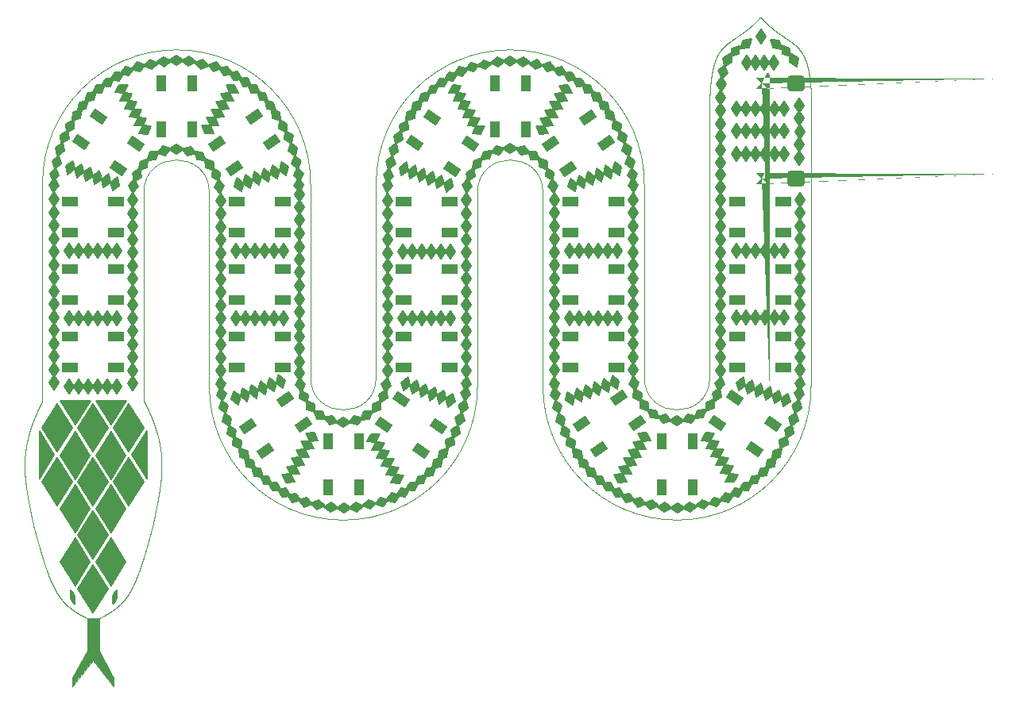
<source format=gbr>
%TF.GenerationSoftware,KiCad,Pcbnew,9.0.0*%
%TF.CreationDate,2025-12-28T17:48:29+00:00*%
%TF.ProjectId,turing,74757269-6e67-42e6-9b69-6361645f7063,v2.0*%
%TF.SameCoordinates,Original*%
%TF.FileFunction,Soldermask,Top*%
%TF.FilePolarity,Negative*%
%FSLAX46Y46*%
G04 Gerber Fmt 4.6, Leading zero omitted, Abs format (unit mm)*
G04 Created by KiCad (PCBNEW 9.0.0) date 2025-12-28 17:48:29*
%MOMM*%
%LPD*%
G01*
G04 APERTURE LIST*
G04 Aperture macros list*
%AMRoundRect*
0 Rectangle with rounded corners*
0 $1 Rounding radius*
0 $2 $3 $4 $5 $6 $7 $8 $9 X,Y pos of 4 corners*
0 Add a 4 corners polygon primitive as box body*
4,1,4,$2,$3,$4,$5,$6,$7,$8,$9,$2,$3,0*
0 Add four circle primitives for the rounded corners*
1,1,$1+$1,$2,$3*
1,1,$1+$1,$4,$5*
1,1,$1+$1,$6,$7*
1,1,$1+$1,$8,$9*
0 Add four rect primitives between the rounded corners*
20,1,$1+$1,$2,$3,$4,$5,0*
20,1,$1+$1,$4,$5,$6,$7,0*
20,1,$1+$1,$6,$7,$8,$9,0*
20,1,$1+$1,$8,$9,$2,$3,0*%
%AMRotRect*
0 Rectangle, with rotation*
0 The origin of the aperture is its center*
0 $1 length*
0 $2 width*
0 $3 Rotation angle, in degrees counterclockwise*
0 Add horizontal line*
21,1,$1,$2,0,0,$3*%
%AMFreePoly0*
4,1,185,0.541661,1.129956,0.556661,1.127956,0.556660,1.127955,0.572620,1.125961,0.572981,1.125903,0.587981,1.122903,0.587980,1.122902,0.603921,1.119914,0.604581,1.119743,0.634581,1.109743,0.634970,1.109596,0.648970,1.103596,0.649236,1.103472,0.677236,1.089472,0.677620,1.089258,0.690620,1.081258,0.690846,1.081111,0.703846,1.072111,0.704049,1.071963,0.717049,1.061963,
0.717201,1.061841,0.729201,1.051841,0.729536,1.051536,0.751536,1.029536,0.751841,1.029201,0.761841,1.017201,0.761963,1.017049,0.771963,1.004049,0.772111,1.003846,0.781111,0.990846,0.781258,0.990620,0.789258,0.977620,0.789472,0.977236,0.803472,0.949236,0.803596,0.948970,0.809596,0.934970,0.809743,0.934581,0.819743,0.904581,0.819914,0.903921,0.822903,0.887981,
0.825903,0.872981,0.825961,0.872620,0.827956,0.856661,0.829956,0.841661,0.830000,0.841000,0.830000,-0.841000,0.829956,-0.841661,0.827956,-0.856661,0.825961,-0.872620,0.825903,-0.872981,0.822903,-0.887981,0.819914,-0.903921,0.819743,-0.904581,0.809743,-0.934581,0.809596,-0.934970,0.803596,-0.948970,0.803472,-0.949236,0.789472,-0.977236,0.789258,-0.977620,0.781258,-0.990620,
0.781111,-0.990846,0.772111,-1.003846,0.771963,-1.004049,0.761963,-1.017049,0.761841,-1.017201,0.751841,-1.029201,0.751536,-1.029536,0.729536,-1.051536,0.729201,-1.051841,0.717201,-1.061841,0.717049,-1.061963,0.704049,-1.071963,0.703846,-1.072111,0.690846,-1.081111,0.690620,-1.081258,0.677620,-1.089258,0.677236,-1.089472,0.649236,-1.103472,0.648970,-1.103596,0.634970,-1.109596,
0.634581,-1.109743,0.604581,-1.119743,0.603921,-1.119914,0.587980,-1.122902,0.587981,-1.122903,0.572981,-1.125903,0.572620,-1.125961,0.556660,-1.127955,0.556661,-1.127956,0.541661,-1.129956,0.541000,-1.130000,-0.541000,-1.130000,-0.541661,-1.129956,-0.556661,-1.127956,-0.556660,-1.127955,-0.572620,-1.125961,-0.572981,-1.125903,-0.587981,-1.122903,-0.587980,-1.122902,-0.603921,-1.119914,
-0.604581,-1.119743,-0.634581,-1.109743,-0.634970,-1.109596,-0.648970,-1.103596,-0.649236,-1.103472,-0.677236,-1.089472,-0.677620,-1.089258,-0.690620,-1.081258,-0.690846,-1.081111,-0.703846,-1.072111,-0.704049,-1.071963,-0.717049,-1.061963,-0.717201,-1.061841,-0.729201,-1.051841,-0.729536,-1.051536,-0.751536,-1.029536,-0.751841,-1.029201,-0.761841,-1.017201,-0.761963,-1.017049,-0.771963,-1.004049,
-0.772111,-1.003846,-0.781111,-0.990846,-0.781258,-0.990620,-0.789258,-0.977620,-0.789472,-0.977236,-0.803472,-0.949236,-0.803596,-0.948970,-0.809596,-0.934970,-0.809743,-0.934581,-0.819743,-0.904581,-0.819914,-0.903921,-0.822903,-0.887981,-0.825903,-0.872981,-0.825961,-0.872620,-0.827956,-0.856661,-0.829956,-0.841661,-0.830000,-0.841000,-0.830000,0.841000,-0.829956,0.841661,-0.827956,0.856661,
-0.825961,0.872620,-0.825903,0.872981,-0.822903,0.887981,-0.819914,0.903921,-0.819743,0.904581,-0.809743,0.934581,-0.809596,0.934970,-0.803596,0.948970,-0.803472,0.949236,-0.789472,0.977236,-0.789258,0.977620,-0.781258,0.990620,-0.781111,0.990846,-0.772111,1.003846,-0.771963,1.004049,-0.761963,1.017049,-0.761841,1.017201,-0.751841,1.029201,-0.751536,1.029536,-0.729536,1.051536,
-0.729201,1.051841,-0.717201,1.061841,-0.717049,1.061963,-0.704049,1.071963,-0.703846,1.072111,-0.690846,1.081111,-0.690620,1.081258,-0.677620,1.089258,-0.677236,1.089472,-0.649236,1.103472,-0.648970,1.103596,-0.634970,1.109596,-0.634581,1.109743,-0.604581,1.119743,-0.603921,1.119914,-0.587980,1.122902,-0.587981,1.122903,-0.572981,1.125903,-0.572620,1.125961,-0.556660,1.127955,
-0.556661,1.127956,-0.541661,1.129956,-0.541000,1.130000,0.541000,1.130000,0.541661,1.129956,0.541661,1.129956,$1*%
G04 Aperture macros list end*
%ADD10C,0.200000*%
%ADD11C,0.100000*%
%ADD12FreePoly0,270.000000*%
%ADD13RoundRect,0.250000X-0.650000X0.575000X-0.650000X-0.575000X0.650000X-0.575000X0.650000X0.575000X0*%
%ADD14R,1.016000X1.651000*%
%ADD15R,1.651000X1.016000*%
%ADD16RotRect,1.651000X1.016000X215.000000*%
%ADD17RotRect,1.651000X1.016000X325.000000*%
%TA.AperFunction,Profile*%
%ADD18C,0.050000*%
%TD*%
%ADD19C,0.050000*%
G04 APERTURE END LIST*
D10*
X68233718Y-98265012D02*
X67318147Y-98285948D01*
X67650964Y-97432754D01*
X68566534Y-97411817D01*
X68233718Y-98265012D01*
G36*
X68233718Y-98265012D02*
G01*
X67318147Y-98285948D01*
X67650964Y-97432754D01*
X68566534Y-97411817D01*
X68233718Y-98265012D01*
G37*
X134670800Y-113881877D02*
X134162800Y-114643877D01*
X133654800Y-113881877D01*
X134162800Y-113119877D01*
X134670800Y-113881877D01*
G36*
X134670800Y-113881877D02*
G01*
X134162800Y-114643877D01*
X133654800Y-113881877D01*
X134162800Y-113119877D01*
X134670800Y-113881877D01*
G37*
X71983111Y-99176673D02*
X71577199Y-99997614D01*
X70663288Y-99938673D01*
X71069199Y-99117732D01*
X71983111Y-99176673D01*
G36*
X71983111Y-99176673D02*
G01*
X71577199Y-99997614D01*
X70663288Y-99938673D01*
X71069199Y-99117732D01*
X71983111Y-99176673D01*
G37*
X72491111Y-100056555D02*
X72085200Y-100877496D01*
X71171288Y-100818555D01*
X71577199Y-99997614D01*
X72491111Y-100056555D01*
G36*
X72491111Y-100056555D02*
G01*
X72085200Y-100877496D01*
X71171288Y-100818555D01*
X71577199Y-99997614D01*
X72491111Y-100056555D01*
G37*
X117333483Y-99971853D02*
X116419571Y-100030794D01*
X116013660Y-99209853D01*
X116927572Y-99150912D01*
X117333483Y-99971853D01*
G36*
X117333483Y-99971853D02*
G01*
X116419571Y-100030794D01*
X116013660Y-99209853D01*
X116927572Y-99150912D01*
X117333483Y-99971853D01*
G37*
X81270606Y-108170024D02*
X80873600Y-108995308D01*
X80264494Y-108311424D01*
X80661499Y-107486141D01*
X81270606Y-108170024D01*
G36*
X81270606Y-108170024D02*
G01*
X80873600Y-108995308D01*
X80264494Y-108311424D01*
X80661499Y-107486141D01*
X81270606Y-108170024D01*
G37*
X139382500Y-95059500D02*
X138874500Y-95821500D01*
X138366500Y-95059500D01*
X138874500Y-94297500D01*
X139382500Y-95059500D01*
G36*
X139382500Y-95059500D02*
G01*
X138874500Y-95821500D01*
X138366500Y-95059500D01*
X138874500Y-94297500D01*
X139382500Y-95059500D01*
G37*
X103820316Y-98287372D02*
X102904745Y-98308308D01*
X103237562Y-97455114D01*
X104153132Y-97434177D01*
X103820316Y-98287372D01*
G36*
X103820316Y-98287372D02*
G01*
X102904745Y-98308308D01*
X103237562Y-97455114D01*
X104153132Y-97434177D01*
X103820316Y-98287372D01*
G37*
X123678462Y-122261923D02*
X123170462Y-123023923D01*
X122662462Y-122261923D01*
X123170462Y-121499923D01*
X123678462Y-122261923D01*
G36*
X123678462Y-122261923D02*
G01*
X123170462Y-123023923D01*
X122662462Y-122261923D01*
X123170462Y-121499923D01*
X123678462Y-122261923D01*
G37*
X140462000Y-115110846D02*
X139954000Y-115872846D01*
X139446000Y-115110846D01*
X139954000Y-114348846D01*
X140462000Y-115110846D01*
G36*
X140462000Y-115110846D02*
G01*
X139954000Y-115872846D01*
X139446000Y-115110846D01*
X139954000Y-114348846D01*
X140462000Y-115110846D01*
G37*
X63652400Y-113817400D02*
X63144400Y-114579400D01*
X62636400Y-113817400D01*
X63144400Y-113055400D01*
X63652400Y-113817400D01*
G36*
X63652400Y-113817400D02*
G01*
X63144400Y-114579400D01*
X62636400Y-113817400D01*
X63144400Y-113055400D01*
X63652400Y-113817400D01*
G37*
X131651824Y-142394575D02*
X130937000Y-142967055D01*
X130133625Y-142527401D01*
X130848450Y-141954921D01*
X131651824Y-142394575D01*
G36*
X131651824Y-142394575D02*
G01*
X130937000Y-142967055D01*
X130133625Y-142527401D01*
X130848450Y-141954921D01*
X131651824Y-142394575D01*
G37*
X141543368Y-93472000D02*
X141644022Y-94382261D01*
X140765066Y-94125072D01*
X140664412Y-93214811D01*
X141543368Y-93472000D01*
G36*
X141543368Y-93472000D02*
G01*
X141644022Y-94382261D01*
X140765066Y-94125072D01*
X140664412Y-93214811D01*
X141543368Y-93472000D01*
G37*
X107569000Y-127883138D02*
X107061000Y-128645138D01*
X106553000Y-127883138D01*
X107061000Y-127121138D01*
X107569000Y-127883138D01*
G36*
X107569000Y-127883138D02*
G01*
X107061000Y-128645138D01*
X106553000Y-127883138D01*
X107061000Y-127121138D01*
X107569000Y-127883138D01*
G37*
X143103600Y-100990400D02*
X142595600Y-101752399D01*
X142087600Y-100990400D01*
X142595600Y-100228400D01*
X143103600Y-100990400D01*
G36*
X143103600Y-100990400D02*
G01*
X142595600Y-101752399D01*
X142087600Y-100990400D01*
X142595600Y-100228400D01*
X143103600Y-100990400D01*
G37*
X84286263Y-107551845D02*
X84069519Y-108441637D01*
X83331536Y-107899337D01*
X83548280Y-107009545D01*
X84286263Y-107551845D01*
G36*
X84286263Y-107551845D02*
G01*
X84069519Y-108441637D01*
X83331536Y-107899337D01*
X83548280Y-107009545D01*
X84286263Y-107551845D01*
G37*
X71475111Y-98296791D02*
X71069199Y-99117732D01*
X70155288Y-99058791D01*
X70561199Y-98237850D01*
X71475111Y-98296791D01*
G36*
X71475111Y-98296791D02*
G01*
X71069199Y-99117732D01*
X70155288Y-99058791D01*
X70561199Y-98237850D01*
X71475111Y-98296791D01*
G37*
X63652400Y-127787400D02*
X63144400Y-128549400D01*
X62636400Y-127787400D01*
X63144400Y-127025400D01*
X63652400Y-127787400D01*
G36*
X63652400Y-127787400D02*
G01*
X63144400Y-128549400D01*
X62636400Y-127787400D01*
X63144400Y-127025400D01*
X63652400Y-127787400D01*
G37*
X119563817Y-130328477D02*
X119347073Y-131218269D01*
X118609089Y-130675970D01*
X118825834Y-129786178D01*
X119563817Y-130328477D01*
G36*
X119563817Y-130328477D02*
G01*
X119347073Y-131218269D01*
X118609089Y-130675970D01*
X118825834Y-129786178D01*
X119563817Y-130328477D01*
G37*
X99187000Y-126513492D02*
X98679000Y-127275492D01*
X98171000Y-126513492D01*
X98679000Y-125751492D01*
X99187000Y-126513492D01*
G36*
X99187000Y-126513492D02*
G01*
X98679000Y-127275492D01*
X98171000Y-126513492D01*
X98679000Y-125751492D01*
X99187000Y-126513492D01*
G37*
X89447243Y-141719408D02*
X88557451Y-141936152D01*
X88015152Y-141198169D01*
X88904943Y-140981424D01*
X89447243Y-141719408D01*
G36*
X89447243Y-141719408D02*
G01*
X88557451Y-141936152D01*
X88015152Y-141198169D01*
X88904943Y-140981424D01*
X89447243Y-141719408D01*
G37*
X125348549Y-112457824D02*
X124840549Y-113219824D01*
X124332549Y-112457824D01*
X124840549Y-111695824D01*
X125348549Y-112457824D01*
G36*
X125348549Y-112457824D02*
G01*
X124840549Y-113219824D01*
X124332549Y-112457824D01*
X124840549Y-111695824D01*
X125348549Y-112457824D01*
G37*
X104902000Y-115189000D02*
X104394000Y-115951000D01*
X103886000Y-115189000D01*
X104394000Y-114427000D01*
X104902000Y-115189000D01*
G36*
X104902000Y-115189000D02*
G01*
X104394000Y-115951000D01*
X103886000Y-115189000D01*
X104394000Y-114427000D01*
X104902000Y-115189000D01*
G37*
X128936007Y-133242144D02*
X128054322Y-133489810D01*
X127486598Y-132771202D01*
X128368284Y-132523537D01*
X128936007Y-133242144D01*
G36*
X128936007Y-133242144D02*
G01*
X128054322Y-133489810D01*
X127486598Y-132771202D01*
X128368284Y-132523537D01*
X128936007Y-133242144D01*
G37*
X65421394Y-133681770D02*
X63833894Y-131141770D01*
X67008894Y-131141770D01*
X65421394Y-133681770D01*
G36*
X65421394Y-133681770D02*
G01*
X63833894Y-131141770D01*
X67008894Y-131141770D01*
X65421394Y-133681770D01*
G37*
X74222671Y-95091511D02*
X73560460Y-95724114D01*
X72721824Y-95356151D01*
X73384034Y-94723549D01*
X74222671Y-95091511D01*
G36*
X74222671Y-95091511D02*
G01*
X73560460Y-95724114D01*
X72721824Y-95356151D01*
X73384034Y-94723549D01*
X74222671Y-95091511D01*
G37*
X91772593Y-132232272D02*
X92090468Y-133091144D01*
X91175403Y-133054233D01*
X90857527Y-132195360D01*
X91772593Y-132232272D01*
G36*
X91772593Y-132232272D02*
G01*
X92090468Y-133091144D01*
X91175403Y-133054233D01*
X90857527Y-132195360D01*
X91772593Y-132232272D01*
G37*
X121600096Y-139132595D02*
X121932912Y-139985790D01*
X121017342Y-139964853D01*
X120684525Y-139111659D01*
X121600096Y-139132595D01*
G36*
X121600096Y-139132595D02*
G01*
X121932912Y-139985790D01*
X121017342Y-139964853D01*
X120684525Y-139111659D01*
X121600096Y-139132595D01*
G37*
X143192500Y-116634846D02*
X142684500Y-117396846D01*
X142176500Y-116634846D01*
X142684500Y-115872846D01*
X143192500Y-116634846D01*
G36*
X143192500Y-116634846D02*
G01*
X142684500Y-117396846D01*
X142176500Y-116634846D01*
X142684500Y-115872846D01*
X143192500Y-116634846D01*
G37*
X72007046Y-115308184D02*
X71499046Y-116070184D01*
X70991046Y-115308184D01*
X71499046Y-114546184D01*
X72007046Y-115308184D01*
G36*
X72007046Y-115308184D02*
G01*
X71499046Y-116070184D01*
X70991046Y-115308184D01*
X71499046Y-114546184D01*
X72007046Y-115308184D01*
G37*
X87150447Y-106509367D02*
X86933702Y-107399159D01*
X86195719Y-106856860D01*
X86412463Y-105967068D01*
X87150447Y-106509367D01*
G36*
X87150447Y-106509367D02*
G01*
X86933702Y-107399159D01*
X86195719Y-106856860D01*
X86412463Y-105967068D01*
X87150447Y-106509367D01*
G37*
X136361929Y-122246893D02*
X135853929Y-123008892D01*
X135345929Y-122246893D01*
X135853929Y-121484893D01*
X136361929Y-122246893D01*
G36*
X136361929Y-122246893D02*
G01*
X135853929Y-123008892D01*
X135345929Y-122246893D01*
X135853929Y-121484893D01*
X136361929Y-122246893D01*
G37*
X134772400Y-97345500D02*
X134264400Y-98107500D01*
X133756400Y-97345500D01*
X134264400Y-96583500D01*
X134772400Y-97345500D01*
G36*
X134772400Y-97345500D02*
G01*
X134264400Y-98107500D01*
X133756400Y-97345500D01*
X134264400Y-96583500D01*
X134772400Y-97345500D01*
G37*
X72007046Y-119499184D02*
X71499046Y-120261184D01*
X70991046Y-119499184D01*
X71499046Y-118737184D01*
X72007046Y-119499184D01*
G36*
X72007046Y-119499184D02*
G01*
X71499046Y-120261184D01*
X70991046Y-119499184D01*
X71499046Y-118737184D01*
X72007046Y-119499184D01*
G37*
X70338462Y-129540000D02*
X69830462Y-130302000D01*
X69322462Y-129540000D01*
X69830462Y-128778000D01*
X70338462Y-129540000D01*
G36*
X70338462Y-129540000D02*
G01*
X69830462Y-130302000D01*
X69322462Y-129540000D01*
X69830462Y-128778000D01*
X70338462Y-129540000D01*
G37*
X103010989Y-130174536D02*
X102273006Y-130716836D01*
X102056261Y-129827044D01*
X102794244Y-129284744D01*
X103010989Y-130174536D01*
G36*
X103010989Y-130174536D02*
G01*
X102273006Y-130716836D01*
X102056261Y-129827044D01*
X102794244Y-129284744D01*
X103010989Y-130174536D01*
G37*
X73507110Y-101816319D02*
X73101200Y-102637259D01*
X72187288Y-102578318D01*
X72593200Y-101757377D01*
X73507110Y-101816319D01*
G36*
X73507110Y-101816319D02*
G01*
X73101200Y-102637259D01*
X72187288Y-102578318D01*
X72593200Y-101757377D01*
X73507110Y-101816319D01*
G37*
X107021421Y-98315585D02*
X106615509Y-99136526D01*
X105701598Y-99077585D01*
X106107509Y-98256644D01*
X107021421Y-98315585D01*
G36*
X107021421Y-98315585D02*
G01*
X106615509Y-99136526D01*
X105701598Y-99077585D01*
X106107509Y-98256644D01*
X107021421Y-98315585D01*
G37*
X89789000Y-113266415D02*
X89281000Y-114028415D01*
X88773000Y-113266415D01*
X89281000Y-112504415D01*
X89789000Y-113266415D01*
G36*
X89789000Y-113266415D02*
G01*
X89281000Y-114028415D01*
X88773000Y-113266415D01*
X89281000Y-112504415D01*
X89789000Y-113266415D01*
G37*
X105856812Y-131210331D02*
X105118829Y-131752631D01*
X104902085Y-130862839D01*
X105640068Y-130320539D01*
X105856812Y-131210331D01*
G36*
X105856812Y-131210331D02*
G01*
X105118829Y-131752631D01*
X104902085Y-130862839D01*
X105640068Y-130320539D01*
X105856812Y-131210331D01*
G37*
X103505000Y-139100313D02*
X102594739Y-139200967D01*
X102851928Y-138322011D01*
X103762190Y-138221358D01*
X103505000Y-139100313D01*
G36*
X103505000Y-139100313D02*
G01*
X102594739Y-139200967D01*
X102851928Y-138322011D01*
X103762190Y-138221358D01*
X103505000Y-139100313D01*
G37*
X102870000Y-122301000D02*
X102362000Y-123063000D01*
X101854000Y-122301000D01*
X102362000Y-121539000D01*
X102870000Y-122301000D01*
G36*
X102870000Y-122301000D02*
G01*
X102362000Y-123063000D01*
X101854000Y-122301000D01*
X102362000Y-121539000D01*
X102870000Y-122301000D01*
G37*
X115819252Y-102594578D02*
X114905340Y-102653519D01*
X114499429Y-101832578D01*
X115413340Y-101773637D01*
X115819252Y-102594578D01*
G36*
X115819252Y-102594578D02*
G01*
X114905340Y-102653519D01*
X114499429Y-101832578D01*
X115413340Y-101773637D01*
X115819252Y-102594578D01*
G37*
X143192500Y-112443846D02*
X142684500Y-113205846D01*
X142176500Y-112443846D01*
X142684500Y-111681846D01*
X143192500Y-112443846D01*
G36*
X143192500Y-112443846D02*
G01*
X142684500Y-113205846D01*
X142176500Y-112443846D01*
X142684500Y-111681846D01*
X143192500Y-112443846D01*
G37*
X125348549Y-126427824D02*
X124840549Y-127189824D01*
X124332549Y-126427824D01*
X124840549Y-125665824D01*
X125348549Y-126427824D01*
G36*
X125348549Y-126427824D02*
G01*
X124840549Y-127189824D01*
X124332549Y-126427824D01*
X124840549Y-125665824D01*
X125348549Y-126427824D01*
G37*
X119926425Y-137420189D02*
X120106029Y-138318216D01*
X119208005Y-138138611D01*
X119028399Y-137240585D01*
X119926425Y-137420189D01*
G36*
X119926425Y-137420189D02*
G01*
X120106029Y-138318216D01*
X119208005Y-138138611D01*
X119028399Y-137240585D01*
X119926425Y-137420189D01*
G37*
X100869947Y-102106809D02*
X100049006Y-102512719D01*
X99990065Y-101598807D01*
X100811005Y-101192896D01*
X100869947Y-102106809D01*
G36*
X100869947Y-102106809D02*
G01*
X100049006Y-102512719D01*
X99990065Y-101598807D01*
X100811005Y-101192896D01*
X100869947Y-102106809D01*
G37*
X63652400Y-123596400D02*
X63144400Y-124358400D01*
X62636400Y-123596400D01*
X63144400Y-122834400D01*
X63652400Y-123596400D01*
G36*
X63652400Y-123596400D02*
G01*
X63144400Y-124358400D01*
X62636400Y-123596400D01*
X63144400Y-122834400D01*
X63652400Y-123596400D01*
G37*
X81407000Y-127912446D02*
X80899000Y-128674446D01*
X80391000Y-127912446D01*
X80899000Y-127150446D01*
X81407000Y-127912446D01*
G36*
X81407000Y-127912446D02*
G01*
X80899000Y-128674446D01*
X80391000Y-127912446D01*
X80899000Y-127150446D01*
X81407000Y-127912446D01*
G37*
X140654008Y-130853150D02*
X139916025Y-131395450D01*
X139699281Y-130505658D01*
X140437264Y-129963358D01*
X140654008Y-130853150D01*
G36*
X140654008Y-130853150D02*
G01*
X139916025Y-131395450D01*
X139699281Y-130505658D01*
X140437264Y-129963358D01*
X140654008Y-130853150D01*
G37*
X63652400Y-124993400D02*
X63144400Y-125755400D01*
X62636400Y-124993400D01*
X63144400Y-124231400D01*
X63652400Y-124993400D01*
G36*
X63652400Y-124993400D02*
G01*
X63144400Y-125755400D01*
X62636400Y-124993400D01*
X63144400Y-124231400D01*
X63652400Y-124993400D01*
G37*
X81740622Y-99953750D02*
X80825820Y-99996732D01*
X80434298Y-99168832D01*
X81349100Y-99125850D01*
X81740622Y-99953750D01*
G36*
X81740622Y-99953750D02*
G01*
X80825820Y-99996732D01*
X80434298Y-99168832D01*
X81349100Y-99125850D01*
X81740622Y-99953750D01*
G37*
X138404600Y-99923600D02*
X137896600Y-100685600D01*
X137388600Y-99923600D01*
X137896600Y-99161600D01*
X138404600Y-99923600D01*
G36*
X138404600Y-99923600D02*
G01*
X137896600Y-100685600D01*
X137388600Y-99923600D01*
X137896600Y-99161600D01*
X138404600Y-99923600D01*
G37*
X84914494Y-129918052D02*
X84697749Y-130807844D01*
X83959766Y-130265544D01*
X84176511Y-129375752D01*
X84914494Y-129918052D01*
G36*
X84914494Y-129918052D02*
G01*
X84697749Y-130807844D01*
X83959766Y-130265544D01*
X84176511Y-129375752D01*
X84914494Y-129918052D01*
G37*
X84074000Y-122301000D02*
X83566000Y-123063000D01*
X83058000Y-122301000D01*
X83566000Y-121539000D01*
X84074000Y-122301000D01*
G36*
X84074000Y-122301000D02*
G01*
X83566000Y-123063000D01*
X83058000Y-122301000D01*
X83566000Y-121539000D01*
X84074000Y-122301000D01*
G37*
X102540888Y-139944710D02*
X101625318Y-139965647D01*
X101958134Y-139112452D01*
X102873705Y-139091516D01*
X102540888Y-139944710D01*
G36*
X102540888Y-139944710D02*
G01*
X101625318Y-139965647D01*
X101958134Y-139112452D01*
X102873705Y-139091516D01*
X102540888Y-139944710D01*
G37*
X63652400Y-129184400D02*
X63144400Y-129946399D01*
X62636400Y-129184400D01*
X63144400Y-128422400D01*
X63652400Y-129184400D01*
G36*
X63652400Y-129184400D02*
G01*
X63144400Y-129946399D01*
X62636400Y-129184400D01*
X63144400Y-128422400D01*
X63652400Y-129184400D01*
G37*
X135543078Y-141178026D02*
X135000779Y-141916009D01*
X134110987Y-141699265D01*
X134653287Y-140961281D01*
X135543078Y-141178026D01*
G36*
X135543078Y-141178026D02*
G01*
X135000779Y-141916009D01*
X134110987Y-141699265D01*
X134653287Y-140961281D01*
X135543078Y-141178026D01*
G37*
X83058000Y-115062000D02*
X82550000Y-115823999D01*
X82042000Y-115062000D01*
X82550000Y-114300000D01*
X83058000Y-115062000D01*
G36*
X83058000Y-115062000D02*
G01*
X82550000Y-115823999D01*
X82042000Y-115062000D01*
X82550000Y-114300000D01*
X83058000Y-115062000D01*
G37*
X72007046Y-109720184D02*
X71499046Y-110482184D01*
X70991046Y-109720184D01*
X71499046Y-108958184D01*
X72007046Y-109720184D01*
G36*
X72007046Y-109720184D02*
G01*
X71499046Y-110482184D01*
X70991046Y-109720184D01*
X71499046Y-108958184D01*
X72007046Y-109720184D01*
G37*
X134683500Y-104330500D02*
X134175500Y-105092500D01*
X133667500Y-104330500D01*
X134175500Y-103568500D01*
X134683500Y-104330500D01*
G36*
X134683500Y-104330500D02*
G01*
X134175500Y-105092500D01*
X133667500Y-104330500D01*
X134175500Y-103568500D01*
X134683500Y-104330500D01*
G37*
X68897500Y-151130000D02*
X67310000Y-153670000D01*
X65722500Y-151130000D01*
X67310000Y-148590000D01*
X68897500Y-151130000D01*
G36*
X68897500Y-151130000D02*
G01*
X67310000Y-153670000D01*
X65722500Y-151130000D01*
X67310000Y-148590000D01*
X68897500Y-151130000D01*
G37*
X143068242Y-130459779D02*
X142435640Y-131121988D01*
X142067676Y-130283351D01*
X142700279Y-129621142D01*
X143068242Y-130459779D01*
G36*
X143068242Y-130459779D02*
G01*
X142435640Y-131121988D01*
X142067676Y-130283351D01*
X142700279Y-129621142D01*
X143068242Y-130459779D01*
G37*
X81407000Y-118133446D02*
X80899000Y-118895446D01*
X80391000Y-118133446D01*
X80899000Y-117371446D01*
X81407000Y-118133446D01*
G36*
X81407000Y-118133446D02*
G01*
X80899000Y-118895446D01*
X80391000Y-118133446D01*
X80899000Y-117371446D01*
X81407000Y-118133446D01*
G37*
X73025000Y-136842500D02*
X73025000Y-139382500D01*
X71437500Y-136842500D01*
X73025000Y-134302500D01*
X73025000Y-136842500D01*
G36*
X73025000Y-136842500D02*
G01*
X73025000Y-139382500D01*
X71437500Y-136842500D01*
X73025000Y-134302500D01*
X73025000Y-136842500D01*
G37*
X90792832Y-136211975D02*
X89878921Y-136270916D01*
X89473009Y-135449975D01*
X90386921Y-135391034D01*
X90792832Y-136211975D01*
G36*
X90792832Y-136211975D02*
G01*
X89878921Y-136270916D01*
X89473009Y-135449975D01*
X90386921Y-135391034D01*
X90792832Y-136211975D01*
G37*
X124184294Y-102773557D02*
X124045924Y-103678854D01*
X123263484Y-103202939D01*
X123401855Y-102297641D01*
X124184294Y-102773557D01*
G36*
X124184294Y-102773557D02*
G01*
X124045924Y-103678854D01*
X123263484Y-103202939D01*
X123401855Y-102297641D01*
X124184294Y-102773557D01*
G37*
X116967000Y-113868200D02*
X116459000Y-114630200D01*
X115951000Y-113868200D01*
X116459000Y-113106200D01*
X116967000Y-113868200D01*
G36*
X116967000Y-113868200D02*
G01*
X116459000Y-114630200D01*
X115951000Y-113868200D01*
X116459000Y-113106200D01*
X116967000Y-113868200D01*
G37*
X81724397Y-131590201D02*
X81430925Y-132457718D01*
X80743015Y-131853163D01*
X81036486Y-130985647D01*
X81724397Y-131590201D01*
G36*
X81724397Y-131590201D02*
G01*
X81430925Y-132457718D01*
X80743015Y-131853163D01*
X81036486Y-130985647D01*
X81724397Y-131590201D01*
G37*
X107569000Y-115310138D02*
X107061000Y-116072138D01*
X106553000Y-115310138D01*
X107061000Y-114548138D01*
X107569000Y-115310138D01*
G36*
X107569000Y-115310138D02*
G01*
X107061000Y-116072138D01*
X106553000Y-115310138D01*
X107061000Y-114548138D01*
X107569000Y-115310138D01*
G37*
X84734510Y-97412611D02*
X85067327Y-98265805D01*
X84151756Y-98244869D01*
X83818940Y-97391674D01*
X84734510Y-97412611D01*
G36*
X84734510Y-97412611D02*
G01*
X85067327Y-98265805D01*
X84151756Y-98244869D01*
X83818940Y-97391674D01*
X84734510Y-97412611D01*
G37*
X137217955Y-93401716D02*
X136307691Y-93502368D01*
X136564881Y-92623414D01*
X137475145Y-92522762D01*
X137217955Y-93401716D01*
G36*
X137217955Y-93401716D02*
G01*
X136307691Y-93502368D01*
X136564881Y-92623414D01*
X137475145Y-92522762D01*
X137217955Y-93401716D01*
G37*
X81407000Y-125118446D02*
X80899000Y-125880446D01*
X80391000Y-125118446D01*
X80899000Y-124356446D01*
X81407000Y-125118446D01*
G36*
X81407000Y-125118446D02*
G01*
X80899000Y-125880446D01*
X80391000Y-125118446D01*
X80899000Y-124356446D01*
X81407000Y-125118446D01*
G37*
X134670800Y-111087877D02*
X134162800Y-111849877D01*
X133654800Y-111087877D01*
X134162800Y-110325877D01*
X134670800Y-111087877D01*
G36*
X134670800Y-111087877D02*
G01*
X134162800Y-111849877D01*
X133654800Y-111087877D01*
X134162800Y-110325877D01*
X134670800Y-111087877D01*
G37*
X143192500Y-126413846D02*
X142684500Y-127175846D01*
X142176500Y-126413846D01*
X142684500Y-125651846D01*
X143192500Y-126413846D01*
G36*
X143192500Y-126413846D02*
G01*
X142684500Y-127175846D01*
X142176500Y-126413846D01*
X142684500Y-125651846D01*
X143192500Y-126413846D01*
G37*
X143192500Y-125016846D02*
X142684500Y-125778846D01*
X142176500Y-125016846D01*
X142684500Y-124254846D01*
X143192500Y-125016846D01*
G36*
X143192500Y-125016846D02*
G01*
X142684500Y-125778846D01*
X142176500Y-125016846D01*
X142684500Y-124254846D01*
X143192500Y-125016846D01*
G37*
X78253402Y-104697306D02*
X77371716Y-104944971D01*
X76803993Y-104226364D01*
X77685678Y-103978698D01*
X78253402Y-104697306D01*
G36*
X78253402Y-104697306D02*
G01*
X77371716Y-104944971D01*
X76803993Y-104226364D01*
X77685678Y-103978698D01*
X78253402Y-104697306D01*
G37*
X85090000Y-122301000D02*
X84582000Y-123063000D01*
X84074000Y-122301000D01*
X84582000Y-121539000D01*
X85090000Y-122301000D01*
G36*
X85090000Y-122301000D02*
G01*
X84582000Y-123063000D01*
X84074000Y-122301000D01*
X84582000Y-121539000D01*
X85090000Y-122301000D01*
G37*
X99841065Y-104489005D02*
X99103082Y-105031303D01*
X98886337Y-104141511D01*
X99624319Y-103599212D01*
X99841065Y-104489005D01*
G36*
X99841065Y-104489005D02*
G01*
X99103082Y-105031303D01*
X98886337Y-104141511D01*
X99624319Y-103599212D01*
X99841065Y-104489005D01*
G37*
X75618227Y-94850063D02*
X74903402Y-95422543D01*
X74100028Y-94982889D01*
X74814852Y-94410409D01*
X75618227Y-94850063D01*
G36*
X75618227Y-94850063D02*
G01*
X74903402Y-95422543D01*
X74100028Y-94982889D01*
X74814852Y-94410409D01*
X75618227Y-94850063D01*
G37*
X68897500Y-133985000D02*
X67310000Y-136525000D01*
X65722500Y-133985000D01*
X67310000Y-131445000D01*
X68897500Y-133985000D01*
G36*
X68897500Y-133985000D02*
G01*
X67310000Y-136525000D01*
X65722500Y-133985000D01*
X67310000Y-131445000D01*
X68897500Y-133985000D01*
G37*
X93424605Y-142547544D02*
X92621230Y-142987198D01*
X91906406Y-142414718D01*
X92709780Y-141975064D01*
X93424605Y-142547544D01*
G36*
X93424605Y-142547544D02*
G01*
X92621230Y-142987198D01*
X91906406Y-142414718D01*
X92709780Y-141975064D01*
X93424605Y-142547544D01*
G37*
X70802500Y-142589058D02*
X69215000Y-145129058D01*
X67627500Y-142589058D01*
X69215000Y-140049058D01*
X70802500Y-142589058D01*
G36*
X70802500Y-142589058D02*
G01*
X69215000Y-145129058D01*
X67627500Y-142589058D01*
X69215000Y-140049058D01*
X70802500Y-142589058D01*
G37*
X111204825Y-94872423D02*
X110490000Y-95444903D01*
X109686626Y-95005249D01*
X110401450Y-94432769D01*
X111204825Y-94872423D01*
G36*
X111204825Y-94872423D02*
G01*
X110490000Y-95444903D01*
X109686626Y-95005249D01*
X110401450Y-94432769D01*
X111204825Y-94872423D01*
G37*
X83058000Y-122301000D02*
X82550000Y-123062999D01*
X82042000Y-122301000D01*
X82550000Y-121539000D01*
X83058000Y-122301000D01*
G36*
X83058000Y-122301000D02*
G01*
X82550000Y-123062999D01*
X82042000Y-122301000D01*
X82550000Y-121539000D01*
X83058000Y-122301000D01*
G37*
X134366000Y-141699265D02*
X133761445Y-142387175D01*
X132893929Y-142093705D01*
X133498485Y-141405794D01*
X134366000Y-141699265D01*
G36*
X134366000Y-141699265D02*
G01*
X133761445Y-142387175D01*
X132893929Y-142093705D01*
X133498485Y-141405794D01*
X134366000Y-141699265D01*
G37*
X143192500Y-122222846D02*
X142684500Y-122984846D01*
X142176500Y-122222846D01*
X142684500Y-121460846D01*
X143192500Y-122222846D01*
G36*
X143192500Y-122222846D02*
G01*
X142684500Y-122984846D01*
X142176500Y-122222846D01*
X142684500Y-121460846D01*
X143192500Y-122222846D01*
G37*
D11*
X65303400Y-152781000D02*
X65299913Y-152778746D01*
X65296432Y-152776473D01*
X65292958Y-152774180D01*
X65289490Y-152771867D01*
X65286029Y-152769535D01*
X65282576Y-152767184D01*
X65279129Y-152764813D01*
X65275689Y-152762423D01*
X65272257Y-152760013D01*
X65268831Y-152757584D01*
X65265414Y-152755135D01*
X65262003Y-152752668D01*
X65258600Y-152750181D01*
X65255205Y-152747674D01*
X65251817Y-152745149D01*
X65248437Y-152742604D01*
X65245065Y-152740041D01*
X65241701Y-152737458D01*
X65238345Y-152734856D01*
X65234996Y-152732235D01*
X65231657Y-152729595D01*
X65228325Y-152726936D01*
X65225002Y-152724258D01*
X65221687Y-152721561D01*
X65218381Y-152718845D01*
X65215083Y-152716111D01*
X65211794Y-152713357D01*
X65208514Y-152710585D01*
X65205242Y-152707794D01*
X65201980Y-152704985D01*
X65198726Y-152702156D01*
X65195482Y-152699309D01*
X65192247Y-152696444D01*
X65189021Y-152693560D01*
X65185804Y-152690658D01*
X65182597Y-152687736D01*
X65179399Y-152684797D01*
X65176211Y-152681839D01*
X65173032Y-152678863D01*
X65169863Y-152675868D01*
X65166704Y-152672856D01*
X65163555Y-152669824D01*
X65160416Y-152666775D01*
X65157286Y-152663707D01*
X65154167Y-152660622D01*
X65151058Y-152657518D01*
X65147960Y-152654396D01*
X65144871Y-152651256D01*
X65141793Y-152648099D01*
X65138725Y-152644923D01*
X65135668Y-152641729D01*
X65132622Y-152638518D01*
X65129586Y-152635289D01*
X65126561Y-152632041D01*
X65123547Y-152628777D01*
X65120544Y-152625494D01*
X65117552Y-152622194D01*
X65114570Y-152618875D01*
X65111600Y-152615540D01*
X65108641Y-152612187D01*
X65105694Y-152608817D01*
X65102757Y-152605428D01*
X65099832Y-152602023D01*
X65096919Y-152598600D01*
X65094017Y-152595160D01*
X65091126Y-152591702D01*
X65088248Y-152588228D01*
X65085381Y-152584736D01*
X65082526Y-152581227D01*
X65079682Y-152577700D01*
X65076851Y-152574157D01*
X65074031Y-152570596D01*
X65071224Y-152567019D01*
X65068429Y-152563424D01*
X65065646Y-152559814D01*
X65062875Y-152556185D01*
X65060117Y-152552540D01*
X65057371Y-152548878D01*
X65054637Y-152545199D01*
X65051916Y-152541503D01*
X65049208Y-152537792D01*
X65046511Y-152534062D01*
X65043829Y-152530317D01*
X65041158Y-152526555D01*
X65038501Y-152522777D01*
X65035855Y-152518981D01*
X65033224Y-152515170D01*
X65030605Y-152511341D01*
X65028000Y-152507497D01*
X65025406Y-152503636D01*
X65022827Y-152499760D01*
X65020261Y-152495866D01*
X65017708Y-152491957D01*
X65015168Y-152488031D01*
X65012643Y-152484089D01*
X65010129Y-152480131D01*
X65007631Y-152476157D01*
X65005145Y-152472167D01*
X65002673Y-152468161D01*
X65000214Y-152464139D01*
X64997770Y-152460101D01*
X64995339Y-152456047D01*
X64992923Y-152451978D01*
X64990519Y-152447892D01*
X64988131Y-152443791D01*
X64985755Y-152439674D01*
X64983395Y-152435542D01*
X64981048Y-152431393D01*
X64978715Y-152427230D01*
X64976397Y-152423050D01*
X64974093Y-152418856D01*
X64971803Y-152414644D01*
X64969528Y-152410419D01*
X64967267Y-152406177D01*
X64965021Y-152401921D01*
X64962788Y-152397649D01*
X64960571Y-152393362D01*
X64958368Y-152389059D01*
X64956181Y-152384741D01*
X64954007Y-152380408D01*
X64951849Y-152376060D01*
X64949705Y-152371696D01*
X64947577Y-152367318D01*
X64945463Y-152362924D01*
X64943365Y-152358516D01*
X64941281Y-152354092D01*
X64939213Y-152349654D01*
X64937159Y-152345200D01*
X64935121Y-152340732D01*
X64933098Y-152336248D01*
X64931090Y-152331751D01*
X64929098Y-152327238D01*
X64927121Y-152322711D01*
X64925159Y-152318168D01*
X64923214Y-152313612D01*
X64921283Y-152309039D01*
X64919368Y-152304454D01*
X64917468Y-152299852D01*
X64915585Y-152295238D01*
X64913717Y-152290607D01*
X64911865Y-152285963D01*
X64910028Y-152281304D01*
X64908208Y-152276631D01*
X64906403Y-152271943D01*
X64904614Y-152267242D01*
X64902841Y-152262524D01*
X64901085Y-152257795D01*
X64899344Y-152253049D01*
X64897619Y-152248290D01*
X64895911Y-152243516D01*
X64894219Y-152238729D01*
X64892543Y-152233927D01*
X64890883Y-152229112D01*
X64889239Y-152224281D01*
X64887613Y-152219438D01*
X64886002Y-152214579D01*
X64884408Y-152209708D01*
X64882830Y-152204821D01*
X64881269Y-152199922D01*
X64879725Y-152195007D01*
X64878197Y-152190080D01*
X64876686Y-152185138D01*
X64875191Y-152180183D01*
X64873713Y-152175213D01*
X64872253Y-152170231D01*
X64870808Y-152165234D01*
X64869382Y-152160224D01*
X64867971Y-152155199D01*
X64866578Y-152150162D01*
X64865202Y-152145110D01*
X64863843Y-152140045D01*
X64862500Y-152134966D01*
X64861175Y-152129874D01*
X64859867Y-152124768D01*
X64858577Y-152119649D01*
X64857303Y-152114516D01*
X64856048Y-152109370D01*
X64854809Y-152104210D01*
X64853588Y-152099037D01*
X64852384Y-152093850D01*
X64851197Y-152088651D01*
X64850028Y-152083437D01*
X64848877Y-152078211D01*
X64847743Y-152072971D01*
X64846627Y-152067718D01*
X64845528Y-152062451D01*
X64844448Y-152057173D01*
X64843384Y-152051879D01*
X64842339Y-152046574D01*
X64841312Y-152041254D01*
X64840302Y-152035923D01*
X64839310Y-152030577D01*
X64838337Y-152025219D01*
X64837381Y-152019847D01*
X64836443Y-152014463D01*
X64835524Y-152009065D01*
X64834622Y-152003655D01*
X64833739Y-151998231D01*
X64832873Y-151992795D01*
X64832026Y-151987345D01*
X64831198Y-151981884D01*
X64830387Y-151976407D01*
X64829595Y-151970920D01*
X64828821Y-151965419D01*
X64828066Y-151959906D01*
X64827329Y-151954378D01*
X64826611Y-151948840D01*
X64825911Y-151943287D01*
X64825230Y-151937723D01*
X64824567Y-151932144D01*
X64823924Y-151926555D01*
X64823298Y-151920951D01*
X64822692Y-151915336D01*
X64822104Y-151909707D01*
X64821535Y-151904067D01*
X64820985Y-151898412D01*
X64820454Y-151892747D01*
X64819942Y-151887067D01*
X64819449Y-151881377D01*
X64818975Y-151875672D01*
X64818520Y-151869956D01*
X64818084Y-151864227D01*
X64817667Y-151858486D01*
X64817269Y-151852731D01*
X64816891Y-151846966D01*
X64816531Y-151841186D01*
X64816191Y-151835395D01*
X64815871Y-151829591D01*
X64815570Y-151823776D01*
X64815288Y-151817946D01*
X64815025Y-151812106D01*
X64814783Y-151806252D01*
X64814559Y-151800387D01*
X64814356Y-151794509D01*
X64814171Y-151788619D01*
X64814007Y-151782716D01*
X64813862Y-151776802D01*
X64813737Y-151770874D01*
X64813632Y-151764936D01*
X64813547Y-151758984D01*
X64813481Y-151753021D01*
X64813435Y-151747044D01*
X64813410Y-151741057D01*
X64813404Y-151735056D01*
X64813418Y-151729044D01*
X64813452Y-151723019D01*
X64813507Y-151716983D01*
X64813581Y-151710934D01*
X64813676Y-151704874D01*
X64813791Y-151698800D01*
X64813926Y-151692716D01*
X64814082Y-151686618D01*
X64814258Y-151680509D01*
X64814454Y-151674387D01*
X64814671Y-151668255D01*
X64814908Y-151662109D01*
X64815166Y-151655953D01*
X64815444Y-151649783D01*
X64815743Y-151643602D01*
X64816062Y-151637408D01*
X64816402Y-151631204D01*
X64816763Y-151624986D01*
X64817144Y-151618758D01*
X64817547Y-151612517D01*
X64817970Y-151606265D01*
X64818414Y-151599999D01*
X64818879Y-151593724D01*
X64819365Y-151587435D01*
X64819872Y-151581135D01*
X64820400Y-151574823D01*
X64820949Y-151568499D01*
X64821520Y-151562163D01*
X64822111Y-151555816D01*
X64822724Y-151549456D01*
X64823358Y-151543086D01*
X64824013Y-151536703D01*
X64824689Y-151530309D01*
X64825387Y-151523902D01*
X64826107Y-151517484D01*
X64826848Y-151511054D01*
X64827610Y-151504613D01*
X64828394Y-151498159D01*
X64829199Y-151491695D01*
X64830027Y-151485218D01*
X64830875Y-151478730D01*
X64831746Y-151472230D01*
X64832638Y-151465719D01*
X64833552Y-151459195D01*
X64834488Y-151452661D01*
X64835446Y-151446114D01*
X64836426Y-151439556D01*
X64837428Y-151432986D01*
X64838452Y-151426405D01*
X64839498Y-151419812D01*
X64840566Y-151413208D01*
X64841656Y-151406591D01*
X64842768Y-151399964D01*
X64843903Y-151393324D01*
X64845060Y-151386674D01*
X64846239Y-151380011D01*
X64847441Y-151373338D01*
X64848665Y-151366652D01*
X64849911Y-151359956D01*
X64851181Y-151353247D01*
X64852472Y-151346528D01*
X64853787Y-151339797D01*
X64855123Y-151333054D01*
X64856483Y-151326300D01*
X64857865Y-151319535D01*
X64859270Y-151312757D01*
X64860698Y-151305969D01*
X64862149Y-151299169D01*
X64863623Y-151292358D01*
X64865119Y-151285535D01*
X64866639Y-151278701D01*
X64868182Y-151271855D01*
X64869748Y-151264998D01*
X64871337Y-151258130D01*
X64871600Y-151257000D01*
D10*
X100295186Y-103223082D02*
X99512746Y-103698997D01*
X99374376Y-102793700D01*
X100156815Y-102317784D01*
X100295186Y-103223082D01*
G36*
X100295186Y-103223082D02*
G01*
X99512746Y-103698997D01*
X99374376Y-102793700D01*
X100156815Y-102317784D01*
X100295186Y-103223082D01*
G37*
X107569000Y-120898138D02*
X107061000Y-121660138D01*
X106553000Y-120898138D01*
X107061000Y-120136138D01*
X107569000Y-120898138D01*
G36*
X107569000Y-120898138D02*
G01*
X107061000Y-121660138D01*
X106553000Y-120898138D01*
X107061000Y-120136138D01*
X107569000Y-120898138D01*
G37*
X72007046Y-112514184D02*
X71499046Y-113276184D01*
X70991046Y-112514184D01*
X71499046Y-111752184D01*
X72007046Y-112514184D01*
G36*
X72007046Y-112514184D02*
G01*
X71499046Y-113276184D01*
X70991046Y-112514184D01*
X71499046Y-111752184D01*
X72007046Y-112514184D01*
G37*
X109053420Y-101835113D02*
X108647510Y-102656053D01*
X107733598Y-102597112D01*
X108139510Y-101776171D01*
X109053420Y-101835113D01*
G36*
X109053420Y-101835113D02*
G01*
X108647510Y-102656053D01*
X107733598Y-102597112D01*
X108139510Y-101776171D01*
X109053420Y-101835113D01*
G37*
X89762622Y-108036008D02*
X89322967Y-108839384D01*
X88750486Y-108124560D01*
X89190142Y-107321184D01*
X89762622Y-108036008D01*
G36*
X89762622Y-108036008D02*
G01*
X89322967Y-108839384D01*
X88750486Y-108124560D01*
X89190142Y-107321184D01*
X89762622Y-108036008D01*
G37*
D11*
X69850000Y-151536400D02*
X69850000Y-151892000D01*
X69799200Y-152146000D01*
X69697600Y-152400000D01*
X69545200Y-152603200D01*
X69367400Y-152755600D01*
X69316600Y-152527000D01*
X69291200Y-152247600D01*
X69316600Y-152069800D01*
X69392800Y-151765000D01*
X69545200Y-151460200D01*
X69799200Y-151231600D01*
X69850000Y-151536400D01*
G36*
X69850000Y-151536400D02*
G01*
X69850000Y-151892000D01*
X69799200Y-152146000D01*
X69697600Y-152400000D01*
X69545200Y-152603200D01*
X69367400Y-152755600D01*
X69316600Y-152527000D01*
X69291200Y-152247600D01*
X69316600Y-152069800D01*
X69392800Y-151765000D01*
X69545200Y-151460200D01*
X69799200Y-151231600D01*
X69850000Y-151536400D01*
G37*
D10*
X102799817Y-107212323D02*
X102061834Y-107754622D01*
X101845089Y-106864830D01*
X102583073Y-106322531D01*
X102799817Y-107212323D01*
G36*
X102799817Y-107212323D02*
G01*
X102061834Y-107754622D01*
X101845089Y-106864830D01*
X102583073Y-106322531D01*
X102799817Y-107212323D01*
G37*
X72007046Y-129278184D02*
X71499046Y-130040183D01*
X70991046Y-129278184D01*
X71499046Y-128516184D01*
X72007046Y-129278184D01*
G36*
X72007046Y-129278184D02*
G01*
X71499046Y-130040183D01*
X70991046Y-129278184D01*
X71499046Y-128516184D01*
X72007046Y-129278184D01*
G37*
X72007046Y-122293184D02*
X71499046Y-123055184D01*
X70991046Y-122293184D01*
X71499046Y-121531184D01*
X72007046Y-122293184D01*
G36*
X72007046Y-122293184D02*
G01*
X71499046Y-123055184D01*
X70991046Y-122293184D01*
X71499046Y-121531184D01*
X72007046Y-122293184D01*
G37*
X137414000Y-115110846D02*
X136906000Y-115872846D01*
X136398000Y-115110846D01*
X136906000Y-114348846D01*
X137414000Y-115110846D01*
G36*
X137414000Y-115110846D02*
G01*
X136906000Y-115872846D01*
X136398000Y-115110846D01*
X136906000Y-114348846D01*
X137414000Y-115110846D01*
G37*
X94784833Y-142557500D02*
X94022834Y-143065500D01*
X93260834Y-142557500D01*
X94022834Y-142049500D01*
X94784833Y-142557500D01*
G36*
X94784833Y-142557500D02*
G01*
X94022834Y-143065500D01*
X93260834Y-142557500D01*
X94022834Y-142049500D01*
X94784833Y-142557500D01*
G37*
X124156117Y-139732297D02*
X123242205Y-139791238D01*
X122836294Y-138970297D01*
X123750205Y-138911356D01*
X124156117Y-139732297D01*
G36*
X124156117Y-139732297D02*
G01*
X123242205Y-139791238D01*
X122836294Y-138970297D01*
X123750205Y-138911356D01*
X124156117Y-139732297D01*
G37*
X134670800Y-109690877D02*
X134162800Y-110452877D01*
X133654800Y-109690877D01*
X134162800Y-108928877D01*
X134670800Y-109690877D01*
G36*
X134670800Y-109690877D02*
G01*
X134162800Y-110452877D01*
X133654800Y-109690877D01*
X134162800Y-108928877D01*
X134670800Y-109690877D01*
G37*
X83349895Y-107892655D02*
X83133151Y-108782447D01*
X82395168Y-108240147D01*
X82611912Y-107350355D01*
X83349895Y-107892655D01*
G36*
X83349895Y-107892655D02*
G01*
X83133151Y-108782447D01*
X82395168Y-108240147D01*
X82611912Y-107350355D01*
X83349895Y-107892655D01*
G37*
X72999111Y-100936437D02*
X72593200Y-101757377D01*
X71679288Y-101698437D01*
X72085200Y-100877496D01*
X72999111Y-100936437D01*
G36*
X72999111Y-100936437D02*
G01*
X72593200Y-101757377D01*
X71679288Y-101698437D01*
X72085200Y-100877496D01*
X72999111Y-100936437D01*
G37*
X68326000Y-115062000D02*
X67818000Y-115824000D01*
X67310000Y-115062000D01*
X67818000Y-114300000D01*
X68326000Y-115062000D01*
G36*
X68326000Y-115062000D02*
G01*
X67818000Y-115824000D01*
X67310000Y-115062000D01*
X67818000Y-114300000D01*
X68326000Y-115062000D01*
G37*
X123364368Y-128945190D02*
X123147624Y-129834982D01*
X122409641Y-129292682D01*
X122626385Y-128402890D01*
X123364368Y-128945190D01*
G36*
X123364368Y-128945190D02*
G01*
X123147624Y-129834982D01*
X122409641Y-129292682D01*
X122626385Y-128402890D01*
X123364368Y-128945190D01*
G37*
X72857923Y-95283759D02*
X72253367Y-95971670D01*
X71385852Y-95678199D01*
X71990407Y-94990289D01*
X72857923Y-95283759D01*
G36*
X72857923Y-95283759D02*
G01*
X72253367Y-95971670D01*
X71385852Y-95678199D01*
X71990407Y-94990289D01*
X72857923Y-95283759D01*
G37*
X99187000Y-118131492D02*
X98679000Y-118893492D01*
X98171000Y-118131492D01*
X98679000Y-117369492D01*
X99187000Y-118131492D01*
G36*
X99187000Y-118131492D02*
G01*
X98679000Y-118893492D01*
X98171000Y-118131492D01*
X98679000Y-117369492D01*
X99187000Y-118131492D01*
G37*
X134683500Y-100139500D02*
X134175500Y-100901500D01*
X133667500Y-100139500D01*
X134175500Y-99377500D01*
X134683500Y-100139500D01*
G36*
X134683500Y-100139500D02*
G01*
X134175500Y-100901500D01*
X133667500Y-100139500D01*
X134175500Y-99377500D01*
X134683500Y-100139500D01*
G37*
X65278000Y-115062000D02*
X64770000Y-115823999D01*
X64262000Y-115062000D01*
X64770000Y-114300000D01*
X65278000Y-115062000D01*
G36*
X65278000Y-115062000D02*
G01*
X64770000Y-115823999D01*
X64262000Y-115062000D01*
X64770000Y-114300000D01*
X65278000Y-115062000D01*
G37*
X126441200Y-131267200D02*
X126478112Y-132182265D01*
X125619239Y-131864390D01*
X125582327Y-130949324D01*
X126441200Y-131267200D01*
G36*
X126441200Y-131267200D02*
G01*
X126478112Y-132182265D01*
X125619239Y-131864390D01*
X125582327Y-130949324D01*
X126441200Y-131267200D01*
G37*
X87760317Y-128882257D02*
X87543573Y-129772049D01*
X86805590Y-129229749D01*
X87022334Y-128339957D01*
X87760317Y-128882257D01*
G36*
X87760317Y-128882257D02*
G01*
X87543573Y-129772049D01*
X86805590Y-129229749D01*
X87022334Y-128339957D01*
X87760317Y-128882257D01*
G37*
X107569000Y-126486138D02*
X107061000Y-127248138D01*
X106553000Y-126486138D01*
X107061000Y-125724138D01*
X107569000Y-126486138D01*
G36*
X107569000Y-126486138D02*
G01*
X107061000Y-127248138D01*
X106553000Y-126486138D01*
X107061000Y-125724138D01*
X107569000Y-126486138D01*
G37*
D11*
X67945000Y-157797500D02*
X69532500Y-160655000D01*
X69532500Y-161607500D01*
X67310000Y-158750000D01*
X65087500Y-161607500D01*
X65087500Y-160655000D01*
X66675000Y-157797500D01*
X66675000Y-154305000D01*
X67945000Y-154305000D01*
X67945000Y-157797500D01*
G36*
X67945000Y-157797500D02*
G01*
X69532500Y-160655000D01*
X69532500Y-161607500D01*
X67310000Y-158750000D01*
X65087500Y-161607500D01*
X65087500Y-160655000D01*
X66675000Y-157797500D01*
X66675000Y-154305000D01*
X67945000Y-154305000D01*
X67945000Y-157797500D01*
G37*
D10*
X94741999Y-133350000D02*
X93980000Y-133858000D01*
X93218000Y-133350000D01*
X93980000Y-132842000D01*
X94741999Y-133350000D01*
G36*
X94741999Y-133350000D02*
G01*
X93980000Y-133858000D01*
X93218000Y-133350000D01*
X93980000Y-132842000D01*
X94741999Y-133350000D01*
G37*
X102056261Y-129827044D02*
X101318278Y-130369343D01*
X101101533Y-129479551D01*
X101839517Y-128937252D01*
X102056261Y-129827044D01*
G36*
X102056261Y-129827044D02*
G01*
X101318278Y-130369343D01*
X101101533Y-129479551D01*
X101839517Y-128937252D01*
X102056261Y-129827044D01*
G37*
X81407000Y-123721446D02*
X80899000Y-124483446D01*
X80391000Y-123721446D01*
X80899000Y-122959446D01*
X81407000Y-123721446D01*
G36*
X81407000Y-123721446D02*
G01*
X80899000Y-124483446D01*
X80391000Y-123721446D01*
X80899000Y-122959446D01*
X81407000Y-123721446D01*
G37*
X81441366Y-129252904D02*
X81001710Y-130056280D01*
X80429230Y-129341456D01*
X80868885Y-128538080D01*
X81441366Y-129252904D01*
G36*
X81441366Y-129252904D02*
G01*
X81001710Y-130056280D01*
X80429230Y-129341456D01*
X80868885Y-128538080D01*
X81441366Y-129252904D01*
G37*
X141348385Y-135801017D02*
X140527445Y-136206928D01*
X140468503Y-135293015D01*
X141289444Y-134887105D01*
X141348385Y-135801017D01*
G36*
X141348385Y-135801017D02*
G01*
X140527445Y-136206928D01*
X140468503Y-135293015D01*
X141289444Y-134887105D01*
X141348385Y-135801017D01*
G37*
X81407000Y-111148446D02*
X80899000Y-111910446D01*
X80391000Y-111148446D01*
X80899000Y-110386446D01*
X81407000Y-111148446D01*
G36*
X81407000Y-111148446D02*
G01*
X80899000Y-111910446D01*
X80391000Y-111148446D01*
X80899000Y-110386446D01*
X81407000Y-111148446D01*
G37*
X63652400Y-118008400D02*
X63144400Y-118770400D01*
X62636400Y-118008400D01*
X63144400Y-117246400D01*
X63652400Y-118008400D01*
G36*
X63652400Y-118008400D02*
G01*
X63144400Y-118770400D01*
X62636400Y-118008400D01*
X63144400Y-117246400D01*
X63652400Y-118008400D01*
G37*
X89789000Y-117398800D02*
X89281000Y-118160800D01*
X88773000Y-117398800D01*
X89281000Y-116636800D01*
X89789000Y-117398800D01*
G36*
X89789000Y-117398800D02*
G01*
X89281000Y-118160800D01*
X88773000Y-117398800D01*
X89281000Y-116636800D01*
X89789000Y-117398800D01*
G37*
X99187000Y-127910492D02*
X98679000Y-128672491D01*
X98171000Y-127910492D01*
X98679000Y-127148492D01*
X99187000Y-127910492D01*
G36*
X99187000Y-127910492D02*
G01*
X98679000Y-128672491D01*
X98171000Y-127910492D01*
X98679000Y-127148492D01*
X99187000Y-127910492D01*
G37*
X140425929Y-122246893D02*
X139917929Y-123008893D01*
X139409929Y-122246893D01*
X139917929Y-121484893D01*
X140425929Y-122246893D01*
G36*
X140425929Y-122246893D02*
G01*
X139917929Y-123008893D01*
X139409929Y-122246893D01*
X139917929Y-121484893D01*
X140425929Y-122246893D01*
G37*
X108037421Y-100075349D02*
X107631510Y-100896290D01*
X106717598Y-100837349D01*
X107123509Y-100016408D01*
X108037421Y-100075349D01*
G36*
X108037421Y-100075349D02*
G01*
X107631510Y-100896290D01*
X106717598Y-100837349D01*
X107123509Y-100016408D01*
X108037421Y-100075349D01*
G37*
X63652400Y-126390400D02*
X63144400Y-127152400D01*
X62636400Y-126390400D01*
X63144400Y-125628400D01*
X63652400Y-126390400D01*
G36*
X63652400Y-126390400D02*
G01*
X63144400Y-127152400D01*
X62636400Y-126390400D01*
X63144400Y-125628400D01*
X63652400Y-126390400D01*
G37*
X89833939Y-128164492D02*
X89325939Y-128926491D01*
X88817939Y-128164492D01*
X89325939Y-127402492D01*
X89833939Y-128164492D01*
G36*
X89833939Y-128164492D02*
G01*
X89325939Y-128926491D01*
X88817939Y-128164492D01*
X89325939Y-127402492D01*
X89833939Y-128164492D01*
G37*
X66294000Y-129540000D02*
X65786000Y-130302000D01*
X65278000Y-129540000D01*
X65786000Y-128778000D01*
X66294000Y-129540000D01*
G36*
X66294000Y-129540000D02*
G01*
X65786000Y-130302000D01*
X65278000Y-129540000D01*
X65786000Y-128778000D01*
X66294000Y-129540000D01*
G37*
X99874868Y-138198732D02*
X99468957Y-139019673D01*
X98555045Y-138960732D01*
X98960957Y-138139791D01*
X99874868Y-138198732D01*
G36*
X99874868Y-138198732D02*
G01*
X99468957Y-139019673D01*
X98555045Y-138960732D01*
X98960957Y-138139791D01*
X99874868Y-138198732D01*
G37*
X63652400Y-116611400D02*
X63144400Y-117373400D01*
X62636400Y-116611400D01*
X63144400Y-115849400D01*
X63652400Y-116611400D01*
G36*
X63652400Y-116611400D02*
G01*
X63144400Y-117373400D01*
X62636400Y-116611400D01*
X63144400Y-115849400D01*
X63652400Y-116611400D01*
G37*
X118793396Y-96805124D02*
X117888100Y-96943494D01*
X117412183Y-96161053D01*
X118317480Y-96022685D01*
X118793396Y-96805124D01*
G36*
X118793396Y-96805124D02*
G01*
X117888100Y-96943494D01*
X117412183Y-96161053D01*
X118317480Y-96022685D01*
X118793396Y-96805124D01*
G37*
X90284832Y-137091857D02*
X89370921Y-137150798D01*
X88965009Y-136329857D01*
X89878921Y-136270916D01*
X90284832Y-137091857D01*
G36*
X90284832Y-137091857D02*
G01*
X89370921Y-137150798D01*
X88965009Y-136329857D01*
X89878921Y-136270916D01*
X90284832Y-137091857D01*
G37*
X64254467Y-104466645D02*
X63516484Y-105008943D01*
X63299739Y-104119151D01*
X64037721Y-103576852D01*
X64254467Y-104466645D01*
G36*
X64254467Y-104466645D02*
G01*
X63516484Y-105008943D01*
X63299739Y-104119151D01*
X64037721Y-103576852D01*
X64254467Y-104466645D01*
G37*
X109809269Y-95113871D02*
X109147058Y-95746474D01*
X108308422Y-95378511D01*
X108970632Y-94745909D01*
X109809269Y-95113871D01*
G36*
X109809269Y-95113871D02*
G01*
X109147058Y-95746474D01*
X108308422Y-95378511D01*
X108970632Y-94745909D01*
X109809269Y-95113871D01*
G37*
X116967000Y-112471200D02*
X116459000Y-113233200D01*
X115951000Y-112471200D01*
X116459000Y-111709200D01*
X116967000Y-112471200D01*
G36*
X116967000Y-112471200D02*
G01*
X116459000Y-113233200D01*
X115951000Y-112471200D01*
X116459000Y-111709200D01*
X116967000Y-112471200D01*
G37*
X143119983Y-102412800D02*
X142611983Y-103174799D01*
X142103983Y-102412800D01*
X142611983Y-101650800D01*
X143119983Y-102412800D01*
G36*
X143119983Y-102412800D02*
G01*
X142611983Y-103174799D01*
X142103983Y-102412800D01*
X142611983Y-101650800D01*
X143119983Y-102412800D01*
G37*
X133479079Y-134559496D02*
X133073167Y-135380437D01*
X132159256Y-135321496D01*
X132565167Y-134500555D01*
X133479079Y-134559496D01*
G36*
X133479079Y-134559496D02*
G01*
X133073167Y-135380437D01*
X132159256Y-135321496D01*
X132565167Y-134500555D01*
X133479079Y-134559496D01*
G37*
X116416274Y-106691478D02*
X116325475Y-107602776D01*
X115519200Y-107168462D01*
X115610000Y-106257165D01*
X116416274Y-106691478D01*
G36*
X116416274Y-106691478D02*
G01*
X116325475Y-107602776D01*
X115519200Y-107168462D01*
X115610000Y-106257165D01*
X116416274Y-106691478D01*
G37*
X134683500Y-98742500D02*
X134175500Y-99504500D01*
X133667500Y-98742500D01*
X134175500Y-97980500D01*
X134683500Y-98742500D01*
G36*
X134683500Y-98742500D02*
G01*
X134175500Y-99504500D01*
X133667500Y-98742500D01*
X134175500Y-97980500D01*
X134683500Y-98742500D01*
G37*
X117284397Y-131590201D02*
X116990925Y-132457718D01*
X116303015Y-131853163D01*
X116596486Y-130985647D01*
X117284397Y-131590201D01*
G36*
X117284397Y-131590201D02*
G01*
X116990925Y-132457718D01*
X116303015Y-131853163D01*
X116596486Y-130985647D01*
X117284397Y-131590201D01*
G37*
X141964074Y-134606124D02*
X141181635Y-135082040D01*
X141043264Y-134176742D01*
X141825704Y-133700827D01*
X141964074Y-134606124D01*
G36*
X141964074Y-134606124D02*
G01*
X141181635Y-135082040D01*
X141043264Y-134176742D01*
X141825704Y-133700827D01*
X141964074Y-134606124D01*
G37*
X88105174Y-106161875D02*
X87888429Y-107051666D01*
X87150447Y-106509367D01*
X87367191Y-105619575D01*
X88105174Y-106161875D01*
G36*
X88105174Y-106161875D02*
G01*
X87888429Y-107051666D01*
X87150447Y-106509367D01*
X87367191Y-105619575D01*
X88105174Y-106161875D01*
G37*
X63634988Y-108144703D02*
X63062507Y-108859527D01*
X62622852Y-108056151D01*
X63195332Y-107341327D01*
X63634988Y-108144703D01*
G36*
X63634988Y-108144703D02*
G01*
X63062507Y-108859527D01*
X62622852Y-108056151D01*
X63195332Y-107341327D01*
X63634988Y-108144703D01*
G37*
X107569000Y-113913138D02*
X107061000Y-114675138D01*
X106553000Y-113913138D01*
X107061000Y-113151138D01*
X107569000Y-113913138D01*
G36*
X107569000Y-113913138D02*
G01*
X107061000Y-114675138D01*
X106553000Y-113913138D01*
X107061000Y-113151138D01*
X107569000Y-113913138D01*
G37*
X89789000Y-126949200D02*
X89281000Y-127711199D01*
X88773000Y-126949200D01*
X89281000Y-126187200D01*
X89789000Y-126949200D01*
G36*
X89789000Y-126949200D02*
G01*
X89281000Y-127711199D01*
X88773000Y-126949200D01*
X89281000Y-126187200D01*
X89789000Y-126949200D01*
G37*
X97928796Y-132018695D02*
X97069923Y-132336572D01*
X97106835Y-131421506D01*
X97965708Y-131103631D01*
X97928796Y-132018695D01*
G36*
X97928796Y-132018695D02*
G01*
X97069923Y-132336572D01*
X97106835Y-131421506D01*
X97965708Y-131103631D01*
X97928796Y-132018695D01*
G37*
X81407000Y-115339446D02*
X80899000Y-116101446D01*
X80391000Y-115339446D01*
X80899000Y-114577446D01*
X81407000Y-115339446D01*
G36*
X81407000Y-115339446D02*
G01*
X80899000Y-116101446D01*
X80391000Y-115339446D01*
X80899000Y-114577446D01*
X81407000Y-115339446D01*
G37*
X65283349Y-102084449D02*
X64462408Y-102490359D01*
X64403467Y-101576447D01*
X65224407Y-101170536D01*
X65283349Y-102084449D01*
G36*
X65283349Y-102084449D02*
G01*
X64462408Y-102490359D01*
X64403467Y-101576447D01*
X65224407Y-101170536D01*
X65283349Y-102084449D01*
G37*
X127589049Y-142306096D02*
X126750412Y-142674058D01*
X126088202Y-142041456D01*
X126926838Y-141673493D01*
X127589049Y-142306096D01*
G36*
X127589049Y-142306096D02*
G01*
X126750412Y-142674058D01*
X126088202Y-142041456D01*
X126926838Y-141673493D01*
X127589049Y-142306096D01*
G37*
X134678385Y-106958076D02*
X134170385Y-107720076D01*
X133662385Y-106958076D01*
X134170385Y-106196077D01*
X134678385Y-106958076D01*
G36*
X134678385Y-106958076D02*
G01*
X134170385Y-107720076D01*
X133662385Y-106958076D01*
X134170385Y-106196077D01*
X134678385Y-106958076D01*
G37*
X117841483Y-99091971D02*
X116927572Y-99150912D01*
X116521660Y-98329971D01*
X117435572Y-98271031D01*
X117841483Y-99091971D01*
G36*
X117841483Y-99091971D02*
G01*
X116927572Y-99150912D01*
X116521660Y-98329971D01*
X117435572Y-98271031D01*
X117841483Y-99091971D01*
G37*
X133488796Y-131870203D02*
X132629923Y-132188080D01*
X132666835Y-131273014D01*
X133525708Y-130955139D01*
X133488796Y-131870203D01*
G36*
X133488796Y-131870203D02*
G01*
X132629923Y-132188080D01*
X132666835Y-131273014D01*
X133525708Y-130955139D01*
X133488796Y-131870203D01*
G37*
X108545421Y-100955231D02*
X108139510Y-101776171D01*
X107225598Y-101717231D01*
X107631510Y-100896290D01*
X108545421Y-100955231D01*
G36*
X108545421Y-100955231D02*
G01*
X108139510Y-101776171D01*
X107225598Y-101717231D01*
X107631510Y-100896290D01*
X108545421Y-100955231D01*
G37*
X107255215Y-131833020D02*
X106567305Y-132437575D01*
X106273833Y-131570058D01*
X106961744Y-130965504D01*
X107255215Y-131833020D01*
G36*
X107255215Y-131833020D02*
G01*
X106567305Y-132437575D01*
X106273833Y-131570058D01*
X106961744Y-130965504D01*
X107255215Y-131833020D01*
G37*
X70802500Y-136917416D02*
X69215000Y-139457416D01*
X67627500Y-136917416D01*
X69215000Y-134377416D01*
X70802500Y-136917416D01*
G36*
X70802500Y-136917416D02*
G01*
X69215000Y-139457416D01*
X67627500Y-136917416D01*
X69215000Y-134377416D01*
X70802500Y-136917416D01*
G37*
X107569000Y-116707138D02*
X107061000Y-117469138D01*
X106553000Y-116707138D01*
X107061000Y-115945138D01*
X107569000Y-116707138D01*
G36*
X107569000Y-116707138D02*
G01*
X107061000Y-117469138D01*
X106553000Y-116707138D01*
X107061000Y-115945138D01*
X107569000Y-116707138D01*
G37*
X118074966Y-134196885D02*
X117936595Y-135102183D01*
X117154156Y-134626267D01*
X117292526Y-133720970D01*
X118074966Y-134196885D01*
G36*
X118074966Y-134196885D02*
G01*
X117936595Y-135102183D01*
X117154156Y-134626267D01*
X117292526Y-133720970D01*
X118074966Y-134196885D01*
G37*
X116967000Y-126441200D02*
X116459000Y-127203200D01*
X115951000Y-126441200D01*
X116459000Y-125679200D01*
X116967000Y-126441200D01*
G36*
X116967000Y-126441200D02*
G01*
X116459000Y-127203200D01*
X115951000Y-126441200D01*
X116459000Y-125679200D01*
X116967000Y-126441200D01*
G37*
X143103600Y-99606100D02*
X142595600Y-100368099D01*
X142087600Y-99606100D01*
X142595600Y-98844100D01*
X143103600Y-99606100D01*
G36*
X143103600Y-99606100D02*
G01*
X142595600Y-100368099D01*
X142087600Y-99606100D01*
X142595600Y-98844100D01*
X143103600Y-99606100D01*
G37*
X105788385Y-135801017D02*
X104967445Y-136206928D01*
X104908503Y-135293015D01*
X105729444Y-134887105D01*
X105788385Y-135801017D01*
G36*
X105788385Y-135801017D02*
G01*
X104967445Y-136206928D01*
X104908503Y-135293015D01*
X105729444Y-134887105D01*
X105788385Y-135801017D01*
G37*
X143192500Y-127810846D02*
X142684500Y-128572845D01*
X142176500Y-127810846D01*
X142684500Y-127048846D01*
X143192500Y-127810846D01*
G36*
X143192500Y-127810846D02*
G01*
X142684500Y-128572845D01*
X142176500Y-127810846D01*
X142684500Y-127048846D01*
X143192500Y-127810846D01*
G37*
X119808368Y-107558390D02*
X119591624Y-108448182D01*
X118853641Y-107905882D01*
X119070385Y-107016090D01*
X119808368Y-107558390D01*
G36*
X119808368Y-107558390D02*
G01*
X119591624Y-108448182D01*
X118853641Y-107905882D01*
X119070385Y-107016090D01*
X119808368Y-107558390D01*
G37*
X124672333Y-104121368D02*
X124455588Y-105011160D01*
X123717605Y-104468862D01*
X123934351Y-103579069D01*
X124672333Y-104121368D01*
G36*
X124672333Y-104121368D02*
G01*
X124455588Y-105011160D01*
X123717605Y-104468862D01*
X123934351Y-103579069D01*
X124672333Y-104121368D01*
G37*
X106404074Y-134606124D02*
X105621635Y-135082040D01*
X105483264Y-134176742D01*
X106265704Y-133700827D01*
X106404074Y-134606124D01*
G36*
X106404074Y-134606124D02*
G01*
X105621635Y-135082040D01*
X105483264Y-134176742D01*
X106265704Y-133700827D01*
X106404074Y-134606124D01*
G37*
X130344833Y-142557500D02*
X129582834Y-143065500D01*
X128820834Y-142557500D01*
X129582834Y-142049500D01*
X130344833Y-142557500D01*
G36*
X130344833Y-142557500D02*
G01*
X129582834Y-143065500D01*
X128820834Y-142557500D01*
X129582834Y-142049500D01*
X130344833Y-142557500D01*
G37*
X143192500Y-115237846D02*
X142684500Y-115999846D01*
X142176500Y-115237846D01*
X142684500Y-114475846D01*
X143192500Y-115237846D01*
G36*
X143192500Y-115237846D02*
G01*
X142684500Y-115999846D01*
X142176500Y-115237846D01*
X142684500Y-114475846D01*
X143192500Y-115237846D01*
G37*
X139420600Y-104749600D02*
X138912600Y-105511600D01*
X138404600Y-104749600D01*
X138912600Y-103987600D01*
X139420600Y-104749600D01*
G36*
X139420600Y-104749600D02*
G01*
X138912600Y-105511600D01*
X138404600Y-104749600D01*
X138912600Y-103987600D01*
X139420600Y-104749600D01*
G37*
X99983078Y-141178026D02*
X99440779Y-141916009D01*
X98550987Y-141699265D01*
X99093287Y-140961281D01*
X99983078Y-141178026D01*
G36*
X99983078Y-141178026D02*
G01*
X99440779Y-141916009D01*
X98550987Y-141699265D01*
X99093287Y-140961281D01*
X99983078Y-141178026D01*
G37*
X101101533Y-129479551D02*
X100363551Y-130021850D01*
X100146806Y-129132059D01*
X100884789Y-128589759D01*
X101101533Y-129479551D01*
G36*
X101101533Y-129479551D02*
G01*
X100363551Y-130021850D01*
X100146806Y-129132059D01*
X100884789Y-128589759D01*
X101101533Y-129479551D01*
G37*
X105898462Y-122301000D02*
X105390462Y-123063000D01*
X104882462Y-122301000D01*
X105390462Y-121539000D01*
X105898462Y-122301000D01*
G36*
X105898462Y-122301000D02*
G01*
X105390462Y-123063000D01*
X104882462Y-122301000D01*
X105390462Y-121539000D01*
X105898462Y-122301000D01*
G37*
X134670800Y-120866877D02*
X134162800Y-121628877D01*
X133654800Y-120866877D01*
X134162800Y-120104877D01*
X134670800Y-120866877D01*
G36*
X134670800Y-120866877D02*
G01*
X134162800Y-121628877D01*
X133654800Y-120866877D01*
X134162800Y-120104877D01*
X134670800Y-120866877D01*
G37*
X125348549Y-113854824D02*
X124840549Y-114616824D01*
X124332549Y-113854824D01*
X124840549Y-113092824D01*
X125348549Y-113854824D01*
G36*
X125348549Y-113854824D02*
G01*
X124840549Y-114616824D01*
X124332549Y-113854824D01*
X124840549Y-113092824D01*
X125348549Y-113854824D01*
G37*
X99187000Y-122322492D02*
X98679000Y-123084492D01*
X98171000Y-122322492D01*
X98679000Y-121560492D01*
X99187000Y-122322492D01*
G36*
X99187000Y-122322492D02*
G01*
X98679000Y-123084492D01*
X98171000Y-122322492D01*
X98679000Y-121560492D01*
X99187000Y-122322492D01*
G37*
X121473273Y-129633492D02*
X121256528Y-130523284D01*
X120518545Y-129980985D01*
X120735289Y-129091193D01*
X121473273Y-129633492D01*
G36*
X121473273Y-129633492D02*
G01*
X121256528Y-130523284D01*
X120518545Y-129980985D01*
X120735289Y-129091193D01*
X121473273Y-129633492D01*
G37*
X98806000Y-141699265D02*
X98201445Y-142387175D01*
X97333929Y-142093705D01*
X97938485Y-141405794D01*
X98806000Y-141699265D01*
G36*
X98806000Y-141699265D02*
G01*
X98201445Y-142387175D01*
X97333929Y-142093705D01*
X97938485Y-141405794D01*
X98806000Y-141699265D01*
G37*
X65278000Y-129540000D02*
X64770000Y-130301999D01*
X64262000Y-129540000D01*
X64770000Y-128778000D01*
X65278000Y-129540000D01*
G36*
X65278000Y-129540000D02*
G01*
X64770000Y-130301999D01*
X64262000Y-129540000D01*
X64770000Y-128778000D01*
X65278000Y-129540000D01*
G37*
X72007046Y-120896184D02*
X71499046Y-121658184D01*
X70991046Y-120896184D01*
X71499046Y-120134184D01*
X72007046Y-120896184D01*
G36*
X72007046Y-120896184D02*
G01*
X71499046Y-121658184D01*
X70991046Y-120896184D01*
X71499046Y-120134184D01*
X72007046Y-120896184D01*
G37*
X63684176Y-107094113D02*
X63051573Y-107756322D01*
X62683610Y-106917685D01*
X63316212Y-106255476D01*
X63684176Y-107094113D01*
G36*
X63684176Y-107094113D02*
G01*
X63051573Y-107756322D01*
X62683610Y-106917685D01*
X63316212Y-106255476D01*
X63684176Y-107094113D01*
G37*
X117763298Y-96201655D02*
X116873507Y-96418400D01*
X116331207Y-95680416D01*
X117220999Y-95463672D01*
X117763298Y-96201655D01*
G36*
X117763298Y-96201655D02*
G01*
X116873507Y-96418400D01*
X116331207Y-95680416D01*
X117220999Y-95463672D01*
X117763298Y-96201655D01*
G37*
X109563190Y-105322006D02*
X108648125Y-105358917D01*
X108966000Y-104500046D01*
X109881066Y-104463133D01*
X109563190Y-105322006D01*
G36*
X109563190Y-105322006D02*
G01*
X108648125Y-105358917D01*
X108966000Y-104500046D01*
X109881066Y-104463133D01*
X109563190Y-105322006D01*
G37*
X138430000Y-95059500D02*
X137922000Y-95821500D01*
X137414000Y-95059500D01*
X137922000Y-94297500D01*
X138430000Y-95059500D01*
G36*
X138430000Y-95059500D02*
G01*
X137922000Y-95821500D01*
X137414000Y-95059500D01*
X137922000Y-94297500D01*
X138430000Y-95059500D01*
G37*
X135501310Y-138062103D02*
X135095399Y-138883043D01*
X134181487Y-138824103D01*
X134587399Y-138003162D01*
X135501310Y-138062103D01*
G36*
X135501310Y-138062103D02*
G01*
X135095399Y-138883043D01*
X134181487Y-138824103D01*
X134587399Y-138003162D01*
X135501310Y-138062103D01*
G37*
X89789000Y-124256800D02*
X89281000Y-125018800D01*
X88773000Y-124256800D01*
X89281000Y-123494800D01*
X89789000Y-124256800D01*
G36*
X89789000Y-124256800D02*
G01*
X89281000Y-125018800D01*
X88773000Y-124256800D01*
X89281000Y-123494800D01*
X89789000Y-124256800D01*
G37*
X103886000Y-122301000D02*
X103378000Y-123063000D01*
X102870000Y-122301000D01*
X103378000Y-121539000D01*
X103886000Y-122301000D01*
G36*
X103886000Y-122301000D02*
G01*
X103378000Y-123063000D01*
X102870000Y-122301000D01*
X103378000Y-121539000D01*
X103886000Y-122301000D01*
G37*
X143192500Y-119428846D02*
X142684500Y-120190846D01*
X142176500Y-119428846D01*
X142684500Y-118666846D01*
X143192500Y-119428846D01*
G36*
X143192500Y-119428846D02*
G01*
X142684500Y-120190846D01*
X142176500Y-119428846D01*
X142684500Y-118666846D01*
X143192500Y-119428846D01*
G37*
X116586220Y-95680416D02*
X115718705Y-95973887D01*
X115114149Y-95285976D01*
X115981665Y-94992506D01*
X116586220Y-95680416D01*
G36*
X116586220Y-95680416D02*
G01*
X115718705Y-95973887D01*
X115114149Y-95285976D01*
X115981665Y-94992506D01*
X116586220Y-95680416D01*
G37*
X89783138Y-114659508D02*
X89275138Y-115421508D01*
X88767138Y-114659508D01*
X89275138Y-113897508D01*
X89783138Y-114659508D01*
G36*
X89783138Y-114659508D02*
G01*
X89275138Y-115421508D01*
X88767138Y-114659508D01*
X89275138Y-113897508D01*
X89783138Y-114659508D01*
G37*
X87982007Y-101556304D02*
X87923066Y-102470216D01*
X87102125Y-102064306D01*
X87161067Y-101150393D01*
X87982007Y-101556304D01*
G36*
X87982007Y-101556304D02*
G01*
X87923066Y-102470216D01*
X87102125Y-102064306D01*
X87161067Y-101150393D01*
X87982007Y-101556304D01*
G37*
X69342000Y-129540000D02*
X68834000Y-130302000D01*
X68326000Y-129540000D01*
X68834000Y-128778000D01*
X69342000Y-129540000D01*
G36*
X69342000Y-129540000D02*
G01*
X68834000Y-130302000D01*
X68326000Y-129540000D01*
X68834000Y-128778000D01*
X69342000Y-129540000D01*
G37*
X123568605Y-101578664D02*
X123509664Y-102492576D01*
X122688723Y-102086666D01*
X122747665Y-101172753D01*
X123568605Y-101578664D01*
G36*
X123568605Y-101578664D02*
G01*
X123509664Y-102492576D01*
X122688723Y-102086666D01*
X122747665Y-101172753D01*
X123568605Y-101578664D01*
G37*
X67249111Y-107108768D02*
X66511128Y-107651067D01*
X66294383Y-106761275D01*
X67032367Y-106218976D01*
X67249111Y-107108768D01*
G36*
X67249111Y-107108768D02*
G01*
X66511128Y-107651067D01*
X66294383Y-106761275D01*
X67032367Y-106218976D01*
X67249111Y-107108768D01*
G37*
X67339924Y-99055453D02*
X66429662Y-99156106D01*
X66686852Y-98277151D01*
X67597113Y-98176497D01*
X67339924Y-99055453D01*
G36*
X67339924Y-99055453D02*
G01*
X66429662Y-99156106D01*
X66686852Y-98277151D01*
X67597113Y-98176497D01*
X67339924Y-99055453D01*
G37*
X136009309Y-138941985D02*
X135603399Y-139762925D01*
X134689487Y-139703984D01*
X135095399Y-138883043D01*
X136009309Y-138941985D01*
G36*
X136009309Y-138941985D02*
G01*
X135603399Y-139762925D01*
X134689487Y-139703984D01*
X135095399Y-138883043D01*
X136009309Y-138941985D01*
G37*
X142443200Y-94521266D02*
X142304831Y-95426563D01*
X141522390Y-94950646D01*
X141660759Y-94045349D01*
X142443200Y-94521266D01*
G36*
X142443200Y-94521266D02*
G01*
X142304831Y-95426563D01*
X141522390Y-94950646D01*
X141660759Y-94045349D01*
X142443200Y-94521266D01*
G37*
X90664301Y-142113848D02*
X89796785Y-142407318D01*
X89192230Y-141719408D01*
X90059745Y-141425937D01*
X90664301Y-142113848D01*
G36*
X90664301Y-142113848D02*
G01*
X89796785Y-142407318D01*
X89192230Y-141719408D01*
X90059745Y-141425937D01*
X90664301Y-142113848D01*
G37*
X138968210Y-92272714D02*
X138460210Y-93034714D01*
X137952210Y-92272714D01*
X138460210Y-91510714D01*
X138968210Y-92272714D01*
G36*
X138968210Y-92272714D02*
G01*
X138460210Y-93034714D01*
X137952210Y-92272714D01*
X138460210Y-91510714D01*
X138968210Y-92272714D01*
G37*
X84174622Y-97497207D02*
X83260711Y-97556148D01*
X82854800Y-96735206D01*
X83768711Y-96676266D01*
X84174622Y-97497207D01*
G36*
X84174622Y-97497207D02*
G01*
X83260711Y-97556148D01*
X82854800Y-96735206D01*
X83768711Y-96676266D01*
X84174622Y-97497207D01*
G37*
X100838000Y-122301000D02*
X100330000Y-123062999D01*
X99822000Y-122301000D01*
X100330000Y-121539000D01*
X100838000Y-122301000D01*
G36*
X100838000Y-122301000D02*
G01*
X100330000Y-123062999D01*
X99822000Y-122301000D01*
X100330000Y-121539000D01*
X100838000Y-122301000D01*
G37*
X104350225Y-138118468D02*
X103452201Y-138298073D01*
X103631805Y-137400046D01*
X104529831Y-137220442D01*
X104350225Y-138118468D01*
G36*
X104350225Y-138118468D02*
G01*
X103452201Y-138298073D01*
X103631805Y-137400046D01*
X104529831Y-137220442D01*
X104350225Y-138118468D01*
G37*
X65358015Y-106420465D02*
X64620032Y-106962765D01*
X64403288Y-106072973D01*
X65141271Y-105530673D01*
X65358015Y-106420465D01*
G36*
X65358015Y-106420465D02*
G01*
X64620032Y-106962765D01*
X64403288Y-106072973D01*
X65141271Y-105530673D01*
X65358015Y-106420465D01*
G37*
X107569000Y-119501138D02*
X107061000Y-120263138D01*
X106553000Y-119501138D01*
X107061000Y-118739138D01*
X107569000Y-119501138D01*
G36*
X107569000Y-119501138D02*
G01*
X107061000Y-120263138D01*
X106553000Y-119501138D01*
X107061000Y-118739138D01*
X107569000Y-119501138D01*
G37*
X107569000Y-109722138D02*
X107061000Y-110484138D01*
X106553000Y-109722138D01*
X107061000Y-108960138D01*
X107569000Y-109722138D01*
G36*
X107569000Y-109722138D02*
G01*
X107061000Y-110484138D01*
X106553000Y-109722138D01*
X107061000Y-108960138D01*
X107569000Y-109722138D01*
G37*
X122682000Y-115062000D02*
X122174000Y-115824000D01*
X121666000Y-115062000D01*
X122174000Y-114300000D01*
X122682000Y-115062000D01*
G36*
X122682000Y-115062000D02*
G01*
X122174000Y-115824000D01*
X121666000Y-115062000D01*
X122174000Y-114300000D01*
X122682000Y-115062000D01*
G37*
X138744553Y-130158165D02*
X138006570Y-130700465D01*
X137789825Y-129810673D01*
X138527808Y-129268373D01*
X138744553Y-130158165D01*
G36*
X138744553Y-130158165D02*
G01*
X138006570Y-130700465D01*
X137789825Y-129810673D01*
X138527808Y-129268373D01*
X138744553Y-130158165D01*
G37*
X116967000Y-127838200D02*
X116459000Y-128600200D01*
X115951000Y-127838200D01*
X116459000Y-127076200D01*
X116967000Y-127838200D01*
G36*
X116967000Y-127838200D02*
G01*
X116459000Y-128600200D01*
X115951000Y-127838200D01*
X116459000Y-127076200D01*
X116967000Y-127838200D01*
G37*
X96091824Y-142394575D02*
X95377000Y-142967055D01*
X94573625Y-142527401D01*
X95288450Y-141954921D01*
X96091824Y-142394575D01*
G36*
X96091824Y-142394575D02*
G01*
X95377000Y-142967055D01*
X94573625Y-142527401D01*
X95288450Y-141954921D01*
X96091824Y-142394575D01*
G37*
X86823949Y-129223067D02*
X86607205Y-130112859D01*
X85869222Y-129570559D01*
X86085966Y-128680767D01*
X86823949Y-129223067D01*
G36*
X86823949Y-129223067D02*
G01*
X86607205Y-130112859D01*
X85869222Y-129570559D01*
X86085966Y-128680767D01*
X86823949Y-129223067D01*
G37*
X108444521Y-95306119D02*
X107839965Y-95994030D01*
X106972450Y-95700559D01*
X107577005Y-95012649D01*
X108444521Y-95306119D01*
G36*
X108444521Y-95306119D02*
G01*
X107839965Y-95994030D01*
X106972450Y-95700559D01*
X107577005Y-95012649D01*
X108444521Y-95306119D01*
G37*
X63652400Y-111023400D02*
X63144400Y-111785400D01*
X62636400Y-111023400D01*
X63144400Y-110261400D01*
X63652400Y-111023400D01*
G36*
X63652400Y-111023400D02*
G01*
X63144400Y-111785400D01*
X62636400Y-111023400D01*
X63144400Y-110261400D01*
X63652400Y-111023400D01*
G37*
X83959766Y-130265544D02*
X83743022Y-131155336D01*
X83005038Y-130613037D01*
X83221783Y-129723245D01*
X83959766Y-130265544D01*
G36*
X83959766Y-130265544D02*
G01*
X83743022Y-131155336D01*
X83005038Y-130613037D01*
X83221783Y-129723245D01*
X83959766Y-130265544D01*
G37*
X134249953Y-130647232D02*
X133484599Y-131150167D01*
X133314721Y-130250250D01*
X134080074Y-129747319D01*
X134249953Y-130647232D01*
G36*
X134249953Y-130647232D02*
G01*
X133484599Y-131150167D01*
X133314721Y-130250250D01*
X134080074Y-129747319D01*
X134249953Y-130647232D01*
G37*
X125288462Y-106919902D02*
X124920499Y-107758539D01*
X124287896Y-107096330D01*
X124655860Y-106257693D01*
X125288462Y-106919902D01*
G36*
X125288462Y-106919902D02*
G01*
X124920499Y-107758539D01*
X124287896Y-107096330D01*
X124655860Y-106257693D01*
X125288462Y-106919902D01*
G37*
X72007046Y-113911184D02*
X71499046Y-114673184D01*
X70991046Y-113911184D01*
X71499046Y-113149184D01*
X72007046Y-113911184D01*
G36*
X72007046Y-113911184D02*
G01*
X71499046Y-114673184D01*
X70991046Y-113911184D01*
X71499046Y-113149184D01*
X72007046Y-113911184D01*
G37*
X101854000Y-115189000D02*
X101346000Y-115951000D01*
X100838000Y-115189000D01*
X101346000Y-114427000D01*
X101854000Y-115189000D01*
G36*
X101854000Y-115189000D02*
G01*
X101346000Y-115951000D01*
X100838000Y-115189000D01*
X101346000Y-114427000D01*
X101854000Y-115189000D01*
G37*
X141458462Y-115110846D02*
X140950462Y-115872846D01*
X140442462Y-115110846D01*
X140950462Y-114348846D01*
X141458462Y-115110846D01*
G36*
X141458462Y-115110846D02*
G01*
X140950462Y-115872846D01*
X140442462Y-115110846D01*
X140950462Y-114348846D01*
X141458462Y-115110846D01*
G37*
X138393929Y-122246893D02*
X137885929Y-123008893D01*
X137377929Y-122246893D01*
X137885929Y-121484893D01*
X138393929Y-122246893D01*
G36*
X138393929Y-122246893D02*
G01*
X137885929Y-123008893D01*
X137377929Y-122246893D01*
X137885929Y-121484893D01*
X138393929Y-122246893D01*
G37*
X99187000Y-125116492D02*
X98679000Y-125878492D01*
X98171000Y-125116492D01*
X98679000Y-124354492D01*
X99187000Y-125116492D01*
G36*
X99187000Y-125116492D02*
G01*
X98679000Y-125878492D01*
X98171000Y-125116492D01*
X98679000Y-124354492D01*
X99187000Y-125116492D01*
G37*
X89085735Y-104099008D02*
X88868990Y-104988800D01*
X88131007Y-104446502D01*
X88347753Y-103556709D01*
X89085735Y-104099008D01*
G36*
X89085735Y-104099008D02*
G01*
X88868990Y-104988800D01*
X88131007Y-104446502D01*
X88347753Y-103556709D01*
X89085735Y-104099008D01*
G37*
X99187000Y-109749492D02*
X98679000Y-110511492D01*
X98171000Y-109749492D01*
X98679000Y-108987492D01*
X99187000Y-109749492D01*
G36*
X99187000Y-109749492D02*
G01*
X98679000Y-110511492D01*
X98171000Y-109749492D01*
X98679000Y-108987492D01*
X99187000Y-109749492D01*
G37*
X102926522Y-99077813D02*
X102016260Y-99178466D01*
X102273450Y-98299511D01*
X103183711Y-98198857D01*
X102926522Y-99077813D01*
G36*
X102926522Y-99077813D02*
G01*
X102016260Y-99178466D01*
X102273450Y-98299511D01*
X103183711Y-98198857D01*
X102926522Y-99077813D01*
G37*
X136372600Y-104763878D02*
X135864600Y-105525878D01*
X135356600Y-104763878D01*
X135864600Y-104001878D01*
X136372600Y-104763878D01*
G36*
X136372600Y-104763878D02*
G01*
X135864600Y-105525878D01*
X135356600Y-104763878D01*
X135864600Y-104001878D01*
X136372600Y-104763878D01*
G37*
X69231394Y-133681770D02*
X67643894Y-131141770D01*
X70818894Y-131141770D01*
X69231394Y-133681770D01*
G36*
X69231394Y-133681770D02*
G01*
X67643894Y-131141770D01*
X70818894Y-131141770D01*
X69231394Y-133681770D01*
G37*
X140436600Y-99923600D02*
X139928600Y-100685600D01*
X139420600Y-99923600D01*
X139928600Y-99161600D01*
X140436600Y-99923600D01*
G36*
X140436600Y-99923600D02*
G01*
X139928600Y-100685600D01*
X139420600Y-99923600D01*
X139928600Y-99161600D01*
X140436600Y-99923600D01*
G37*
X69530674Y-96755349D02*
X69124763Y-97576291D01*
X68210852Y-97517350D01*
X68616763Y-96696409D01*
X69530674Y-96755349D01*
G36*
X69530674Y-96755349D02*
G01*
X69124763Y-97576291D01*
X68210852Y-97517350D01*
X68616763Y-96696409D01*
X69530674Y-96755349D01*
G37*
X141452600Y-99923600D02*
X140944600Y-100685600D01*
X140436600Y-99923600D01*
X140944600Y-99161600D01*
X141452600Y-99923600D01*
G36*
X141452600Y-99923600D02*
G01*
X140944600Y-100685600D01*
X140436600Y-99923600D01*
X140944600Y-99161600D01*
X141452600Y-99923600D01*
G37*
X118872000Y-107899200D02*
X118655256Y-108788992D01*
X117917273Y-108246692D01*
X118134017Y-107356900D01*
X118872000Y-107899200D01*
G36*
X118872000Y-107899200D02*
G01*
X118655256Y-108788992D01*
X117917273Y-108246692D01*
X118134017Y-107356900D01*
X118872000Y-107899200D01*
G37*
X68897500Y-139774916D02*
X67310000Y-142314916D01*
X65722500Y-139774916D01*
X67310000Y-137234916D01*
X68897500Y-139774916D01*
G36*
X68897500Y-139774916D02*
G01*
X67310000Y-142314916D01*
X65722500Y-139774916D01*
X67310000Y-137234916D01*
X68897500Y-139774916D01*
G37*
X81407000Y-126515446D02*
X80899000Y-127277446D01*
X80391000Y-126515446D01*
X80899000Y-125753446D01*
X81407000Y-126515446D01*
G36*
X81407000Y-126515446D02*
G01*
X80899000Y-127277446D01*
X80391000Y-126515446D01*
X80899000Y-125753446D01*
X81407000Y-126515446D01*
G37*
X76931018Y-94819964D02*
X76169018Y-95327964D01*
X75407019Y-94819964D01*
X76169018Y-94311964D01*
X76931018Y-94819964D01*
G36*
X76931018Y-94819964D02*
G01*
X76169018Y-95327964D01*
X75407019Y-94819964D01*
X76169018Y-94311964D01*
X76931018Y-94819964D01*
G37*
X116967000Y-109677200D02*
X116459000Y-110439200D01*
X115951000Y-109677200D01*
X116459000Y-108915200D01*
X116967000Y-109677200D01*
G36*
X116967000Y-109677200D02*
G01*
X116459000Y-110439200D01*
X115951000Y-109677200D01*
X116459000Y-108915200D01*
X116967000Y-109677200D01*
G37*
X82060845Y-132930962D02*
X81844099Y-133820755D01*
X81106117Y-133278456D01*
X81322862Y-132388664D01*
X82060845Y-132930962D01*
G36*
X82060845Y-132930962D02*
G01*
X81844099Y-133820755D01*
X81106117Y-133278456D01*
X81322862Y-132388664D01*
X82060845Y-132930962D01*
G37*
X125348549Y-118045824D02*
X124840549Y-118807824D01*
X124332549Y-118045824D01*
X124840549Y-117283824D01*
X125348549Y-118045824D01*
G36*
X125348549Y-118045824D02*
G01*
X124840549Y-118807824D01*
X124332549Y-118045824D01*
X124840549Y-117283824D01*
X125348549Y-118045824D01*
G37*
X83769899Y-136447994D02*
X83870551Y-137358258D01*
X82991597Y-137101068D01*
X82890944Y-136190805D01*
X83769899Y-136447994D01*
G36*
X83769899Y-136447994D02*
G01*
X83870551Y-137358258D01*
X82991597Y-137101068D01*
X82890944Y-136190805D01*
X83769899Y-136447994D01*
G37*
X101981000Y-139860114D02*
X101575089Y-140681055D01*
X100661178Y-140622115D01*
X101067089Y-139801173D01*
X101981000Y-139860114D01*
G36*
X101981000Y-139860114D02*
G01*
X101575089Y-140681055D01*
X100661178Y-140622115D01*
X101067089Y-139801173D01*
X101981000Y-139860114D01*
G37*
X81407000Y-120927446D02*
X80899000Y-121689446D01*
X80391000Y-120927446D01*
X80899000Y-120165446D01*
X81407000Y-120927446D01*
G36*
X81407000Y-120927446D02*
G01*
X80899000Y-121689446D01*
X80391000Y-120927446D01*
X80899000Y-120165446D01*
X81407000Y-120927446D01*
G37*
X72007046Y-127881184D02*
X71499046Y-128643184D01*
X70991046Y-127881184D01*
X71499046Y-127119184D01*
X72007046Y-127881184D01*
G36*
X72007046Y-127881184D02*
G01*
X71499046Y-128643184D01*
X70991046Y-127881184D01*
X71499046Y-127119184D01*
X72007046Y-127881184D01*
G37*
X98689953Y-130795724D02*
X97924599Y-131298659D01*
X97754721Y-130398742D01*
X98520074Y-129895811D01*
X98689953Y-130795724D01*
G36*
X98689953Y-130795724D02*
G01*
X97924599Y-131298659D01*
X97754721Y-130398742D01*
X98520074Y-129895811D01*
X98689953Y-130795724D01*
G37*
X132334000Y-132919616D02*
X131418934Y-132956529D01*
X131736810Y-132097656D01*
X132651875Y-132060745D01*
X132334000Y-132919616D01*
G36*
X132334000Y-132919616D02*
G01*
X131418934Y-132956529D01*
X131736810Y-132097656D01*
X132651875Y-132060745D01*
X132334000Y-132919616D01*
G37*
X139409929Y-122246893D02*
X138901929Y-123008893D01*
X138393929Y-122246893D01*
X138901929Y-121484893D01*
X139409929Y-122246893D01*
G36*
X139409929Y-122246893D02*
G01*
X138901929Y-123008893D01*
X138393929Y-122246893D01*
X138901929Y-121484893D01*
X139409929Y-122246893D01*
G37*
X74003190Y-105370852D02*
X73088125Y-105407763D01*
X73406000Y-104548892D01*
X74321066Y-104511979D01*
X74003190Y-105370852D01*
G36*
X74003190Y-105370852D02*
G01*
X73088125Y-105407763D01*
X73406000Y-104548892D01*
X74321066Y-104511979D01*
X74003190Y-105370852D01*
G37*
X106146487Y-96181196D02*
X105670570Y-96963637D01*
X104765274Y-96825267D01*
X105241190Y-96042828D01*
X106146487Y-96181196D01*
G36*
X106146487Y-96181196D02*
G01*
X105670570Y-96963637D01*
X104765274Y-96825267D01*
X105241190Y-96042828D01*
X106146487Y-96181196D01*
G37*
X72007046Y-116705184D02*
X71499046Y-117467184D01*
X70991046Y-116705184D01*
X71499046Y-115943184D01*
X72007046Y-116705184D01*
G36*
X72007046Y-116705184D02*
G01*
X71499046Y-117467184D01*
X70991046Y-116705184D01*
X71499046Y-115943184D01*
X72007046Y-116705184D01*
G37*
X101845089Y-106864830D02*
X101107106Y-107407130D01*
X100890362Y-106517338D01*
X101628345Y-105975038D01*
X101845089Y-106864830D01*
G36*
X101845089Y-106864830D02*
G01*
X101107106Y-107407130D01*
X100890362Y-106517338D01*
X101628345Y-105975038D01*
X101845089Y-106864830D01*
G37*
X65087500Y-139774916D02*
X63500000Y-142314916D01*
X61912500Y-139774916D01*
X63500000Y-137234916D01*
X65087500Y-139774916D01*
G36*
X65087500Y-139774916D02*
G01*
X63500000Y-142314916D01*
X61912500Y-139774916D01*
X63500000Y-137234916D01*
X65087500Y-139774916D01*
G37*
X139446000Y-115110846D02*
X138938000Y-115872846D01*
X138430000Y-115110846D01*
X138938000Y-114348846D01*
X139446000Y-115110846D01*
G36*
X139446000Y-115110846D02*
G01*
X138938000Y-115872846D01*
X138430000Y-115110846D01*
X138938000Y-114348846D01*
X139446000Y-115110846D01*
G37*
X118649727Y-135313158D02*
X118590785Y-136227071D01*
X117769845Y-135821160D01*
X117828786Y-134907248D01*
X118649727Y-135313158D01*
G36*
X118649727Y-135313158D02*
G01*
X118590785Y-136227071D01*
X117769845Y-135821160D01*
X117828786Y-134907248D01*
X118649727Y-135313158D01*
G37*
X81217343Y-100824633D02*
X80302541Y-100867615D01*
X79911020Y-100039715D01*
X80825820Y-99996732D01*
X81217343Y-100824633D01*
G36*
X81217343Y-100824633D02*
G01*
X80302541Y-100867615D01*
X79911020Y-100039715D01*
X80825820Y-99996732D01*
X81217343Y-100824633D01*
G37*
X107569000Y-118104138D02*
X107061000Y-118866138D01*
X106553000Y-118104138D01*
X107061000Y-117342138D01*
X107569000Y-118104138D01*
G36*
X107569000Y-118104138D02*
G01*
X107061000Y-118866138D01*
X106553000Y-118104138D01*
X107061000Y-117342138D01*
X107569000Y-118104138D01*
G37*
X80180848Y-102549649D02*
X79266047Y-102592631D01*
X78874525Y-101764731D01*
X79789326Y-101721749D01*
X80180848Y-102549649D01*
G36*
X80180848Y-102549649D02*
G01*
X79266047Y-102592631D01*
X78874525Y-101764731D01*
X79789326Y-101721749D01*
X80180848Y-102549649D01*
G37*
X98858868Y-136438968D02*
X98452957Y-137259909D01*
X97539045Y-137200968D01*
X97944956Y-136380027D01*
X98858868Y-136438968D01*
G36*
X98858868Y-136438968D02*
G01*
X98452957Y-137259909D01*
X97539045Y-137200968D01*
X97944956Y-136380027D01*
X98858868Y-136438968D01*
G37*
X134670800Y-119469877D02*
X134162800Y-120231877D01*
X133654800Y-119469877D01*
X134162800Y-118707877D01*
X134670800Y-119469877D01*
G36*
X134670800Y-119469877D02*
G01*
X134162800Y-120231877D01*
X133654800Y-119469877D01*
X134162800Y-118707877D01*
X134670800Y-119469877D01*
G37*
X124654348Y-138869336D02*
X123740436Y-138928277D01*
X123334525Y-138107336D01*
X124248436Y-138048395D01*
X124654348Y-138869336D01*
G36*
X124654348Y-138869336D02*
G01*
X123740436Y-138928277D01*
X123334525Y-138107336D01*
X124248436Y-138048395D01*
X124654348Y-138869336D01*
G37*
X120518545Y-129980985D02*
X120301800Y-130870777D01*
X119563817Y-130328477D01*
X119780562Y-129438685D01*
X120518545Y-129980985D01*
G36*
X120518545Y-129980985D02*
G01*
X120301800Y-130870777D01*
X119563817Y-130328477D01*
X119780562Y-129438685D01*
X120518545Y-129980985D01*
G37*
X82263900Y-99082868D02*
X81349100Y-99125850D01*
X80957577Y-98297950D01*
X81872378Y-98254969D01*
X82263900Y-99082868D01*
G36*
X82263900Y-99082868D02*
G01*
X81349100Y-99125850D01*
X80957577Y-98297950D01*
X81872378Y-98254969D01*
X82263900Y-99082868D01*
G37*
X81407000Y-116736446D02*
X80899000Y-117498446D01*
X80391000Y-116736446D01*
X80899000Y-115974446D01*
X81407000Y-116736446D01*
G36*
X81407000Y-116736446D02*
G01*
X80899000Y-117498446D01*
X80391000Y-116736446D01*
X80899000Y-115974446D01*
X81407000Y-116736446D01*
G37*
X66294000Y-122301000D02*
X65786000Y-123063000D01*
X65278000Y-122301000D01*
X65786000Y-121539000D01*
X66294000Y-122301000D01*
G36*
X66294000Y-122301000D02*
G01*
X65786000Y-123063000D01*
X65278000Y-122301000D01*
X65786000Y-121539000D01*
X66294000Y-122301000D01*
G37*
X70338462Y-122301000D02*
X69830462Y-123063000D01*
X69322462Y-122301000D01*
X69830462Y-121539000D01*
X70338462Y-122301000D01*
G36*
X70338462Y-122301000D02*
G01*
X69830462Y-123063000D01*
X69322462Y-122301000D01*
X69830462Y-121539000D01*
X70338462Y-122301000D01*
G37*
X84366425Y-137420189D02*
X84546029Y-138318216D01*
X83648005Y-138138611D01*
X83468399Y-137240585D01*
X84366425Y-137420189D01*
G36*
X84366425Y-137420189D02*
G01*
X84546029Y-138318216D01*
X83648005Y-138138611D01*
X83468399Y-137240585D01*
X84366425Y-137420189D01*
G37*
X123627279Y-106168420D02*
X123410534Y-107058211D01*
X122672552Y-106515912D01*
X122889296Y-105626120D01*
X123627279Y-106168420D01*
G36*
X123627279Y-106168420D02*
G01*
X123410534Y-107058211D01*
X122672552Y-106515912D01*
X122889296Y-105626120D01*
X123627279Y-106168420D01*
G37*
X72425279Y-107218258D02*
X71659926Y-107721189D01*
X71490047Y-106821276D01*
X72255401Y-106318341D01*
X72425279Y-107218258D01*
G36*
X72425279Y-107218258D02*
G01*
X71659926Y-107721189D01*
X71490047Y-106821276D01*
X72255401Y-106318341D01*
X72425279Y-107218258D01*
G37*
X89789000Y-125552200D02*
X89281000Y-126314200D01*
X88773000Y-125552200D01*
X89281000Y-124790200D01*
X89789000Y-125552200D01*
G36*
X89789000Y-125552200D02*
G01*
X89281000Y-126314200D01*
X88773000Y-125552200D01*
X89281000Y-124790200D01*
X89789000Y-125552200D01*
G37*
X133030028Y-142021313D02*
X132367818Y-142653915D01*
X131529181Y-142285953D01*
X132191392Y-141653350D01*
X133030028Y-142021313D01*
G36*
X133030028Y-142021313D02*
G01*
X132367818Y-142653915D01*
X131529181Y-142285953D01*
X132191392Y-141653350D01*
X133030028Y-142021313D01*
G37*
X116967000Y-123647200D02*
X116459000Y-124409200D01*
X115951000Y-123647200D01*
X116459000Y-122885200D01*
X116967000Y-123647200D01*
G36*
X116967000Y-123647200D02*
G01*
X116459000Y-124409200D01*
X115951000Y-123647200D01*
X116459000Y-122885200D01*
X116967000Y-123647200D01*
G37*
X115250248Y-95358368D02*
X114411612Y-95726331D01*
X113749401Y-95093728D01*
X114588038Y-94725766D01*
X115250248Y-95358368D01*
G36*
X115250248Y-95358368D02*
G01*
X114411612Y-95726331D01*
X113749401Y-95093728D01*
X114588038Y-94725766D01*
X115250248Y-95358368D01*
G37*
X117001366Y-129252904D02*
X116561710Y-130056280D01*
X115989230Y-129341456D01*
X116428885Y-128538080D01*
X117001366Y-129252904D01*
G36*
X117001366Y-129252904D02*
G01*
X116561710Y-130056280D01*
X115989230Y-129341456D01*
X116428885Y-128538080D01*
X117001366Y-129252904D01*
G37*
X119329899Y-136447994D02*
X119430551Y-137358258D01*
X118551597Y-137101068D01*
X118450944Y-136190805D01*
X119329899Y-136447994D01*
G36*
X119329899Y-136447994D02*
G01*
X119430551Y-137358258D01*
X118551597Y-137101068D01*
X118450944Y-136190805D01*
X119329899Y-136447994D01*
G37*
X99366868Y-137318850D02*
X98960957Y-138139791D01*
X98047045Y-138080850D01*
X98452957Y-137259909D01*
X99366868Y-137318850D01*
G36*
X99366868Y-137318850D02*
G01*
X98960957Y-138139791D01*
X98047045Y-138080850D01*
X98452957Y-137259909D01*
X99366868Y-137318850D01*
G37*
X99060000Y-129499533D02*
X98450894Y-130183418D01*
X98053888Y-129358134D01*
X98662995Y-128674251D01*
X99060000Y-129499533D01*
G36*
X99060000Y-129499533D02*
G01*
X98450894Y-130183418D01*
X98053888Y-129358134D01*
X98662995Y-128674251D01*
X99060000Y-129499533D01*
G37*
X87200255Y-100276396D02*
X87300908Y-101186659D01*
X86421953Y-100929470D01*
X86321301Y-100019206D01*
X87200255Y-100276396D01*
G36*
X87200255Y-100276396D02*
G01*
X87300908Y-101186659D01*
X86421953Y-100929470D01*
X86321301Y-100019206D01*
X87200255Y-100276396D01*
G37*
X138404600Y-104749600D02*
X137896600Y-105511600D01*
X137388600Y-104749600D01*
X137896600Y-103987600D01*
X138404600Y-104749600D01*
G36*
X138404600Y-104749600D02*
G01*
X137896600Y-105511600D01*
X137388600Y-104749600D01*
X137896600Y-103987600D01*
X138404600Y-104749600D01*
G37*
X68897500Y-145415000D02*
X67310000Y-147955000D01*
X65722500Y-145415000D01*
X67310000Y-142875000D01*
X68897500Y-145415000D01*
G36*
X68897500Y-145415000D02*
G01*
X67310000Y-147955000D01*
X65722500Y-145415000D01*
X67310000Y-142875000D01*
X68897500Y-145415000D01*
G37*
X134683500Y-102933500D02*
X134175500Y-103695500D01*
X133667500Y-102933500D01*
X134175500Y-102171500D01*
X134683500Y-102933500D01*
G36*
X134683500Y-102933500D02*
G01*
X134175500Y-103695500D01*
X133667500Y-102933500D01*
X134175500Y-102171500D01*
X134683500Y-102933500D01*
G37*
X72007046Y-125087184D02*
X71499046Y-125849184D01*
X70991046Y-125087184D01*
X71499046Y-124325184D01*
X72007046Y-125087184D01*
G36*
X72007046Y-125087184D02*
G01*
X71499046Y-125849184D01*
X70991046Y-125087184D01*
X71499046Y-124325184D01*
X72007046Y-125087184D01*
G37*
X117620845Y-132930962D02*
X117404099Y-133820755D01*
X116666117Y-133278456D01*
X116882862Y-132388664D01*
X117620845Y-132930962D01*
G36*
X117620845Y-132930962D02*
G01*
X117404099Y-133820755D01*
X116666117Y-133278456D01*
X116882862Y-132388664D01*
X117620845Y-132930962D01*
G37*
X137477500Y-95059500D02*
X136969500Y-95821500D01*
X136461500Y-95059500D01*
X136969500Y-94297500D01*
X137477500Y-95059500D01*
G36*
X137477500Y-95059500D02*
G01*
X136969500Y-95821500D01*
X136461500Y-95059500D01*
X136969500Y-94297500D01*
X137477500Y-95059500D01*
G37*
X134670800Y-125057877D02*
X134162800Y-125819877D01*
X133654800Y-125057877D01*
X134162800Y-124295877D01*
X134670800Y-125057877D01*
G36*
X134670800Y-125057877D02*
G01*
X134162800Y-125819877D01*
X133654800Y-125057877D01*
X134162800Y-124295877D01*
X134670800Y-125057877D01*
G37*
X63652400Y-112420400D02*
X63144400Y-113182400D01*
X62636400Y-112420400D01*
X63144400Y-111658400D01*
X63652400Y-112420400D01*
G36*
X63652400Y-112420400D02*
G01*
X63144400Y-113182400D01*
X62636400Y-112420400D01*
X63144400Y-111658400D01*
X63652400Y-112420400D01*
G37*
X67310000Y-129540000D02*
X66802000Y-130302000D01*
X66294000Y-129540000D01*
X66802000Y-128778000D01*
X67310000Y-129540000D01*
G36*
X67310000Y-129540000D02*
G01*
X66802000Y-130302000D01*
X66294000Y-129540000D01*
X66802000Y-128778000D01*
X67310000Y-129540000D01*
G37*
X118349482Y-98212089D02*
X117435572Y-98271031D01*
X117029660Y-97450090D01*
X117943572Y-97391149D01*
X118349482Y-98212089D01*
G36*
X118349482Y-98212089D02*
G01*
X117435572Y-98271031D01*
X117029660Y-97450090D01*
X117943572Y-97391149D01*
X118349482Y-98212089D01*
G37*
X121285220Y-98279368D02*
X121542410Y-99158323D01*
X120632148Y-99057670D01*
X120374959Y-98178714D01*
X121285220Y-98279368D01*
G36*
X121285220Y-98279368D02*
G01*
X121542410Y-99158323D01*
X120632148Y-99057670D01*
X120374959Y-98178714D01*
X121285220Y-98279368D01*
G37*
X125780800Y-130251200D02*
X125690000Y-131162497D01*
X124883726Y-130728184D01*
X124974525Y-129816886D01*
X125780800Y-130251200D01*
G36*
X125780800Y-130251200D02*
G01*
X125690000Y-131162497D01*
X124883726Y-130728184D01*
X124974525Y-129816886D01*
X125780800Y-130251200D01*
G37*
X81407000Y-112545446D02*
X80899000Y-113307446D01*
X80391000Y-112545446D01*
X80899000Y-111783446D01*
X81407000Y-112545446D01*
G36*
X81407000Y-112545446D02*
G01*
X80899000Y-113307446D01*
X80391000Y-112545446D01*
X80899000Y-111783446D01*
X81407000Y-112545446D01*
G37*
X107569000Y-112516138D02*
X107061000Y-113278138D01*
X106553000Y-112516138D01*
X107061000Y-111754138D01*
X107569000Y-112516138D01*
G36*
X107569000Y-112516138D02*
G01*
X107061000Y-113278138D01*
X106553000Y-112516138D01*
X107061000Y-111754138D01*
X107569000Y-112516138D01*
G37*
X143192500Y-123619846D02*
X142684500Y-124381846D01*
X142176500Y-123619846D01*
X142684500Y-122857846D01*
X143192500Y-123619846D01*
G36*
X143192500Y-123619846D02*
G01*
X142684500Y-124381846D01*
X142176500Y-123619846D01*
X142684500Y-122857846D01*
X143192500Y-123619846D01*
G37*
X134670800Y-116675877D02*
X134162800Y-117437877D01*
X133654800Y-116675877D01*
X134162800Y-115913877D01*
X134670800Y-116675877D01*
G36*
X134670800Y-116675877D02*
G01*
X134162800Y-117437877D01*
X133654800Y-116675877D01*
X134162800Y-115913877D01*
X134670800Y-116675877D01*
G37*
X122897052Y-140642258D02*
X121983141Y-140701198D01*
X121577230Y-139880257D01*
X122491141Y-139821316D01*
X122897052Y-140642258D01*
G36*
X122897052Y-140642258D02*
G01*
X121983141Y-140701198D01*
X121577230Y-139880257D01*
X122491141Y-139821316D01*
X122897052Y-140642258D01*
G37*
X68326000Y-122301000D02*
X67818000Y-123063000D01*
X67310000Y-122301000D01*
X67818000Y-121539000D01*
X68326000Y-122301000D01*
G36*
X68326000Y-122301000D02*
G01*
X67818000Y-123063000D01*
X67310000Y-122301000D01*
X67818000Y-121539000D01*
X68326000Y-122301000D01*
G37*
X99187000Y-123719492D02*
X98679000Y-124481492D01*
X98171000Y-123719492D01*
X98679000Y-122957492D01*
X99187000Y-123719492D01*
G36*
X99187000Y-123719492D02*
G01*
X98679000Y-124481492D01*
X98171000Y-123719492D01*
X98679000Y-122957492D01*
X99187000Y-123719492D01*
G37*
X89787046Y-116042831D02*
X89279046Y-116804831D01*
X88771046Y-116042831D01*
X89279046Y-115280831D01*
X89787046Y-116042831D01*
G36*
X89787046Y-116042831D02*
G01*
X89279046Y-116804831D01*
X88771046Y-116042831D01*
X89279046Y-115280831D01*
X89787046Y-116042831D01*
G37*
X134670800Y-127851877D02*
X134162800Y-128613876D01*
X133654800Y-127851877D01*
X134162800Y-127089877D01*
X134670800Y-127851877D01*
G36*
X134670800Y-127851877D02*
G01*
X134162800Y-128613876D01*
X133654800Y-127851877D01*
X134162800Y-127089877D01*
X134670800Y-127851877D01*
G37*
X65087500Y-133985000D02*
X63500000Y-136525000D01*
X61912500Y-133985000D01*
X63500000Y-131445000D01*
X65087500Y-133985000D01*
G36*
X65087500Y-133985000D02*
G01*
X63500000Y-136525000D01*
X61912500Y-133985000D01*
X63500000Y-131445000D01*
X65087500Y-133985000D01*
G37*
X143103600Y-105206800D02*
X142595600Y-105968799D01*
X142087600Y-105206800D01*
X142595600Y-104444800D01*
X143103600Y-105206800D01*
G36*
X143103600Y-105206800D02*
G01*
X142595600Y-105968799D01*
X142087600Y-105206800D01*
X142595600Y-104444800D01*
X143103600Y-105206800D01*
G37*
X88366267Y-141238771D02*
X87460970Y-141377139D01*
X86985054Y-140594700D01*
X87890350Y-140456330D01*
X88366267Y-141238771D01*
G36*
X88366267Y-141238771D02*
G01*
X87460970Y-141377139D01*
X86985054Y-140594700D01*
X87890350Y-140456330D01*
X88366267Y-141238771D01*
G37*
X70559889Y-96158836D02*
X70083972Y-96941277D01*
X69178676Y-96802907D01*
X69654592Y-96020468D01*
X70559889Y-96158836D01*
G36*
X70559889Y-96158836D02*
G01*
X70083972Y-96941277D01*
X69178676Y-96802907D01*
X69654592Y-96020468D01*
X70559889Y-96158836D01*
G37*
X121666000Y-115062000D02*
X121158000Y-115824000D01*
X120650000Y-115062000D01*
X121158000Y-114300000D01*
X121666000Y-115062000D01*
G36*
X121666000Y-115062000D02*
G01*
X121158000Y-115824000D01*
X120650000Y-115062000D01*
X121158000Y-114300000D01*
X121666000Y-115062000D01*
G37*
X80120761Y-105604118D02*
X80157673Y-106519184D01*
X79298800Y-106201308D01*
X79261888Y-105286243D01*
X80120761Y-105604118D01*
G36*
X80120761Y-105604118D02*
G01*
X80157673Y-106519184D01*
X79298800Y-106201308D01*
X79261888Y-105286243D01*
X80120761Y-105604118D01*
G37*
X76962000Y-104267000D02*
X76200000Y-104775000D01*
X75438001Y-104267000D01*
X76200000Y-103759000D01*
X76962000Y-104267000D01*
G36*
X76962000Y-104267000D02*
G01*
X76200000Y-104775000D01*
X75438001Y-104267000D01*
X76200000Y-103759000D01*
X76962000Y-104267000D01*
G37*
X134670800Y-118072877D02*
X134162800Y-118834877D01*
X133654800Y-118072877D01*
X134162800Y-117310877D01*
X134670800Y-118072877D01*
G36*
X134670800Y-118072877D02*
G01*
X134162800Y-118834877D01*
X133654800Y-118072877D01*
X134162800Y-117310877D01*
X134670800Y-118072877D01*
G37*
X90220800Y-130399692D02*
X90130000Y-131310989D01*
X89323726Y-130876676D01*
X89414525Y-129965378D01*
X90220800Y-130399692D01*
G36*
X90220800Y-130399692D02*
G01*
X90130000Y-131310989D01*
X89323726Y-130876676D01*
X89414525Y-129965378D01*
X90220800Y-130399692D01*
G37*
X80856274Y-106740324D02*
X80765475Y-107651622D01*
X79959200Y-107217308D01*
X80050000Y-106306011D01*
X80856274Y-106740324D01*
G36*
X80856274Y-106740324D02*
G01*
X80765475Y-107651622D01*
X79959200Y-107217308D01*
X80050000Y-106306011D01*
X80856274Y-106740324D01*
G37*
X83005038Y-130613037D02*
X82788294Y-131502829D01*
X82050311Y-130960529D01*
X82267056Y-130070738D01*
X83005038Y-130613037D01*
G36*
X83005038Y-130613037D02*
G01*
X82788294Y-131502829D01*
X82050311Y-130960529D01*
X82267056Y-130070738D01*
X83005038Y-130613037D01*
G37*
X134670800Y-108293877D02*
X134162800Y-109055877D01*
X133654800Y-108293877D01*
X134162800Y-107531877D01*
X134670800Y-108293877D01*
G36*
X134670800Y-108293877D02*
G01*
X134162800Y-109055877D01*
X133654800Y-108293877D01*
X134162800Y-107531877D01*
X134670800Y-108293877D01*
G37*
X120650000Y-122261923D02*
X120142000Y-123023923D01*
X119634000Y-122261923D01*
X120142000Y-121499923D01*
X120650000Y-122261923D01*
G36*
X120650000Y-122261923D02*
G01*
X120142000Y-123023923D01*
X119634000Y-122261923D01*
X120142000Y-121499923D01*
X120650000Y-122261923D01*
G37*
X66992500Y-148272500D02*
X65405000Y-150812500D01*
X63817500Y-148272500D01*
X65405000Y-145732500D01*
X66992500Y-148272500D01*
G36*
X66992500Y-148272500D02*
G01*
X65405000Y-150812500D01*
X63817500Y-148272500D01*
X65405000Y-145732500D01*
X66992500Y-148272500D01*
G37*
X99270774Y-107116473D02*
X98638171Y-107778682D01*
X98270208Y-106940045D01*
X98902810Y-106277836D01*
X99270774Y-107116473D01*
G36*
X99270774Y-107116473D02*
G01*
X98638171Y-107778682D01*
X98270208Y-106940045D01*
X98902810Y-106277836D01*
X99270774Y-107116473D01*
G37*
X136398000Y-115110846D02*
X135890000Y-115872845D01*
X135382000Y-115110846D01*
X135890000Y-114348846D01*
X136398000Y-115110846D01*
G36*
X136398000Y-115110846D02*
G01*
X135890000Y-115872845D01*
X135382000Y-115110846D01*
X135890000Y-114348846D01*
X136398000Y-115110846D01*
G37*
X63182500Y-136842500D02*
X61595000Y-139382500D01*
X61595000Y-136842500D01*
X61595000Y-134302500D01*
X63182500Y-136842500D01*
G36*
X63182500Y-136842500D02*
G01*
X61595000Y-139382500D01*
X61595000Y-136842500D01*
X61595000Y-134302500D01*
X63182500Y-136842500D01*
G37*
X125035435Y-105546661D02*
X124741964Y-106414177D01*
X124054053Y-105809623D01*
X124347525Y-104942106D01*
X125035435Y-105546661D01*
G36*
X125035435Y-105546661D02*
G01*
X124741964Y-106414177D01*
X124054053Y-105809623D01*
X124347525Y-104942106D01*
X125035435Y-105546661D01*
G37*
X103754545Y-107559815D02*
X103016562Y-108102115D01*
X102799817Y-107212323D01*
X103537800Y-106670023D01*
X103754545Y-107559815D01*
G36*
X103754545Y-107559815D02*
G01*
X103016562Y-108102115D01*
X102799817Y-107212323D01*
X103537800Y-106670023D01*
X103754545Y-107559815D01*
G37*
X125348549Y-115251824D02*
X124840549Y-116013824D01*
X124332549Y-115251824D01*
X124840549Y-114489824D01*
X125348549Y-115251824D01*
G36*
X125348549Y-115251824D02*
G01*
X124840549Y-116013824D01*
X124332549Y-115251824D01*
X124840549Y-114489824D01*
X125348549Y-115251824D01*
G37*
X105664000Y-108254800D02*
X104926017Y-108797100D01*
X104709273Y-107907308D01*
X105447255Y-107365009D01*
X105664000Y-108254800D01*
G36*
X105664000Y-108254800D02*
G01*
X104926017Y-108797100D01*
X104709273Y-107907308D01*
X105447255Y-107365009D01*
X105664000Y-108254800D01*
G37*
X125348549Y-122236824D02*
X124840549Y-122998824D01*
X124332549Y-122236824D01*
X124840549Y-121474824D01*
X125348549Y-122236824D01*
G36*
X125348549Y-122236824D02*
G01*
X124840549Y-122998824D01*
X124332549Y-122236824D01*
X124840549Y-121474824D01*
X125348549Y-122236824D01*
G37*
X103965717Y-130522029D02*
X103227733Y-131064328D01*
X103010989Y-130174536D01*
X103748972Y-129632237D01*
X103965717Y-130522029D01*
G36*
X103965717Y-130522029D02*
G01*
X103227733Y-131064328D01*
X103010989Y-130174536D01*
X103748972Y-129632237D01*
X103965717Y-130522029D01*
G37*
X87122000Y-122301000D02*
X86614000Y-123063000D01*
X86106000Y-122301000D01*
X86614000Y-121539000D01*
X87122000Y-122301000D01*
G36*
X87122000Y-122301000D02*
G01*
X86614000Y-123063000D01*
X86106000Y-122301000D01*
X86614000Y-121539000D01*
X87122000Y-122301000D01*
G37*
X73073165Y-106195494D02*
X72214292Y-106513369D01*
X72251204Y-105598305D01*
X73110077Y-105280428D01*
X73073165Y-106195494D01*
G36*
X73073165Y-106195494D02*
G01*
X72214292Y-106513369D01*
X72251204Y-105598305D01*
X73110077Y-105280428D01*
X73073165Y-106195494D01*
G37*
X100373099Y-139061693D02*
X99967188Y-139882634D01*
X99053276Y-139823693D01*
X99459188Y-139002752D01*
X100373099Y-139061693D01*
G36*
X100373099Y-139061693D02*
G01*
X99967188Y-139882634D01*
X99053276Y-139823693D01*
X99459188Y-139002752D01*
X100373099Y-139061693D01*
G37*
X139910225Y-138118468D02*
X139012201Y-138298073D01*
X139191805Y-137400046D01*
X140089831Y-137220442D01*
X139910225Y-138118468D01*
G36*
X139910225Y-138118468D02*
G01*
X139012201Y-138298073D01*
X139191805Y-137400046D01*
X140089831Y-137220442D01*
X139910225Y-138118468D01*
G37*
X117050554Y-130303494D02*
X116682590Y-131142131D01*
X116049988Y-130479922D01*
X116417951Y-129641285D01*
X117050554Y-130303494D01*
G36*
X117050554Y-130303494D02*
G01*
X116682590Y-131142131D01*
X116049988Y-130479922D01*
X116417951Y-129641285D01*
X117050554Y-130303494D01*
G37*
X143192500Y-111046846D02*
X142684500Y-111808846D01*
X142176500Y-111046846D01*
X142684500Y-110284846D01*
X143192500Y-111046846D01*
G36*
X143192500Y-111046846D02*
G01*
X142684500Y-111808846D01*
X142176500Y-111046846D01*
X142684500Y-110284846D01*
X143192500Y-111046846D01*
G37*
X136573176Y-140574557D02*
X136097260Y-141356996D01*
X135191963Y-141218628D01*
X135667880Y-140436187D01*
X136573176Y-140574557D01*
G36*
X136573176Y-140574557D02*
G01*
X136097260Y-141356996D01*
X135191963Y-141218628D01*
X135667880Y-140436187D01*
X136573176Y-140574557D01*
G37*
X122682000Y-122261923D02*
X122174000Y-123023923D01*
X121666000Y-122261923D01*
X122174000Y-121499923D01*
X122682000Y-122261923D01*
G36*
X122682000Y-122261923D02*
G01*
X122174000Y-123023923D01*
X121666000Y-122261923D01*
X122174000Y-121499923D01*
X122682000Y-122261923D01*
G37*
X93376007Y-133390636D02*
X92494322Y-133638302D01*
X91926598Y-132919694D01*
X92808284Y-132672029D01*
X93376007Y-133390636D01*
G36*
X93376007Y-133390636D02*
G01*
X92494322Y-133638302D01*
X91926598Y-132919694D01*
X92808284Y-132672029D01*
X93376007Y-133390636D01*
G37*
X122130445Y-99261213D02*
X122310051Y-100159239D01*
X121412025Y-99979635D01*
X121232421Y-99081608D01*
X122130445Y-99261213D01*
G36*
X122130445Y-99261213D02*
G01*
X122310051Y-100159239D01*
X121412025Y-99979635D01*
X121232421Y-99081608D01*
X122130445Y-99261213D01*
G37*
X116967000Y-118059200D02*
X116459000Y-118821200D01*
X115951000Y-118059200D01*
X116459000Y-117297200D01*
X116967000Y-118059200D01*
G36*
X116967000Y-118059200D02*
G01*
X116459000Y-118821200D01*
X115951000Y-118059200D01*
X116459000Y-117297200D01*
X116967000Y-118059200D01*
G37*
X104709273Y-107907308D02*
X103971289Y-108449607D01*
X103754545Y-107559815D01*
X104492528Y-107017516D01*
X104709273Y-107907308D01*
G36*
X104709273Y-107907308D02*
G01*
X103971289Y-108449607D01*
X103754545Y-107559815D01*
X104492528Y-107017516D01*
X104709273Y-107907308D01*
G37*
X82787178Y-98211986D02*
X81872378Y-98254969D01*
X81480856Y-97427069D01*
X82395657Y-97384087D01*
X82787178Y-98211986D01*
G36*
X82787178Y-98211986D02*
G01*
X81872378Y-98254969D01*
X81480856Y-97427069D01*
X82395657Y-97384087D01*
X82787178Y-98211986D01*
G37*
X140335000Y-95059500D02*
X139827000Y-95821500D01*
X139319000Y-95059500D01*
X139827000Y-94297500D01*
X140335000Y-95059500D01*
G36*
X140335000Y-95059500D02*
G01*
X139827000Y-95821500D01*
X139319000Y-95059500D01*
X139827000Y-94297500D01*
X140335000Y-95059500D01*
G37*
X116317483Y-101731617D02*
X115403571Y-101790558D01*
X114997660Y-100969617D01*
X115911571Y-100910676D01*
X116317483Y-101731617D01*
G36*
X116317483Y-101731617D02*
G01*
X115403571Y-101790558D01*
X114997660Y-100969617D01*
X115911571Y-100910676D01*
X116317483Y-101731617D01*
G37*
X140411200Y-102337500D02*
X139903200Y-103099500D01*
X139395200Y-102337500D01*
X139903200Y-101575500D01*
X140411200Y-102337500D01*
G36*
X140411200Y-102337500D02*
G01*
X139903200Y-103099500D01*
X139395200Y-102337500D01*
X139903200Y-101575500D01*
X140411200Y-102337500D01*
G37*
X134620000Y-129351041D02*
X134010894Y-130034926D01*
X133613888Y-129209642D01*
X134222995Y-128525759D01*
X134620000Y-129351041D01*
G36*
X134620000Y-129351041D02*
G01*
X134010894Y-130034926D01*
X133613888Y-129209642D01*
X134222995Y-128525759D01*
X134620000Y-129351041D01*
G37*
X72126112Y-108258866D02*
X71517005Y-108942749D01*
X71120000Y-108117467D01*
X71729106Y-107433582D01*
X72126112Y-108258866D01*
G36*
X72126112Y-108258866D02*
G01*
X71517005Y-108942749D01*
X71120000Y-108117467D01*
X71729106Y-107433582D01*
X72126112Y-108258866D01*
G37*
X125348549Y-127824824D02*
X124840549Y-128586823D01*
X124332549Y-127824824D01*
X124840549Y-127062824D01*
X125348549Y-127824824D01*
G36*
X125348549Y-127824824D02*
G01*
X124840549Y-128586823D01*
X124332549Y-127824824D01*
X124840549Y-127062824D01*
X125348549Y-127824824D01*
G37*
X89776832Y-137971739D02*
X88862920Y-138030680D01*
X88457009Y-137209739D01*
X89370921Y-137150798D01*
X89776832Y-137971739D01*
G36*
X89776832Y-137971739D02*
G01*
X88862920Y-138030680D01*
X88457009Y-137209739D01*
X89370921Y-137150798D01*
X89776832Y-137971739D01*
G37*
X116825483Y-100851735D02*
X115911571Y-100910676D01*
X115505660Y-100089735D01*
X116419571Y-100030794D01*
X116825483Y-100851735D01*
G36*
X116825483Y-100851735D02*
G01*
X115911571Y-100910676D01*
X115505660Y-100089735D01*
X116419571Y-100030794D01*
X116825483Y-100851735D01*
G37*
X107529421Y-99195467D02*
X107123509Y-100016408D01*
X106209598Y-99957467D01*
X106615509Y-99136526D01*
X107529421Y-99195467D01*
G36*
X107529421Y-99195467D02*
G01*
X107123509Y-100016408D01*
X106209598Y-99957467D01*
X106615509Y-99136526D01*
X107529421Y-99195467D01*
G37*
X68326000Y-129540000D02*
X67818000Y-130302000D01*
X67310000Y-129540000D01*
X67818000Y-128778000D01*
X68326000Y-129540000D01*
G36*
X68326000Y-129540000D02*
G01*
X67818000Y-130302000D01*
X67310000Y-129540000D01*
X67818000Y-128778000D01*
X68326000Y-129540000D01*
G37*
X89268832Y-138851621D02*
X88354920Y-138910561D01*
X87949009Y-138089621D01*
X88862920Y-138030680D01*
X89268832Y-138851621D01*
G36*
X89268832Y-138851621D02*
G01*
X88354920Y-138910561D01*
X87949009Y-138089621D01*
X88862920Y-138030680D01*
X89268832Y-138851621D01*
G37*
X103886000Y-115189000D02*
X103378000Y-115951000D01*
X102870000Y-115189000D01*
X103378000Y-114427000D01*
X103886000Y-115189000D01*
G36*
X103886000Y-115189000D02*
G01*
X103378000Y-115951000D01*
X102870000Y-115189000D01*
X103378000Y-114427000D01*
X103886000Y-115189000D01*
G37*
X125670348Y-137109572D02*
X124756436Y-137168513D01*
X124350525Y-136347572D01*
X125264437Y-136288631D01*
X125670348Y-137109572D01*
G36*
X125670348Y-137109572D02*
G01*
X124756436Y-137168513D01*
X124350525Y-136347572D01*
X125264437Y-136288631D01*
X125670348Y-137109572D01*
G37*
D11*
X69367400Y-152755600D02*
X69370887Y-152753346D01*
X69374368Y-152751073D01*
X69377842Y-152748780D01*
X69381310Y-152746467D01*
X69384771Y-152744135D01*
X69388224Y-152741784D01*
X69391671Y-152739413D01*
X69395111Y-152737023D01*
X69398543Y-152734613D01*
X69401969Y-152732184D01*
X69405386Y-152729735D01*
X69408797Y-152727268D01*
X69412200Y-152724781D01*
X69415595Y-152722274D01*
X69418983Y-152719749D01*
X69422363Y-152717204D01*
X69425735Y-152714641D01*
X69429099Y-152712058D01*
X69432455Y-152709456D01*
X69435804Y-152706835D01*
X69439143Y-152704195D01*
X69442475Y-152701536D01*
X69445798Y-152698858D01*
X69449113Y-152696161D01*
X69452419Y-152693445D01*
X69455717Y-152690711D01*
X69459006Y-152687957D01*
X69462286Y-152685185D01*
X69465558Y-152682394D01*
X69468820Y-152679585D01*
X69472074Y-152676756D01*
X69475318Y-152673909D01*
X69478553Y-152671044D01*
X69481779Y-152668160D01*
X69484996Y-152665258D01*
X69488203Y-152662336D01*
X69491401Y-152659397D01*
X69494589Y-152656439D01*
X69497768Y-152653463D01*
X69500937Y-152650468D01*
X69504096Y-152647456D01*
X69507245Y-152644424D01*
X69510384Y-152641375D01*
X69513514Y-152638307D01*
X69516633Y-152635222D01*
X69519742Y-152632118D01*
X69522840Y-152628996D01*
X69525929Y-152625856D01*
X69529007Y-152622699D01*
X69532075Y-152619523D01*
X69535132Y-152616329D01*
X69538178Y-152613118D01*
X69541214Y-152609889D01*
X69544239Y-152606641D01*
X69547253Y-152603377D01*
X69550256Y-152600094D01*
X69553248Y-152596794D01*
X69556230Y-152593475D01*
X69559200Y-152590140D01*
X69562159Y-152586787D01*
X69565106Y-152583417D01*
X69568043Y-152580028D01*
X69570968Y-152576623D01*
X69573881Y-152573200D01*
X69576783Y-152569760D01*
X69579674Y-152566302D01*
X69582552Y-152562828D01*
X69585419Y-152559336D01*
X69588274Y-152555827D01*
X69591118Y-152552300D01*
X69593949Y-152548757D01*
X69596769Y-152545196D01*
X69599576Y-152541619D01*
X69602371Y-152538024D01*
X69605154Y-152534414D01*
X69607925Y-152530785D01*
X69610683Y-152527140D01*
X69613429Y-152523478D01*
X69616163Y-152519799D01*
X69618884Y-152516103D01*
X69621592Y-152512392D01*
X69624289Y-152508662D01*
X69626971Y-152504917D01*
X69629642Y-152501155D01*
X69632299Y-152497377D01*
X69634945Y-152493581D01*
X69637576Y-152489770D01*
X69640195Y-152485941D01*
X69642800Y-152482097D01*
X69645394Y-152478236D01*
X69647973Y-152474360D01*
X69650539Y-152470466D01*
X69653092Y-152466557D01*
X69655632Y-152462631D01*
X69658157Y-152458689D01*
X69660671Y-152454731D01*
X69663169Y-152450757D01*
X69665655Y-152446767D01*
X69668127Y-152442761D01*
X69670586Y-152438739D01*
X69673030Y-152434701D01*
X69675461Y-152430647D01*
X69677877Y-152426578D01*
X69680281Y-152422492D01*
X69682669Y-152418391D01*
X69685045Y-152414274D01*
X69687405Y-152410142D01*
X69689752Y-152405993D01*
X69692085Y-152401830D01*
X69694403Y-152397650D01*
X69696707Y-152393456D01*
X69698997Y-152389244D01*
X69701272Y-152385019D01*
X69703533Y-152380777D01*
X69705779Y-152376521D01*
X69708012Y-152372249D01*
X69710229Y-152367962D01*
X69712432Y-152363659D01*
X69714619Y-152359341D01*
X69716793Y-152355008D01*
X69718951Y-152350660D01*
X69721095Y-152346296D01*
X69723223Y-152341918D01*
X69725337Y-152337524D01*
X69727435Y-152333116D01*
X69729519Y-152328692D01*
X69731587Y-152324254D01*
X69733641Y-152319800D01*
X69735679Y-152315332D01*
X69737702Y-152310848D01*
X69739710Y-152306351D01*
X69741702Y-152301838D01*
X69743679Y-152297311D01*
X69745641Y-152292768D01*
X69747586Y-152288212D01*
X69749517Y-152283639D01*
X69751432Y-152279054D01*
X69753332Y-152274452D01*
X69755215Y-152269838D01*
X69757083Y-152265207D01*
X69758935Y-152260563D01*
X69760772Y-152255904D01*
X69762592Y-152251231D01*
X69764397Y-152246543D01*
X69766186Y-152241842D01*
X69767959Y-152237124D01*
X69769715Y-152232395D01*
X69771456Y-152227649D01*
X69773181Y-152222890D01*
X69774889Y-152218116D01*
X69776581Y-152213329D01*
X69778257Y-152208527D01*
X69779917Y-152203712D01*
X69781561Y-152198881D01*
X69783187Y-152194038D01*
X69784798Y-152189179D01*
X69786392Y-152184308D01*
X69787970Y-152179421D01*
X69789531Y-152174522D01*
X69791075Y-152169607D01*
X69792603Y-152164680D01*
X69794114Y-152159738D01*
X69795609Y-152154783D01*
X69797087Y-152149813D01*
X69798547Y-152144831D01*
X69799992Y-152139834D01*
X69801418Y-152134824D01*
X69802829Y-152129799D01*
X69804222Y-152124762D01*
X69805598Y-152119710D01*
X69806957Y-152114645D01*
X69808300Y-152109566D01*
X69809625Y-152104474D01*
X69810933Y-152099368D01*
X69812223Y-152094249D01*
X69813497Y-152089116D01*
X69814752Y-152083970D01*
X69815991Y-152078810D01*
X69817212Y-152073637D01*
X69818416Y-152068450D01*
X69819603Y-152063251D01*
X69820772Y-152058037D01*
X69821923Y-152052811D01*
X69823057Y-152047571D01*
X69824173Y-152042318D01*
X69825272Y-152037051D01*
X69826352Y-152031773D01*
X69827416Y-152026479D01*
X69828461Y-152021174D01*
X69829488Y-152015854D01*
X69830498Y-152010523D01*
X69831490Y-152005177D01*
X69832463Y-151999819D01*
X69833419Y-151994447D01*
X69834357Y-151989063D01*
X69835276Y-151983665D01*
X69836178Y-151978255D01*
X69837061Y-151972831D01*
X69837927Y-151967395D01*
X69838774Y-151961945D01*
X69839602Y-151956484D01*
X69840413Y-151951007D01*
X69841205Y-151945520D01*
X69841979Y-151940019D01*
X69842734Y-151934506D01*
X69843471Y-151928978D01*
X69844189Y-151923440D01*
X69844889Y-151917887D01*
X69845570Y-151912323D01*
X69846233Y-151906744D01*
X69846876Y-151901155D01*
X69847502Y-151895551D01*
X69848108Y-151889936D01*
X69848696Y-151884307D01*
X69849265Y-151878667D01*
X69849815Y-151873012D01*
X69850346Y-151867347D01*
X69850858Y-151861667D01*
X69851351Y-151855977D01*
X69851825Y-151850272D01*
X69852280Y-151844556D01*
X69852716Y-151838827D01*
X69853133Y-151833086D01*
X69853531Y-151827331D01*
X69853909Y-151821566D01*
X69854269Y-151815786D01*
X69854609Y-151809995D01*
X69854929Y-151804191D01*
X69855230Y-151798376D01*
X69855512Y-151792546D01*
X69855775Y-151786706D01*
X69856017Y-151780852D01*
X69856241Y-151774987D01*
X69856444Y-151769109D01*
X69856629Y-151763219D01*
X69856793Y-151757316D01*
X69856938Y-151751402D01*
X69857063Y-151745474D01*
X69857168Y-151739536D01*
X69857253Y-151733584D01*
X69857319Y-151727621D01*
X69857365Y-151721644D01*
X69857390Y-151715657D01*
X69857396Y-151709656D01*
X69857382Y-151703644D01*
X69857348Y-151697619D01*
X69857293Y-151691583D01*
X69857219Y-151685534D01*
X69857124Y-151679474D01*
X69857009Y-151673400D01*
X69856874Y-151667316D01*
X69856718Y-151661218D01*
X69856542Y-151655109D01*
X69856346Y-151648987D01*
X69856129Y-151642855D01*
X69855892Y-151636709D01*
X69855634Y-151630553D01*
X69855356Y-151624383D01*
X69855057Y-151618202D01*
X69854738Y-151612008D01*
X69854398Y-151605804D01*
X69854037Y-151599586D01*
X69853656Y-151593358D01*
X69853253Y-151587117D01*
X69852830Y-151580865D01*
X69852386Y-151574599D01*
X69851921Y-151568324D01*
X69851435Y-151562035D01*
X69850928Y-151555735D01*
X69850400Y-151549423D01*
X69849851Y-151543099D01*
X69849280Y-151536763D01*
X69848689Y-151530416D01*
X69848076Y-151524056D01*
X69847442Y-151517686D01*
X69846787Y-151511303D01*
X69846111Y-151504909D01*
X69845413Y-151498502D01*
X69844693Y-151492084D01*
X69843952Y-151485654D01*
X69843190Y-151479213D01*
X69842406Y-151472759D01*
X69841601Y-151466295D01*
X69840773Y-151459818D01*
X69839925Y-151453330D01*
X69839054Y-151446830D01*
X69838162Y-151440319D01*
X69837248Y-151433795D01*
X69836312Y-151427261D01*
X69835354Y-151420714D01*
X69834374Y-151414156D01*
X69833372Y-151407586D01*
X69832348Y-151401005D01*
X69831302Y-151394412D01*
X69830234Y-151387808D01*
X69829144Y-151381191D01*
X69828032Y-151374564D01*
X69826897Y-151367924D01*
X69825740Y-151361274D01*
X69824561Y-151354611D01*
X69823359Y-151347938D01*
X69822135Y-151341252D01*
X69820889Y-151334556D01*
X69819619Y-151327847D01*
X69818328Y-151321128D01*
X69817013Y-151314397D01*
X69815677Y-151307654D01*
X69814317Y-151300900D01*
X69812935Y-151294135D01*
X69811530Y-151287357D01*
X69810102Y-151280569D01*
X69808651Y-151273769D01*
X69807177Y-151266958D01*
X69805681Y-151260135D01*
X69804161Y-151253301D01*
X69802618Y-151246455D01*
X69801052Y-151239598D01*
X69799463Y-151232730D01*
X69799200Y-151231600D01*
D10*
X90881200Y-131415692D02*
X90918112Y-132330757D01*
X90059239Y-132012882D01*
X90022327Y-131097816D01*
X90881200Y-131415692D01*
G36*
X90881200Y-131415692D02*
G01*
X90918112Y-132330757D01*
X90059239Y-132012882D01*
X90022327Y-131097816D01*
X90881200Y-131415692D01*
G37*
X143192500Y-113840846D02*
X142684500Y-114602846D01*
X142176500Y-113840846D01*
X142684500Y-113078846D01*
X143192500Y-113840846D01*
G36*
X143192500Y-113840846D02*
G01*
X142684500Y-114602846D01*
X142176500Y-113840846D01*
X142684500Y-113078846D01*
X143192500Y-113840846D01*
G37*
X106523190Y-97452624D02*
X106117278Y-98273565D01*
X105203367Y-98214624D01*
X105609278Y-97393683D01*
X106523190Y-97452624D01*
G36*
X106523190Y-97452624D02*
G01*
X106117278Y-98273565D01*
X105203367Y-98214624D01*
X105609278Y-97393683D01*
X106523190Y-97452624D01*
G37*
D11*
X65125600Y-151485600D02*
X65278000Y-151790400D01*
X65354200Y-152095200D01*
X65379600Y-152273000D01*
X65354200Y-152552400D01*
X65303400Y-152781000D01*
X65125600Y-152628600D01*
X64973200Y-152425400D01*
X64871600Y-152171400D01*
X64820800Y-151917400D01*
X64820800Y-151561800D01*
X64871600Y-151257000D01*
X65125600Y-151485600D01*
G36*
X65125600Y-151485600D02*
G01*
X65278000Y-151790400D01*
X65354200Y-152095200D01*
X65379600Y-152273000D01*
X65354200Y-152552400D01*
X65303400Y-152781000D01*
X65125600Y-152628600D01*
X64973200Y-152425400D01*
X64871600Y-152171400D01*
X64820800Y-151917400D01*
X64820800Y-151561800D01*
X64871600Y-151257000D01*
X65125600Y-151485600D01*
G37*
D10*
X66992500Y-142589058D02*
X65405000Y-145129058D01*
X63817500Y-142589058D01*
X65405000Y-140049058D01*
X66992500Y-142589058D01*
G36*
X66992500Y-142589058D02*
G01*
X65405000Y-145129058D01*
X63817500Y-142589058D01*
X65405000Y-140049058D01*
X66992500Y-142589058D01*
G37*
X118618000Y-122261923D02*
X118110000Y-123023922D01*
X117602000Y-122261923D01*
X118110000Y-121499923D01*
X118618000Y-122261923D01*
G36*
X118618000Y-122261923D02*
G01*
X118110000Y-123023922D01*
X117602000Y-122261923D01*
X118110000Y-121499923D01*
X118618000Y-122261923D01*
G37*
X108633165Y-106146648D02*
X107774292Y-106464523D01*
X107811204Y-105549459D01*
X108670077Y-105231582D01*
X108633165Y-106146648D01*
G36*
X108633165Y-106146648D02*
G01*
X107774292Y-106464523D01*
X107811204Y-105549459D01*
X108670077Y-105231582D01*
X108633165Y-106146648D01*
G37*
D11*
X69799200Y-151231600D02*
X69795713Y-151233854D01*
X69792232Y-151236127D01*
X69788758Y-151238420D01*
X69785290Y-151240733D01*
X69781829Y-151243065D01*
X69778376Y-151245416D01*
X69774929Y-151247787D01*
X69771489Y-151250177D01*
X69768057Y-151252587D01*
X69764631Y-151255016D01*
X69761214Y-151257465D01*
X69757803Y-151259932D01*
X69754400Y-151262419D01*
X69751005Y-151264926D01*
X69747617Y-151267451D01*
X69744237Y-151269996D01*
X69740865Y-151272559D01*
X69737501Y-151275142D01*
X69734145Y-151277744D01*
X69730796Y-151280365D01*
X69727457Y-151283005D01*
X69724125Y-151285664D01*
X69720802Y-151288342D01*
X69717487Y-151291039D01*
X69714181Y-151293755D01*
X69710883Y-151296489D01*
X69707594Y-151299243D01*
X69704314Y-151302015D01*
X69701042Y-151304806D01*
X69697780Y-151307615D01*
X69694526Y-151310444D01*
X69691282Y-151313291D01*
X69688047Y-151316156D01*
X69684821Y-151319040D01*
X69681604Y-151321942D01*
X69678397Y-151324864D01*
X69675199Y-151327803D01*
X69672011Y-151330761D01*
X69668832Y-151333737D01*
X69665663Y-151336732D01*
X69662504Y-151339744D01*
X69659355Y-151342776D01*
X69656216Y-151345825D01*
X69653086Y-151348893D01*
X69649967Y-151351978D01*
X69646858Y-151355082D01*
X69643760Y-151358204D01*
X69640671Y-151361344D01*
X69637593Y-151364501D01*
X69634525Y-151367677D01*
X69631468Y-151370871D01*
X69628422Y-151374082D01*
X69625386Y-151377311D01*
X69622361Y-151380559D01*
X69619347Y-151383823D01*
X69616344Y-151387106D01*
X69613352Y-151390406D01*
X69610370Y-151393725D01*
X69607400Y-151397060D01*
X69604441Y-151400413D01*
X69601494Y-151403783D01*
X69598557Y-151407172D01*
X69595632Y-151410577D01*
X69592719Y-151414000D01*
X69589817Y-151417440D01*
X69586926Y-151420898D01*
X69584048Y-151424372D01*
X69581181Y-151427864D01*
X69578326Y-151431373D01*
X69575482Y-151434900D01*
X69572651Y-151438443D01*
X69569831Y-151442004D01*
X69567024Y-151445581D01*
X69564229Y-151449176D01*
X69561446Y-151452786D01*
X69558675Y-151456415D01*
X69555917Y-151460060D01*
X69553171Y-151463722D01*
X69550437Y-151467401D01*
X69547716Y-151471097D01*
X69545008Y-151474808D01*
X69542311Y-151478538D01*
X69539629Y-151482283D01*
X69536958Y-151486045D01*
X69534301Y-151489823D01*
X69531655Y-151493619D01*
X69529024Y-151497430D01*
X69526405Y-151501259D01*
X69523800Y-151505103D01*
X69521206Y-151508964D01*
X69518627Y-151512840D01*
X69516061Y-151516734D01*
X69513508Y-151520643D01*
X69510968Y-151524569D01*
X69508443Y-151528511D01*
X69505929Y-151532469D01*
X69503431Y-151536443D01*
X69500945Y-151540433D01*
X69498473Y-151544439D01*
X69496014Y-151548461D01*
X69493570Y-151552499D01*
X69491139Y-151556553D01*
X69488723Y-151560622D01*
X69486319Y-151564708D01*
X69483931Y-151568809D01*
X69481555Y-151572926D01*
X69479195Y-151577058D01*
X69476848Y-151581207D01*
X69474515Y-151585370D01*
X69472197Y-151589550D01*
X69469893Y-151593744D01*
X69467603Y-151597956D01*
X69465328Y-151602181D01*
X69463067Y-151606423D01*
X69460821Y-151610679D01*
X69458588Y-151614951D01*
X69456371Y-151619238D01*
X69454168Y-151623541D01*
X69451981Y-151627859D01*
X69449807Y-151632192D01*
X69447649Y-151636540D01*
X69445505Y-151640904D01*
X69443377Y-151645282D01*
X69441263Y-151649676D01*
X69439165Y-151654084D01*
X69437081Y-151658508D01*
X69435013Y-151662946D01*
X69432959Y-151667400D01*
X69430921Y-151671868D01*
X69428898Y-151676352D01*
X69426890Y-151680849D01*
X69424898Y-151685362D01*
X69422921Y-151689889D01*
X69420959Y-151694432D01*
X69419014Y-151698988D01*
X69417083Y-151703561D01*
X69415168Y-151708146D01*
X69413268Y-151712748D01*
X69411385Y-151717362D01*
X69409517Y-151721993D01*
X69407665Y-151726637D01*
X69405828Y-151731296D01*
X69404008Y-151735969D01*
X69402203Y-151740657D01*
X69400414Y-151745358D01*
X69398641Y-151750076D01*
X69396885Y-151754805D01*
X69395144Y-151759551D01*
X69393419Y-151764310D01*
X69391711Y-151769084D01*
X69390019Y-151773871D01*
X69388343Y-151778673D01*
X69386683Y-151783488D01*
X69385039Y-151788319D01*
X69383413Y-151793162D01*
X69381802Y-151798021D01*
X69380208Y-151802892D01*
X69378630Y-151807779D01*
X69377069Y-151812678D01*
X69375525Y-151817593D01*
X69373997Y-151822520D01*
X69372486Y-151827462D01*
X69370991Y-151832417D01*
X69369513Y-151837387D01*
X69368053Y-151842369D01*
X69366608Y-151847366D01*
X69365182Y-151852376D01*
X69363771Y-151857401D01*
X69362378Y-151862438D01*
X69361002Y-151867490D01*
X69359643Y-151872555D01*
X69358300Y-151877634D01*
X69356975Y-151882726D01*
X69355667Y-151887832D01*
X69354377Y-151892951D01*
X69353103Y-151898084D01*
X69351848Y-151903230D01*
X69350609Y-151908390D01*
X69349388Y-151913563D01*
X69348184Y-151918750D01*
X69346997Y-151923949D01*
X69345828Y-151929163D01*
X69344677Y-151934389D01*
X69343543Y-151939629D01*
X69342427Y-151944882D01*
X69341328Y-151950149D01*
X69340248Y-151955427D01*
X69339184Y-151960721D01*
X69338139Y-151966026D01*
X69337112Y-151971346D01*
X69336102Y-151976677D01*
X69335110Y-151982023D01*
X69334137Y-151987381D01*
X69333181Y-151992753D01*
X69332243Y-151998137D01*
X69331324Y-152003535D01*
X69330422Y-152008945D01*
X69329539Y-152014369D01*
X69328673Y-152019805D01*
X69327826Y-152025255D01*
X69326998Y-152030716D01*
X69326187Y-152036193D01*
X69325395Y-152041680D01*
X69324621Y-152047181D01*
X69323866Y-152052694D01*
X69323129Y-152058222D01*
X69322411Y-152063760D01*
X69321711Y-152069313D01*
X69321030Y-152074877D01*
X69320367Y-152080456D01*
X69319724Y-152086045D01*
X69319098Y-152091649D01*
X69318492Y-152097264D01*
X69317904Y-152102893D01*
X69317335Y-152108533D01*
X69316785Y-152114188D01*
X69316254Y-152119853D01*
X69315742Y-152125533D01*
X69315249Y-152131223D01*
X69314775Y-152136928D01*
X69314320Y-152142644D01*
X69313884Y-152148373D01*
X69313467Y-152154114D01*
X69313069Y-152159869D01*
X69312691Y-152165634D01*
X69312331Y-152171414D01*
X69311991Y-152177205D01*
X69311671Y-152183009D01*
X69311370Y-152188824D01*
X69311088Y-152194654D01*
X69310825Y-152200494D01*
X69310583Y-152206348D01*
X69310359Y-152212213D01*
X69310156Y-152218091D01*
X69309971Y-152223981D01*
X69309807Y-152229884D01*
X69309662Y-152235798D01*
X69309537Y-152241726D01*
X69309432Y-152247664D01*
X69309347Y-152253616D01*
X69309281Y-152259579D01*
X69309235Y-152265556D01*
X69309210Y-152271543D01*
X69309204Y-152277544D01*
X69309218Y-152283556D01*
X69309252Y-152289581D01*
X69309307Y-152295617D01*
X69309381Y-152301666D01*
X69309476Y-152307726D01*
X69309591Y-152313800D01*
X69309726Y-152319884D01*
X69309882Y-152325982D01*
X69310058Y-152332091D01*
X69310254Y-152338213D01*
X69310471Y-152344345D01*
X69310708Y-152350491D01*
X69310966Y-152356647D01*
X69311244Y-152362817D01*
X69311543Y-152368998D01*
X69311862Y-152375192D01*
X69312202Y-152381396D01*
X69312563Y-152387614D01*
X69312944Y-152393842D01*
X69313347Y-152400083D01*
X69313770Y-152406335D01*
X69314214Y-152412601D01*
X69314679Y-152418876D01*
X69315165Y-152425165D01*
X69315672Y-152431465D01*
X69316200Y-152437777D01*
X69316749Y-152444101D01*
X69317320Y-152450437D01*
X69317911Y-152456784D01*
X69318524Y-152463144D01*
X69319158Y-152469514D01*
X69319813Y-152475897D01*
X69320489Y-152482291D01*
X69321187Y-152488698D01*
X69321907Y-152495116D01*
X69322648Y-152501546D01*
X69323410Y-152507987D01*
X69324194Y-152514441D01*
X69324999Y-152520905D01*
X69325827Y-152527382D01*
X69326675Y-152533870D01*
X69327546Y-152540370D01*
X69328438Y-152546881D01*
X69329352Y-152553405D01*
X69330288Y-152559939D01*
X69331246Y-152566486D01*
X69332226Y-152573044D01*
X69333228Y-152579614D01*
X69334252Y-152586195D01*
X69335298Y-152592788D01*
X69336366Y-152599392D01*
X69337456Y-152606009D01*
X69338568Y-152612636D01*
X69339703Y-152619276D01*
X69340860Y-152625926D01*
X69342039Y-152632589D01*
X69343241Y-152639262D01*
X69344465Y-152645948D01*
X69345711Y-152652644D01*
X69346981Y-152659353D01*
X69348272Y-152666072D01*
X69349587Y-152672803D01*
X69350923Y-152679546D01*
X69352283Y-152686300D01*
X69353665Y-152693065D01*
X69355070Y-152699843D01*
X69356498Y-152706631D01*
X69357949Y-152713431D01*
X69359423Y-152720242D01*
X69360919Y-152727065D01*
X69362439Y-152733899D01*
X69363982Y-152740745D01*
X69365548Y-152747602D01*
X69367137Y-152754470D01*
X69367400Y-152755600D01*
D10*
X136347200Y-102351778D02*
X135839200Y-103113778D01*
X135331200Y-102351778D01*
X135839200Y-101589778D01*
X136347200Y-102351778D01*
G36*
X136347200Y-102351778D02*
G01*
X135839200Y-103113778D01*
X135331200Y-102351778D01*
X135839200Y-101589778D01*
X136347200Y-102351778D01*
G37*
X121717824Y-106863405D02*
X121501079Y-107753197D01*
X120763096Y-107210897D01*
X120979841Y-106321105D01*
X121717824Y-106863405D01*
G36*
X121717824Y-106863405D02*
G01*
X121501079Y-107753197D01*
X120763096Y-107210897D01*
X120979841Y-106321105D01*
X121717824Y-106863405D01*
G37*
X86106000Y-115062000D02*
X85598000Y-115824000D01*
X85090000Y-115062000D01*
X85598000Y-114300000D01*
X86106000Y-115062000D01*
G36*
X86106000Y-115062000D02*
G01*
X85598000Y-115824000D01*
X85090000Y-115062000D01*
X85598000Y-114300000D01*
X86106000Y-115062000D01*
G37*
X67310000Y-122301000D02*
X66802000Y-123063000D01*
X66294000Y-122301000D01*
X66802000Y-121539000D01*
X67310000Y-122301000D01*
G36*
X67310000Y-122301000D02*
G01*
X66802000Y-123063000D01*
X66294000Y-122301000D01*
X66802000Y-121539000D01*
X67310000Y-122301000D01*
G37*
X137388600Y-104749600D02*
X136880600Y-105511600D01*
X136372600Y-104749600D01*
X136880600Y-103987600D01*
X137388600Y-104749600D01*
G36*
X137388600Y-104749600D02*
G01*
X136880600Y-105511600D01*
X136372600Y-104749600D01*
X136880600Y-103987600D01*
X137388600Y-104749600D01*
G37*
X79004597Y-104562767D02*
X79322473Y-105421640D01*
X78407407Y-105384728D01*
X78089532Y-104525856D01*
X79004597Y-104562767D01*
G36*
X79004597Y-104562767D02*
G01*
X79322473Y-105421640D01*
X78407407Y-105384728D01*
X78089532Y-104525856D01*
X79004597Y-104562767D01*
G37*
X72707500Y-139774916D02*
X71120000Y-142314916D01*
X69532500Y-139774916D01*
X71120000Y-137234916D01*
X72707500Y-139774916D01*
G36*
X72707500Y-139774916D02*
G01*
X71120000Y-142314916D01*
X69532500Y-139774916D01*
X71120000Y-137234916D01*
X72707500Y-139774916D01*
G37*
X107569000Y-123692138D02*
X107061000Y-124454138D01*
X106553000Y-123692138D01*
X107061000Y-122930138D01*
X107569000Y-123692138D01*
G36*
X107569000Y-123692138D02*
G01*
X107061000Y-124454138D01*
X106553000Y-123692138D01*
X107061000Y-122930138D01*
X107569000Y-123692138D01*
G37*
X85869222Y-129570559D02*
X85652477Y-130460351D01*
X84914494Y-129918052D01*
X85131238Y-129028260D01*
X85869222Y-129570559D01*
G36*
X85869222Y-129570559D02*
G01*
X85652477Y-130460351D01*
X84914494Y-129918052D01*
X85131238Y-129028260D01*
X85869222Y-129570559D01*
G37*
X141422391Y-122246893D02*
X140914391Y-123008893D01*
X140406391Y-122246893D01*
X140914391Y-121484893D01*
X141422391Y-122246893D01*
G36*
X141422391Y-122246893D02*
G01*
X140914391Y-123008893D01*
X140406391Y-122246893D01*
X140914391Y-121484893D01*
X141422391Y-122246893D01*
G37*
X125349220Y-108058368D02*
X124909565Y-108861744D01*
X124337084Y-108146920D01*
X124776740Y-107343544D01*
X125349220Y-108058368D01*
G36*
X125349220Y-108058368D02*
G01*
X124909565Y-108861744D01*
X124337084Y-108146920D01*
X124776740Y-107343544D01*
X125349220Y-108058368D01*
G37*
X105117272Y-96777709D02*
X104711361Y-97598651D01*
X103797450Y-97539710D01*
X104203361Y-96718769D01*
X105117272Y-96777709D01*
G36*
X105117272Y-96777709D02*
G01*
X104711361Y-97598651D01*
X103797450Y-97539710D01*
X104203361Y-96718769D01*
X105117272Y-96777709D01*
G37*
X100908721Y-106524020D02*
X100170738Y-107066320D01*
X99953994Y-106176528D01*
X100691977Y-105634228D01*
X100908721Y-106524020D01*
G36*
X100908721Y-106524020D02*
G01*
X100170738Y-107066320D01*
X99953994Y-106176528D01*
X100691977Y-105634228D01*
X100908721Y-106524020D01*
G37*
X120650000Y-115062000D02*
X120142000Y-115824000D01*
X119634000Y-115062000D01*
X120142000Y-114300000D01*
X120650000Y-115062000D01*
G36*
X120650000Y-115062000D02*
G01*
X120142000Y-115824000D01*
X119634000Y-115062000D01*
X120142000Y-114300000D01*
X120650000Y-115062000D01*
G37*
X134683500Y-105727500D02*
X134175500Y-106489499D01*
X133667500Y-105727500D01*
X134175500Y-104965500D01*
X134683500Y-105727500D01*
G36*
X134683500Y-105727500D02*
G01*
X134175500Y-106489499D01*
X133667500Y-105727500D01*
X134175500Y-104965500D01*
X134683500Y-105727500D01*
G37*
X137377929Y-122246893D02*
X136869929Y-123008893D01*
X136361929Y-122246893D01*
X136869929Y-121484893D01*
X137377929Y-122246893D01*
G36*
X137377929Y-122246893D02*
G01*
X136869929Y-123008893D01*
X136361929Y-122246893D01*
X136869929Y-121484893D01*
X137377929Y-122246893D01*
G37*
X143192500Y-120825846D02*
X142684500Y-121587846D01*
X142176500Y-120825846D01*
X142684500Y-120063846D01*
X143192500Y-120825846D01*
G36*
X143192500Y-120825846D02*
G01*
X142684500Y-121587846D01*
X142176500Y-120825846D01*
X142684500Y-120063846D01*
X143192500Y-120825846D01*
G37*
X120321108Y-97434971D02*
X120653925Y-98288165D01*
X119738354Y-98267229D01*
X119405538Y-97414034D01*
X120321108Y-97434971D01*
G36*
X120321108Y-97434971D02*
G01*
X120653925Y-98288165D01*
X119738354Y-98267229D01*
X119405538Y-97414034D01*
X120321108Y-97434971D01*
G37*
X136372600Y-99937878D02*
X135864600Y-100699878D01*
X135356600Y-99937878D01*
X135864600Y-99175878D01*
X136372600Y-99937878D01*
G36*
X136372600Y-99937878D02*
G01*
X135864600Y-100699878D01*
X135356600Y-99937878D01*
X135864600Y-99175878D01*
X136372600Y-99937878D01*
G37*
X139420600Y-99923600D02*
X138912600Y-100685600D01*
X138404600Y-99923600D01*
X138912600Y-99161600D01*
X139420600Y-99923600D01*
G36*
X139420600Y-99923600D02*
G01*
X138912600Y-100685600D01*
X138404600Y-99923600D01*
X138912600Y-99161600D01*
X139420600Y-99923600D01*
G37*
X134670800Y-126454877D02*
X134162800Y-127216877D01*
X133654800Y-126454877D01*
X134162800Y-125692877D01*
X134670800Y-126454877D01*
G36*
X134670800Y-126454877D02*
G01*
X134162800Y-127216877D01*
X133654800Y-126454877D01*
X134162800Y-125692877D01*
X134670800Y-126454877D01*
G37*
X116967000Y-119456200D02*
X116459000Y-120218200D01*
X115951000Y-119456200D01*
X116459000Y-118694200D01*
X116967000Y-119456200D01*
G36*
X116967000Y-119456200D02*
G01*
X116459000Y-120218200D01*
X115951000Y-119456200D01*
X116459000Y-118694200D01*
X116967000Y-119456200D01*
G37*
X134957305Y-96098308D02*
X134324703Y-96760519D01*
X133956741Y-95921882D01*
X134589343Y-95259671D01*
X134957305Y-96098308D01*
G36*
X134957305Y-96098308D02*
G01*
X134324703Y-96760519D01*
X133956741Y-95921882D01*
X134589343Y-95259671D01*
X134957305Y-96098308D01*
G37*
X122428000Y-129286000D02*
X122211256Y-130175792D01*
X121473273Y-129633492D01*
X121690017Y-128743700D01*
X122428000Y-129286000D01*
G36*
X122428000Y-129286000D02*
G01*
X122211256Y-130175792D01*
X121473273Y-129633492D01*
X121690017Y-128743700D01*
X122428000Y-129286000D01*
G37*
X125348549Y-120839824D02*
X124840549Y-121601824D01*
X124332549Y-120839824D01*
X124840549Y-120077824D01*
X125348549Y-120839824D01*
G36*
X125348549Y-120839824D02*
G01*
X124840549Y-121601824D01*
X124332549Y-120839824D01*
X124840549Y-120077824D01*
X125348549Y-120839824D01*
G37*
X118618000Y-115062000D02*
X118110000Y-115823999D01*
X117602000Y-115062000D01*
X118110000Y-114300000D01*
X118618000Y-115062000D01*
G36*
X118618000Y-115062000D02*
G01*
X118110000Y-115823999D01*
X117602000Y-115062000D01*
X118110000Y-114300000D01*
X118618000Y-115062000D01*
G37*
X81407000Y-119530446D02*
X80899000Y-120292446D01*
X80391000Y-119530446D01*
X80899000Y-118768446D01*
X81407000Y-119530446D01*
G36*
X81407000Y-119530446D02*
G01*
X80899000Y-120292446D01*
X80391000Y-119530446D01*
X80899000Y-118768446D01*
X81407000Y-119530446D01*
G37*
X71640865Y-95678199D02*
X71098565Y-96416183D01*
X70208774Y-96199438D01*
X70751073Y-95461455D01*
X71640865Y-95678199D01*
G36*
X71640865Y-95678199D02*
G01*
X71098565Y-96416183D01*
X70208774Y-96199438D01*
X70751073Y-95461455D01*
X71640865Y-95678199D01*
G37*
X125348549Y-111060824D02*
X124840549Y-111822824D01*
X124332549Y-111060824D01*
X124840549Y-110298824D01*
X125348549Y-111060824D01*
G36*
X125348549Y-111060824D02*
G01*
X124840549Y-111822824D01*
X124332549Y-111060824D01*
X124840549Y-110298824D01*
X125348549Y-111060824D01*
G37*
X86040096Y-139132595D02*
X86372912Y-139985790D01*
X85457342Y-139964853D01*
X85124525Y-139111659D01*
X86040096Y-139132595D01*
G36*
X86040096Y-139132595D02*
G01*
X86372912Y-139985790D01*
X85457342Y-139964853D01*
X85124525Y-139111659D01*
X86040096Y-139132595D01*
G37*
X107508242Y-130459779D02*
X106875640Y-131121988D01*
X106507676Y-130283351D01*
X107140279Y-129621142D01*
X107508242Y-130459779D01*
G36*
X107508242Y-130459779D02*
G01*
X106875640Y-131121988D01*
X106507676Y-130283351D01*
X107140279Y-129621142D01*
X107508242Y-130459779D01*
G37*
X105898462Y-115189000D02*
X105390462Y-115951000D01*
X104882462Y-115189000D01*
X105390462Y-114427000D01*
X105898462Y-115189000D01*
G36*
X105898462Y-115189000D02*
G01*
X105390462Y-115951000D01*
X104882462Y-115189000D01*
X105390462Y-114427000D01*
X105898462Y-115189000D01*
G37*
X86543847Y-99238853D02*
X86723453Y-100136879D01*
X85825427Y-99957275D01*
X85645823Y-99059248D01*
X86543847Y-99238853D01*
G36*
X86543847Y-99238853D02*
G01*
X86723453Y-100136879D01*
X85825427Y-99957275D01*
X85645823Y-99059248D01*
X86543847Y-99238853D01*
G37*
X101550119Y-100971973D02*
X100671164Y-101229162D01*
X100771817Y-100318899D01*
X101650771Y-100061709D01*
X101550119Y-100971973D01*
G36*
X101550119Y-100971973D02*
G01*
X100671164Y-101229162D01*
X100771817Y-100318899D01*
X101650771Y-100061709D01*
X101550119Y-100971973D01*
G37*
X66992500Y-136917416D02*
X65405000Y-139457416D01*
X63817500Y-136917416D01*
X65405000Y-134377416D01*
X66992500Y-136917416D01*
G36*
X66992500Y-136917416D02*
G01*
X65405000Y-139457416D01*
X63817500Y-136917416D01*
X65405000Y-134377416D01*
X66992500Y-136917416D01*
G37*
X112517616Y-94842324D02*
X111755616Y-95350324D01*
X110993617Y-94842324D01*
X111755616Y-94334324D01*
X112517616Y-94842324D01*
G36*
X112517616Y-94842324D02*
G01*
X111755616Y-95350324D01*
X110993617Y-94842324D01*
X111755616Y-94334324D01*
X112517616Y-94842324D01*
G37*
X119761220Y-97519567D02*
X118847309Y-97578508D01*
X118441398Y-96757566D01*
X119355309Y-96698626D01*
X119761220Y-97519567D01*
G36*
X119761220Y-97519567D02*
G01*
X118847309Y-97578508D01*
X118441398Y-96757566D01*
X119355309Y-96698626D01*
X119761220Y-97519567D01*
G37*
X141590376Y-131193960D02*
X140852393Y-131736260D01*
X140635649Y-130846468D01*
X141373632Y-130304168D01*
X141590376Y-131193960D01*
G36*
X141590376Y-131193960D02*
G01*
X140852393Y-131736260D01*
X140635649Y-130846468D01*
X141373632Y-130304168D01*
X141590376Y-131193960D01*
G37*
X143192500Y-109649846D02*
X142684500Y-110411846D01*
X142176500Y-109649846D01*
X142684500Y-108887846D01*
X143192500Y-109649846D01*
G36*
X143192500Y-109649846D02*
G01*
X142684500Y-110411846D01*
X142176500Y-109649846D01*
X142684500Y-108887846D01*
X143192500Y-109649846D01*
G37*
X127332593Y-132083780D02*
X127650468Y-132942652D01*
X126735403Y-132905741D01*
X126417527Y-132046868D01*
X127332593Y-132083780D01*
G36*
X127332593Y-132083780D02*
G01*
X127650468Y-132942652D01*
X126735403Y-132905741D01*
X126417527Y-132046868D01*
X127332593Y-132083780D01*
G37*
X128984605Y-142547544D02*
X128181230Y-142987198D01*
X127466406Y-142414718D01*
X128269780Y-141975064D01*
X128984605Y-142547544D01*
G36*
X128984605Y-142547544D02*
G01*
X128181230Y-142987198D01*
X127466406Y-142414718D01*
X128269780Y-141975064D01*
X128984605Y-142547544D01*
G37*
X138379200Y-102337500D02*
X137871200Y-103099500D01*
X137363200Y-102337500D01*
X137871200Y-101575500D01*
X138379200Y-102337500D01*
G36*
X138379200Y-102337500D02*
G01*
X137871200Y-103099500D01*
X137363200Y-102337500D01*
X137871200Y-101575500D01*
X138379200Y-102337500D01*
G37*
X63652400Y-122199400D02*
X63144400Y-122961400D01*
X62636400Y-122199400D01*
X63144400Y-121437400D01*
X63652400Y-122199400D01*
G36*
X63652400Y-122199400D02*
G01*
X63144400Y-122961400D01*
X62636400Y-122199400D01*
X63144400Y-121437400D01*
X63652400Y-122199400D01*
G37*
X123678462Y-115062000D02*
X123170462Y-115824000D01*
X122662462Y-115062000D01*
X123170462Y-114300000D01*
X123678462Y-115062000D01*
G36*
X123678462Y-115062000D02*
G01*
X123170462Y-115824000D01*
X122662462Y-115062000D01*
X123170462Y-114300000D01*
X123678462Y-115062000D01*
G37*
X85698622Y-98257008D02*
X85955812Y-99135963D01*
X85045550Y-99035310D01*
X84788361Y-98156354D01*
X85698622Y-98257008D01*
G36*
X85698622Y-98257008D02*
G01*
X85955812Y-99135963D01*
X85045550Y-99035310D01*
X84788361Y-98156354D01*
X85698622Y-98257008D01*
G37*
X85240991Y-107204352D02*
X85024247Y-108094144D01*
X84286263Y-107551845D01*
X84503008Y-106662053D01*
X85240991Y-107204352D01*
G36*
X85240991Y-107204352D02*
G01*
X85024247Y-108094144D01*
X84286263Y-107551845D01*
X84503008Y-106662053D01*
X85240991Y-107204352D01*
G37*
X114564597Y-104513921D02*
X114882473Y-105372794D01*
X113967407Y-105335882D01*
X113649532Y-104477010D01*
X114564597Y-104513921D01*
G36*
X114564597Y-104513921D02*
G01*
X114882473Y-105372794D01*
X113967407Y-105335882D01*
X113649532Y-104477010D01*
X114564597Y-104513921D01*
G37*
X66560047Y-99977418D02*
X65662021Y-100157022D01*
X65841627Y-99258996D01*
X66739651Y-99079391D01*
X66560047Y-99977418D01*
G36*
X66560047Y-99977418D02*
G01*
X65662021Y-100157022D01*
X65841627Y-99258996D01*
X66739651Y-99079391D01*
X66560047Y-99977418D01*
G37*
X123926267Y-141238771D02*
X123020970Y-141377139D01*
X122545054Y-140594700D01*
X123450350Y-140456330D01*
X123926267Y-141238771D01*
G36*
X123926267Y-141238771D02*
G01*
X123020970Y-141377139D01*
X122545054Y-140594700D01*
X123450350Y-140456330D01*
X123926267Y-141238771D01*
G37*
X72007046Y-111117184D02*
X71499046Y-111879184D01*
X70991046Y-111117184D01*
X71499046Y-110355184D01*
X72007046Y-111117184D01*
G36*
X72007046Y-111117184D02*
G01*
X71499046Y-111879184D01*
X70991046Y-111117184D01*
X71499046Y-110355184D01*
X72007046Y-111117184D01*
G37*
X80999622Y-95658056D02*
X80132107Y-95951527D01*
X79527551Y-95263616D01*
X80395067Y-94970146D01*
X80999622Y-95658056D01*
G36*
X80999622Y-95658056D02*
G01*
X80132107Y-95951527D01*
X79527551Y-95263616D01*
X80395067Y-94970146D01*
X80999622Y-95658056D01*
G37*
X139065000Y-139100313D02*
X138154739Y-139200967D01*
X138411928Y-138322011D01*
X139322190Y-138221358D01*
X139065000Y-139100313D01*
G36*
X139065000Y-139100313D02*
G01*
X138154739Y-139200967D01*
X138411928Y-138322011D01*
X139322190Y-138221358D01*
X139065000Y-139100313D01*
G37*
X70976880Y-97433830D02*
X70570968Y-98254771D01*
X69657057Y-98195830D01*
X70062968Y-97374889D01*
X70976880Y-97433830D01*
G36*
X70976880Y-97433830D02*
G01*
X70570968Y-98254771D01*
X69657057Y-98195830D01*
X70062968Y-97374889D01*
X70976880Y-97433830D01*
G37*
X133977310Y-135422457D02*
X133571398Y-136243398D01*
X132657487Y-136184457D01*
X133063398Y-135363516D01*
X133977310Y-135422457D01*
G36*
X133977310Y-135422457D02*
G01*
X133571398Y-136243398D01*
X132657487Y-136184457D01*
X133063398Y-135363516D01*
X133977310Y-135422457D01*
G37*
X141427200Y-102337500D02*
X140919200Y-103099500D01*
X140411200Y-102337500D01*
X140919200Y-101575500D01*
X141427200Y-102337500D01*
G36*
X141427200Y-102337500D02*
G01*
X140919200Y-103099500D01*
X140411200Y-102337500D01*
X140919200Y-101575500D01*
X141427200Y-102337500D01*
G37*
X72707500Y-133985000D02*
X71120000Y-136525000D01*
X69532500Y-133985000D01*
X71120000Y-131445000D01*
X72707500Y-133985000D01*
G36*
X72707500Y-133985000D02*
G01*
X71120000Y-136525000D01*
X69532500Y-133985000D01*
X71120000Y-131445000D01*
X72707500Y-133985000D01*
G37*
X68203839Y-107456260D02*
X67465856Y-107998560D01*
X67249111Y-107108768D01*
X67987094Y-106566468D01*
X68203839Y-107456260D01*
G36*
X68203839Y-107456260D02*
G01*
X67465856Y-107998560D01*
X67249111Y-107108768D01*
X67987094Y-106566468D01*
X68203839Y-107456260D01*
G37*
X131599009Y-132784866D02*
X131031286Y-133503473D01*
X130149600Y-133255808D01*
X130717324Y-132537200D01*
X131599009Y-132784866D01*
G36*
X131599009Y-132784866D02*
G01*
X131031286Y-133503473D01*
X130149600Y-133255808D01*
X130717324Y-132537200D01*
X131599009Y-132784866D01*
G37*
X102146645Y-99999778D02*
X101248619Y-100179382D01*
X101428225Y-99281356D01*
X102326249Y-99101751D01*
X102146645Y-99999778D01*
G36*
X102146645Y-99999778D02*
G01*
X101248619Y-100179382D01*
X101428225Y-99281356D01*
X102326249Y-99101751D01*
X102146645Y-99999778D01*
G37*
X89701864Y-106897542D02*
X89333901Y-107736179D01*
X88701298Y-107073970D01*
X89069262Y-106235333D01*
X89701864Y-106897542D01*
G36*
X89701864Y-106897542D02*
G01*
X89333901Y-107736179D01*
X88701298Y-107073970D01*
X89069262Y-106235333D01*
X89701864Y-106897542D01*
G37*
X99187000Y-113940492D02*
X98679000Y-114702492D01*
X98171000Y-113940492D01*
X98679000Y-113178492D01*
X99187000Y-113940492D01*
G36*
X99187000Y-113940492D02*
G01*
X98679000Y-114702492D01*
X98171000Y-113940492D01*
X98679000Y-113178492D01*
X99187000Y-113940492D01*
G37*
X66294383Y-106761275D02*
X65556400Y-107303575D01*
X65339656Y-106413783D01*
X66077639Y-105871483D01*
X66294383Y-106761275D01*
G36*
X66294383Y-106761275D02*
G01*
X65556400Y-107303575D01*
X65339656Y-106413783D01*
X66077639Y-105871483D01*
X66294383Y-106761275D01*
G37*
X75590400Y-104212700D02*
X75022676Y-104931308D01*
X74140991Y-104683642D01*
X74708714Y-103965035D01*
X75590400Y-104212700D01*
G36*
X75590400Y-104212700D02*
G01*
X75022676Y-104931308D01*
X74140991Y-104683642D01*
X74708714Y-103965035D01*
X75590400Y-104212700D01*
G37*
X99221586Y-108167063D02*
X98649105Y-108881887D01*
X98209450Y-108078511D01*
X98781930Y-107363687D01*
X99221586Y-108167063D01*
G36*
X99221586Y-108167063D02*
G01*
X98649105Y-108881887D01*
X98209450Y-108078511D01*
X98781930Y-107363687D01*
X99221586Y-108167063D01*
G37*
X122786853Y-100298756D02*
X122887506Y-101209019D01*
X122008551Y-100951830D01*
X121907899Y-100041566D01*
X122786853Y-100298756D01*
G36*
X122786853Y-100298756D02*
G01*
X122887506Y-101209019D01*
X122008551Y-100951830D01*
X121907899Y-100041566D01*
X122786853Y-100298756D01*
G37*
X119634000Y-115062000D02*
X119126000Y-115824000D01*
X118618000Y-115062000D01*
X119126000Y-114300000D01*
X119634000Y-115062000D01*
G36*
X119634000Y-115062000D02*
G01*
X119126000Y-115824000D01*
X118618000Y-115062000D01*
X119126000Y-114300000D01*
X119634000Y-115062000D01*
G37*
X70338462Y-115062000D02*
X69830462Y-115824000D01*
X69322462Y-115062000D01*
X69830462Y-114300000D01*
X70338462Y-115062000D01*
G36*
X70338462Y-115062000D02*
G01*
X69830462Y-115824000D01*
X69322462Y-115062000D01*
X69830462Y-114300000D01*
X70338462Y-115062000D01*
G37*
X107569000Y-122295138D02*
X107061000Y-123057138D01*
X106553000Y-122295138D01*
X107061000Y-121533138D01*
X107569000Y-122295138D01*
G36*
X107569000Y-122295138D02*
G01*
X107061000Y-123057138D01*
X106553000Y-122295138D01*
X107061000Y-121533138D01*
X107569000Y-122295138D01*
G37*
X116967000Y-111074200D02*
X116459000Y-111836200D01*
X115951000Y-111074200D01*
X116459000Y-110312200D01*
X116967000Y-111074200D01*
G36*
X116967000Y-111074200D02*
G01*
X116459000Y-111836200D01*
X115951000Y-111074200D01*
X116459000Y-110312200D01*
X116967000Y-111074200D01*
G37*
X125348549Y-123633824D02*
X124840549Y-124395824D01*
X124332549Y-123633824D01*
X124840549Y-122871824D01*
X125348549Y-123633824D01*
G36*
X125348549Y-123633824D02*
G01*
X124840549Y-124395824D01*
X124332549Y-123633824D01*
X124840549Y-122871824D01*
X125348549Y-123633824D01*
G37*
X107686112Y-108210020D02*
X107077005Y-108893903D01*
X106680000Y-108068621D01*
X107289106Y-107384736D01*
X107686112Y-108210020D01*
G36*
X107686112Y-108210020D02*
G01*
X107077005Y-108893903D01*
X106680000Y-108068621D01*
X107289106Y-107384736D01*
X107686112Y-108210020D01*
G37*
X72007046Y-126484184D02*
X71499046Y-127246184D01*
X70991046Y-126484184D01*
X71499046Y-125722184D01*
X72007046Y-126484184D01*
G36*
X72007046Y-126484184D02*
G01*
X71499046Y-127246184D01*
X70991046Y-126484184D01*
X71499046Y-125722184D01*
X72007046Y-126484184D01*
G37*
X84074000Y-115062000D02*
X83566000Y-115824000D01*
X83058000Y-115062000D01*
X83566000Y-114300000D01*
X84074000Y-115062000D01*
G36*
X84074000Y-115062000D02*
G01*
X83566000Y-115824000D01*
X83058000Y-115062000D01*
X83566000Y-114300000D01*
X84074000Y-115062000D01*
G37*
X142452113Y-133258313D02*
X141714131Y-133800612D01*
X141497385Y-132910819D01*
X142235368Y-132368521D01*
X142452113Y-133258313D01*
G36*
X142452113Y-133258313D02*
G01*
X141714131Y-133800612D01*
X141497385Y-132910819D01*
X142235368Y-132368521D01*
X142452113Y-133258313D01*
G37*
X143129000Y-129321313D02*
X142556520Y-130036137D01*
X142116864Y-129232761D01*
X142689345Y-128517937D01*
X143129000Y-129321313D01*
G36*
X143129000Y-129321313D02*
G01*
X142556520Y-130036137D01*
X142116864Y-129232761D01*
X142689345Y-128517937D01*
X143129000Y-129321313D01*
G37*
X89915506Y-129305576D02*
X89518501Y-130130859D01*
X88909394Y-129446976D01*
X89306400Y-128621692D01*
X89915506Y-129305576D01*
G36*
X89915506Y-129305576D02*
G01*
X89518501Y-130130859D01*
X88909394Y-129446976D01*
X89306400Y-128621692D01*
X89915506Y-129305576D01*
G37*
X86195719Y-106856860D02*
X85978974Y-107746652D01*
X85240991Y-107204352D01*
X85457736Y-106314560D01*
X86195719Y-106856860D01*
G36*
X86195719Y-106856860D02*
G01*
X85978974Y-107746652D01*
X85240991Y-107204352D01*
X85457736Y-106314560D01*
X86195719Y-106856860D01*
G37*
X96774000Y-133068108D02*
X95858934Y-133105021D01*
X96176810Y-132246148D01*
X97091875Y-132209237D01*
X96774000Y-133068108D01*
G36*
X96774000Y-133068108D02*
G01*
X95858934Y-133105021D01*
X96176810Y-132246148D01*
X97091875Y-132209237D01*
X96774000Y-133068108D01*
G37*
X81407000Y-113942446D02*
X80899000Y-114704446D01*
X80391000Y-113942446D01*
X80899000Y-113180446D01*
X81407000Y-113942446D01*
G36*
X81407000Y-113942446D02*
G01*
X80899000Y-114704446D01*
X80391000Y-113942446D01*
X80899000Y-113180446D01*
X81407000Y-113942446D01*
G37*
X116967000Y-125044200D02*
X116459000Y-125806200D01*
X115951000Y-125044200D01*
X116459000Y-124282200D01*
X116967000Y-125044200D01*
G36*
X116967000Y-125044200D02*
G01*
X116459000Y-125806200D01*
X115951000Y-125044200D01*
X116459000Y-124282200D01*
X116967000Y-125044200D01*
G37*
X87337052Y-140642258D02*
X86423141Y-140701198D01*
X86017230Y-139880257D01*
X86931141Y-139821316D01*
X87337052Y-140642258D01*
G36*
X87337052Y-140642258D02*
G01*
X86423141Y-140701198D01*
X86017230Y-139880257D01*
X86931141Y-139821316D01*
X87337052Y-140642258D01*
G37*
X78285446Y-94962746D02*
X77482072Y-95402400D01*
X76767247Y-94829920D01*
X77570622Y-94390266D01*
X78285446Y-94962746D01*
G36*
X78285446Y-94962746D02*
G01*
X77482072Y-95402400D01*
X76767247Y-94829920D01*
X77570622Y-94390266D01*
X78285446Y-94962746D01*
G37*
X82176700Y-96179295D02*
X81286909Y-96396040D01*
X80744609Y-95658056D01*
X81634401Y-95441312D01*
X82176700Y-96179295D01*
G36*
X82176700Y-96179295D02*
G01*
X81286909Y-96396040D01*
X80744609Y-95658056D01*
X81634401Y-95441312D01*
X82176700Y-96179295D01*
G37*
X125007243Y-141719408D02*
X124117451Y-141936152D01*
X123575152Y-141198169D01*
X124464943Y-140981424D01*
X125007243Y-141719408D01*
G36*
X125007243Y-141719408D02*
G01*
X124117451Y-141936152D01*
X123575152Y-141198169D01*
X124464943Y-140981424D01*
X125007243Y-141719408D01*
G37*
X99187000Y-119528492D02*
X98679000Y-120290492D01*
X98171000Y-119528492D01*
X98679000Y-118766492D01*
X99187000Y-119528492D01*
G36*
X99187000Y-119528492D02*
G01*
X98679000Y-120290492D01*
X98171000Y-119528492D01*
X98679000Y-118766492D01*
X99187000Y-119528492D01*
G37*
X69342000Y-122301000D02*
X68834000Y-123063000D01*
X68326000Y-122301000D01*
X68834000Y-121539000D01*
X69342000Y-122301000D01*
G36*
X69342000Y-122301000D02*
G01*
X68834000Y-123063000D01*
X68326000Y-122301000D01*
X68834000Y-121539000D01*
X69342000Y-122301000D01*
G37*
X134993310Y-137182221D02*
X134587399Y-138003162D01*
X133673487Y-137944221D01*
X134079398Y-137123280D01*
X134993310Y-137182221D01*
G36*
X134993310Y-137182221D02*
G01*
X134587399Y-138003162D01*
X133673487Y-137944221D01*
X134079398Y-137123280D01*
X134993310Y-137182221D01*
G37*
X63652400Y-109626400D02*
X63144400Y-110388400D01*
X62636400Y-109626400D01*
X63144400Y-108864400D01*
X63652400Y-109626400D01*
G36*
X63652400Y-109626400D02*
G01*
X63144400Y-110388400D01*
X62636400Y-109626400D01*
X63144400Y-108864400D01*
X63652400Y-109626400D01*
G37*
X97842868Y-134679205D02*
X97436956Y-135500146D01*
X96523046Y-135441204D01*
X96928956Y-134620264D01*
X97842868Y-134679205D01*
G36*
X97842868Y-134679205D02*
G01*
X97436956Y-135500146D01*
X96523046Y-135441204D01*
X96928956Y-134620264D01*
X97842868Y-134679205D01*
G37*
X86106000Y-122301000D02*
X85598000Y-123063000D01*
X85090000Y-122301000D01*
X85598000Y-121539000D01*
X86106000Y-122301000D01*
G36*
X86106000Y-122301000D02*
G01*
X85598000Y-123063000D01*
X85090000Y-122301000D01*
X85598000Y-121539000D01*
X86106000Y-122301000D01*
G37*
X141452600Y-104749600D02*
X140944600Y-105511600D01*
X140436600Y-104749600D01*
X140944600Y-103987600D01*
X141452600Y-104749600D01*
G36*
X141452600Y-104749600D02*
G01*
X140944600Y-105511600D01*
X140436600Y-104749600D01*
X140944600Y-103987600D01*
X141452600Y-104749600D01*
G37*
X143192500Y-118031846D02*
X142684500Y-118793846D01*
X142176500Y-118031846D01*
X142684500Y-117269846D01*
X143192500Y-118031846D01*
G36*
X143192500Y-118031846D02*
G01*
X142684500Y-118793846D01*
X142176500Y-118031846D01*
X142684500Y-117269846D01*
X143192500Y-118031846D01*
G37*
X140413032Y-92683652D02*
X140670222Y-93562606D01*
X139759958Y-93461954D01*
X139502768Y-92583000D01*
X140413032Y-92683652D01*
G36*
X140413032Y-92683652D02*
G01*
X140670222Y-93562606D01*
X139759958Y-93461954D01*
X139502768Y-92583000D01*
X140413032Y-92683652D01*
G37*
X126686347Y-135349808D02*
X125772437Y-135408750D01*
X125366525Y-134587809D01*
X126280437Y-134528868D01*
X126686347Y-135349808D01*
G36*
X126686347Y-135349808D02*
G01*
X125772437Y-135408750D01*
X125366525Y-134587809D01*
X126280437Y-134528868D01*
X126686347Y-135349808D01*
G37*
X85090000Y-115062000D02*
X84582000Y-115824000D01*
X84074000Y-115062000D01*
X84582000Y-114300000D01*
X85090000Y-115062000D01*
G36*
X85090000Y-115062000D02*
G01*
X84582000Y-115824000D01*
X84074000Y-115062000D01*
X84582000Y-114300000D01*
X85090000Y-115062000D01*
G37*
X125348549Y-116648824D02*
X124840549Y-117410824D01*
X124332549Y-116648824D01*
X124840549Y-115886824D01*
X125348549Y-116648824D01*
G36*
X125348549Y-116648824D02*
G01*
X124840549Y-117410824D01*
X124332549Y-116648824D01*
X124840549Y-115886824D01*
X125348549Y-116648824D01*
G37*
X105006633Y-137080925D02*
X104127679Y-137338115D01*
X104228331Y-136427851D01*
X105107286Y-136170662D01*
X105006633Y-137080925D01*
G36*
X105006633Y-137080925D02*
G01*
X104127679Y-137338115D01*
X104228331Y-136427851D01*
X105107286Y-136170662D01*
X105006633Y-137080925D01*
G37*
X140566633Y-137080925D02*
X139687679Y-137338115D01*
X139788331Y-136427851D01*
X140667286Y-136170662D01*
X140566633Y-137080925D01*
G36*
X140566633Y-137080925D02*
G01*
X139687679Y-137338115D01*
X139788331Y-136427851D01*
X140667286Y-136170662D01*
X140566633Y-137080925D01*
G37*
X139395200Y-102337500D02*
X138887200Y-103099500D01*
X138379200Y-102337500D01*
X138887200Y-101575500D01*
X139395200Y-102337500D01*
G36*
X139395200Y-102337500D02*
G01*
X138887200Y-103099500D01*
X138379200Y-102337500D01*
X138887200Y-101575500D01*
X139395200Y-102337500D01*
G37*
X136145734Y-94129211D02*
X135266778Y-94386400D01*
X135367432Y-93476139D01*
X136246388Y-93218950D01*
X136145734Y-94129211D01*
G36*
X136145734Y-94129211D02*
G01*
X135266778Y-94386400D01*
X135367432Y-93476139D01*
X136246388Y-93218950D01*
X136145734Y-94129211D01*
G37*
X91291063Y-135349014D02*
X90377152Y-135407955D01*
X89971240Y-134587014D01*
X90885152Y-134528073D01*
X91291063Y-135349014D01*
G36*
X91291063Y-135349014D02*
G01*
X90377152Y-135407955D01*
X89971240Y-134587014D01*
X90885152Y-134528073D01*
X91291063Y-135349014D01*
G37*
X134485310Y-136302339D02*
X134079398Y-137123280D01*
X133165487Y-137064339D01*
X133571398Y-136243398D01*
X134485310Y-136302339D01*
G36*
X134485310Y-136302339D02*
G01*
X134079398Y-137123280D01*
X133165487Y-137064339D01*
X133571398Y-136243398D01*
X134485310Y-136302339D01*
G37*
X143103600Y-103784400D02*
X142595600Y-104546399D01*
X142087600Y-103784400D01*
X142595600Y-103022400D01*
X143103600Y-103784400D01*
G36*
X143103600Y-103784400D02*
G01*
X142595600Y-104546399D01*
X142087600Y-103784400D01*
X142595600Y-103022400D01*
X143103600Y-103784400D01*
G37*
X89789000Y-121640600D02*
X89281000Y-122402600D01*
X88773000Y-121640600D01*
X89281000Y-120878600D01*
X89789000Y-121640600D01*
G36*
X89789000Y-121640600D02*
G01*
X89281000Y-122402600D01*
X88773000Y-121640600D01*
X89281000Y-120878600D01*
X89789000Y-121640600D01*
G37*
X81407000Y-122324446D02*
X80899000Y-123086446D01*
X80391000Y-122324446D01*
X80899000Y-121562446D01*
X81407000Y-122324446D01*
G36*
X81407000Y-122324446D02*
G01*
X80899000Y-123086446D01*
X80391000Y-122324446D01*
X80899000Y-121562446D01*
X81407000Y-122324446D01*
G37*
X89787046Y-118830969D02*
X89279046Y-119592969D01*
X88771046Y-118830969D01*
X89279046Y-118068969D01*
X89787046Y-118830969D01*
G36*
X89787046Y-118830969D02*
G01*
X89279046Y-119592969D01*
X88771046Y-118830969D01*
X89279046Y-118068969D01*
X89787046Y-118830969D01*
G37*
X88118462Y-122301000D02*
X87610462Y-123063000D01*
X87102462Y-122301000D01*
X87610462Y-121539000D01*
X88118462Y-122301000D01*
G36*
X88118462Y-122301000D02*
G01*
X87610462Y-123063000D01*
X87102462Y-122301000D01*
X87610462Y-121539000D01*
X88118462Y-122301000D01*
G37*
X137789825Y-129810673D02*
X137051842Y-130352972D01*
X136835097Y-129463180D01*
X137573081Y-128920881D01*
X137789825Y-129810673D01*
G36*
X137789825Y-129810673D02*
G01*
X137051842Y-130352972D01*
X136835097Y-129463180D01*
X137573081Y-128920881D01*
X137789825Y-129810673D01*
G37*
X99187000Y-111146492D02*
X98679000Y-111908492D01*
X98171000Y-111146492D01*
X98679000Y-110384492D01*
X99187000Y-111146492D01*
G36*
X99187000Y-111146492D02*
G01*
X98679000Y-111908492D01*
X98171000Y-111146492D01*
X98679000Y-110384492D01*
X99187000Y-111146492D01*
G37*
X107569000Y-111119138D02*
X107061000Y-111881138D01*
X106553000Y-111119138D01*
X107061000Y-110357138D01*
X107569000Y-111119138D01*
G36*
X107569000Y-111119138D02*
G01*
X107061000Y-111881138D01*
X106553000Y-111119138D01*
X107061000Y-110357138D01*
X107569000Y-111119138D01*
G37*
X142815215Y-131833020D02*
X142127305Y-132437575D01*
X141833833Y-131570058D01*
X142521744Y-130965504D01*
X142815215Y-131833020D01*
G36*
X142815215Y-131833020D02*
G01*
X142127305Y-132437575D01*
X141833833Y-131570058D01*
X142521744Y-130965504D01*
X142815215Y-131833020D01*
G37*
X98350868Y-135559086D02*
X97944956Y-136380027D01*
X97031045Y-136321086D01*
X97436956Y-135500146D01*
X98350868Y-135559086D01*
G36*
X98350868Y-135559086D02*
G01*
X97944956Y-136380027D01*
X97031045Y-136321086D01*
X97436956Y-135500146D01*
X98350868Y-135559086D01*
G37*
X125348549Y-109663824D02*
X124840549Y-110425824D01*
X124332549Y-109663824D01*
X124840549Y-108901824D01*
X125348549Y-109663824D01*
G36*
X125348549Y-109663824D02*
G01*
X124840549Y-110425824D01*
X124332549Y-109663824D01*
X124840549Y-108901824D01*
X125348549Y-109663824D01*
G37*
X118609089Y-130675970D02*
X118392345Y-131565762D01*
X117654362Y-131023462D01*
X117871107Y-130133671D01*
X118609089Y-130675970D01*
G36*
X118609089Y-130675970D02*
G01*
X118392345Y-131565762D01*
X117654362Y-131023462D01*
X117871107Y-130133671D01*
X118609089Y-130675970D01*
G37*
X101854000Y-122301000D02*
X101346000Y-123063000D01*
X100838000Y-122301000D01*
X101346000Y-121539000D01*
X101854000Y-122301000D01*
G36*
X101854000Y-122301000D02*
G01*
X101346000Y-123063000D01*
X100838000Y-122301000D01*
X101346000Y-121539000D01*
X101854000Y-122301000D01*
G37*
X89789000Y-109118400D02*
X89281000Y-109880400D01*
X88773000Y-109118400D01*
X89281000Y-108356400D01*
X89789000Y-109118400D01*
G36*
X89789000Y-109118400D02*
G01*
X89281000Y-109880400D01*
X88773000Y-109118400D01*
X89281000Y-108356400D01*
X89789000Y-109118400D01*
G37*
X116830606Y-108121178D02*
X116433600Y-108946462D01*
X115824494Y-108262578D01*
X116221499Y-107437295D01*
X116830606Y-108121178D01*
G36*
X116830606Y-108121178D02*
G01*
X116433600Y-108946462D01*
X115824494Y-108262578D01*
X116221499Y-107437295D01*
X116830606Y-108121178D01*
G37*
X63652400Y-119405400D02*
X63144400Y-120167400D01*
X62636400Y-119405400D01*
X63144400Y-118643400D01*
X63652400Y-119405400D01*
G36*
X63652400Y-119405400D02*
G01*
X63144400Y-120167400D01*
X62636400Y-119405400D01*
X63144400Y-118643400D01*
X63652400Y-119405400D01*
G37*
X137363200Y-102337500D02*
X136855200Y-103099500D01*
X136347200Y-102337500D01*
X136855200Y-101575500D01*
X137363200Y-102337500D01*
G36*
X137363200Y-102337500D02*
G01*
X136855200Y-103099500D01*
X136347200Y-102337500D01*
X136855200Y-101575500D01*
X137363200Y-102337500D01*
G37*
X88597696Y-102751197D02*
X88459326Y-103656494D01*
X87676886Y-103180579D01*
X87815257Y-102275281D01*
X88597696Y-102751197D01*
G36*
X88597696Y-102751197D02*
G01*
X88459326Y-103656494D01*
X87676886Y-103180579D01*
X87815257Y-102275281D01*
X88597696Y-102751197D01*
G37*
X107569000Y-125089138D02*
X107061000Y-125851138D01*
X106553000Y-125089138D01*
X107061000Y-124327138D01*
X107569000Y-125089138D01*
G36*
X107569000Y-125089138D02*
G01*
X107061000Y-125851138D01*
X106553000Y-125089138D01*
X107061000Y-124327138D01*
X107569000Y-125089138D01*
G37*
X69342000Y-115062000D02*
X68834000Y-115824000D01*
X68326000Y-115062000D01*
X68834000Y-114300000D01*
X69342000Y-115062000D01*
G36*
X69342000Y-115062000D02*
G01*
X68834000Y-115824000D01*
X68326000Y-115062000D01*
X68834000Y-114300000D01*
X69342000Y-115062000D01*
G37*
X82514966Y-134196885D02*
X82376595Y-135102183D01*
X81594156Y-134626267D01*
X81732526Y-133720970D01*
X82514966Y-134196885D01*
G36*
X82514966Y-134196885D02*
G01*
X82376595Y-135102183D01*
X81594156Y-134626267D01*
X81732526Y-133720970D01*
X82514966Y-134196885D01*
G37*
X88760832Y-139731502D02*
X87846920Y-139790443D01*
X87441010Y-138969503D01*
X88354920Y-138910561D01*
X88760832Y-139731502D01*
G36*
X88760832Y-139731502D02*
G01*
X87846920Y-139790443D01*
X87441010Y-138969503D01*
X88354920Y-138910561D01*
X88760832Y-139731502D01*
G37*
X81407000Y-109751446D02*
X80899000Y-110513446D01*
X80391000Y-109751446D01*
X80899000Y-108989446D01*
X81407000Y-109751446D01*
G36*
X81407000Y-109751446D02*
G01*
X80899000Y-110513446D01*
X80391000Y-109751446D01*
X80899000Y-108989446D01*
X81407000Y-109751446D01*
G37*
X137388600Y-99923600D02*
X136880600Y-100685600D01*
X136372600Y-99923600D01*
X136880600Y-99161600D01*
X137388600Y-99923600D01*
G36*
X137388600Y-99923600D02*
G01*
X136880600Y-100685600D01*
X136372600Y-99923600D01*
X136880600Y-99161600D01*
X137388600Y-99923600D01*
G37*
X120706302Y-138342154D02*
X120963491Y-139221110D01*
X120053230Y-139120456D01*
X119796040Y-138241501D01*
X120706302Y-138342154D01*
G36*
X120706302Y-138342154D02*
G01*
X120963491Y-139221110D01*
X120053230Y-139120456D01*
X119796040Y-138241501D01*
X120706302Y-138342154D01*
G37*
X99187000Y-116734492D02*
X98679000Y-117496492D01*
X98171000Y-116734492D01*
X98679000Y-115972492D01*
X99187000Y-116734492D01*
G36*
X99187000Y-116734492D02*
G01*
X98679000Y-117496492D01*
X98171000Y-116734492D01*
X98679000Y-115972492D01*
X99187000Y-116734492D01*
G37*
X135388410Y-94954785D02*
X134605969Y-95430702D01*
X134467600Y-94525405D01*
X135250041Y-94049488D01*
X135388410Y-94954785D01*
G36*
X135388410Y-94954785D02*
G01*
X134605969Y-95430702D01*
X134467600Y-94525405D01*
X135250041Y-94049488D01*
X135388410Y-94954785D01*
G37*
X92029049Y-142306096D02*
X91190412Y-142674058D01*
X90528202Y-142041456D01*
X91366838Y-141673493D01*
X92029049Y-142306096D01*
G36*
X92029049Y-142306096D02*
G01*
X91190412Y-142674058D01*
X90528202Y-142041456D01*
X91366838Y-141673493D01*
X92029049Y-142306096D01*
G37*
X70113294Y-108151245D02*
X69375311Y-108693545D01*
X69158567Y-107803753D01*
X69896549Y-107261454D01*
X70113294Y-108151245D01*
G36*
X70113294Y-108151245D02*
G01*
X69375311Y-108693545D01*
X69158567Y-107803753D01*
X69896549Y-107261454D01*
X70113294Y-108151245D01*
G37*
X126224301Y-142113848D02*
X125356785Y-142407318D01*
X124752230Y-141719408D01*
X125619745Y-141425937D01*
X126224301Y-142113848D01*
G36*
X126224301Y-142113848D02*
G01*
X125356785Y-142407318D01*
X124752230Y-141719408D01*
X125619745Y-141425937D01*
X126224301Y-142113848D01*
G37*
X125348549Y-125030824D02*
X124840549Y-125792824D01*
X124332549Y-125030824D01*
X124840549Y-124268824D01*
X125348549Y-125030824D01*
G36*
X125348549Y-125030824D02*
G01*
X124840549Y-125792824D01*
X124332549Y-125030824D01*
X124840549Y-124268824D01*
X125348549Y-125030824D01*
G37*
D11*
X64871600Y-151257000D02*
X64875087Y-151259254D01*
X64878568Y-151261527D01*
X64882042Y-151263820D01*
X64885510Y-151266133D01*
X64888971Y-151268465D01*
X64892424Y-151270816D01*
X64895871Y-151273187D01*
X64899311Y-151275577D01*
X64902743Y-151277987D01*
X64906169Y-151280416D01*
X64909586Y-151282865D01*
X64912997Y-151285332D01*
X64916400Y-151287819D01*
X64919795Y-151290326D01*
X64923183Y-151292851D01*
X64926563Y-151295396D01*
X64929935Y-151297959D01*
X64933299Y-151300542D01*
X64936655Y-151303144D01*
X64940004Y-151305765D01*
X64943343Y-151308405D01*
X64946675Y-151311064D01*
X64949998Y-151313742D01*
X64953313Y-151316439D01*
X64956619Y-151319155D01*
X64959917Y-151321889D01*
X64963206Y-151324643D01*
X64966486Y-151327415D01*
X64969758Y-151330206D01*
X64973020Y-151333015D01*
X64976274Y-151335844D01*
X64979518Y-151338691D01*
X64982753Y-151341556D01*
X64985979Y-151344440D01*
X64989196Y-151347342D01*
X64992403Y-151350264D01*
X64995601Y-151353203D01*
X64998789Y-151356161D01*
X65001968Y-151359137D01*
X65005137Y-151362132D01*
X65008296Y-151365144D01*
X65011445Y-151368176D01*
X65014584Y-151371225D01*
X65017714Y-151374293D01*
X65020833Y-151377378D01*
X65023942Y-151380482D01*
X65027040Y-151383604D01*
X65030129Y-151386744D01*
X65033207Y-151389901D01*
X65036275Y-151393077D01*
X65039332Y-151396271D01*
X65042378Y-151399482D01*
X65045414Y-151402711D01*
X65048439Y-151405959D01*
X65051453Y-151409223D01*
X65054456Y-151412506D01*
X65057448Y-151415806D01*
X65060430Y-151419125D01*
X65063400Y-151422460D01*
X65066359Y-151425813D01*
X65069306Y-151429183D01*
X65072243Y-151432572D01*
X65075168Y-151435977D01*
X65078081Y-151439400D01*
X65080983Y-151442840D01*
X65083874Y-151446298D01*
X65086752Y-151449772D01*
X65089619Y-151453264D01*
X65092474Y-151456773D01*
X65095318Y-151460300D01*
X65098149Y-151463843D01*
X65100969Y-151467404D01*
X65103776Y-151470981D01*
X65106571Y-151474576D01*
X65109354Y-151478186D01*
X65112125Y-151481815D01*
X65114883Y-151485460D01*
X65117629Y-151489122D01*
X65120363Y-151492801D01*
X65123084Y-151496497D01*
X65125792Y-151500208D01*
X65128489Y-151503938D01*
X65131171Y-151507683D01*
X65133842Y-151511445D01*
X65136499Y-151515223D01*
X65139145Y-151519019D01*
X65141776Y-151522830D01*
X65144395Y-151526659D01*
X65147000Y-151530503D01*
X65149594Y-151534364D01*
X65152173Y-151538240D01*
X65154739Y-151542134D01*
X65157292Y-151546043D01*
X65159832Y-151549969D01*
X65162357Y-151553911D01*
X65164871Y-151557869D01*
X65167369Y-151561843D01*
X65169855Y-151565833D01*
X65172327Y-151569839D01*
X65174786Y-151573861D01*
X65177230Y-151577899D01*
X65179661Y-151581953D01*
X65182077Y-151586022D01*
X65184481Y-151590108D01*
X65186869Y-151594209D01*
X65189245Y-151598326D01*
X65191605Y-151602458D01*
X65193952Y-151606607D01*
X65196285Y-151610770D01*
X65198603Y-151614950D01*
X65200907Y-151619144D01*
X65203197Y-151623356D01*
X65205472Y-151627581D01*
X65207733Y-151631823D01*
X65209979Y-151636079D01*
X65212212Y-151640351D01*
X65214429Y-151644638D01*
X65216632Y-151648941D01*
X65218819Y-151653259D01*
X65220993Y-151657592D01*
X65223151Y-151661940D01*
X65225295Y-151666304D01*
X65227423Y-151670682D01*
X65229537Y-151675076D01*
X65231635Y-151679484D01*
X65233719Y-151683908D01*
X65235787Y-151688346D01*
X65237841Y-151692800D01*
X65239879Y-151697268D01*
X65241902Y-151701752D01*
X65243910Y-151706249D01*
X65245902Y-151710762D01*
X65247879Y-151715289D01*
X65249841Y-151719832D01*
X65251786Y-151724388D01*
X65253717Y-151728961D01*
X65255632Y-151733546D01*
X65257532Y-151738148D01*
X65259415Y-151742762D01*
X65261283Y-151747393D01*
X65263135Y-151752037D01*
X65264972Y-151756696D01*
X65266792Y-151761369D01*
X65268597Y-151766057D01*
X65270386Y-151770758D01*
X65272159Y-151775476D01*
X65273915Y-151780205D01*
X65275656Y-151784951D01*
X65277381Y-151789710D01*
X65279089Y-151794484D01*
X65280781Y-151799271D01*
X65282457Y-151804073D01*
X65284117Y-151808888D01*
X65285761Y-151813719D01*
X65287387Y-151818562D01*
X65288998Y-151823421D01*
X65290592Y-151828292D01*
X65292170Y-151833179D01*
X65293731Y-151838078D01*
X65295275Y-151842993D01*
X65296803Y-151847920D01*
X65298314Y-151852862D01*
X65299809Y-151857817D01*
X65301287Y-151862787D01*
X65302747Y-151867769D01*
X65304192Y-151872766D01*
X65305618Y-151877776D01*
X65307029Y-151882801D01*
X65308422Y-151887838D01*
X65309798Y-151892890D01*
X65311157Y-151897955D01*
X65312500Y-151903034D01*
X65313825Y-151908126D01*
X65315133Y-151913232D01*
X65316423Y-151918351D01*
X65317697Y-151923484D01*
X65318952Y-151928630D01*
X65320191Y-151933790D01*
X65321412Y-151938963D01*
X65322616Y-151944150D01*
X65323803Y-151949349D01*
X65324972Y-151954563D01*
X65326123Y-151959789D01*
X65327257Y-151965029D01*
X65328373Y-151970282D01*
X65329472Y-151975549D01*
X65330552Y-151980827D01*
X65331616Y-151986121D01*
X65332661Y-151991426D01*
X65333688Y-151996746D01*
X65334698Y-152002077D01*
X65335690Y-152007423D01*
X65336663Y-152012781D01*
X65337619Y-152018153D01*
X65338557Y-152023537D01*
X65339476Y-152028935D01*
X65340378Y-152034345D01*
X65341261Y-152039769D01*
X65342127Y-152045205D01*
X65342974Y-152050655D01*
X65343802Y-152056116D01*
X65344613Y-152061593D01*
X65345405Y-152067080D01*
X65346179Y-152072581D01*
X65346934Y-152078094D01*
X65347671Y-152083622D01*
X65348389Y-152089160D01*
X65349089Y-152094713D01*
X65349770Y-152100277D01*
X65350433Y-152105856D01*
X65351076Y-152111445D01*
X65351702Y-152117049D01*
X65352308Y-152122664D01*
X65352896Y-152128293D01*
X65353465Y-152133933D01*
X65354015Y-152139588D01*
X65354546Y-152145253D01*
X65355058Y-152150933D01*
X65355551Y-152156623D01*
X65356025Y-152162328D01*
X65356480Y-152168044D01*
X65356916Y-152173773D01*
X65357333Y-152179514D01*
X65357731Y-152185269D01*
X65358109Y-152191034D01*
X65358469Y-152196814D01*
X65358809Y-152202605D01*
X65359129Y-152208409D01*
X65359430Y-152214224D01*
X65359712Y-152220054D01*
X65359975Y-152225894D01*
X65360217Y-152231748D01*
X65360441Y-152237613D01*
X65360644Y-152243491D01*
X65360829Y-152249381D01*
X65360993Y-152255284D01*
X65361138Y-152261198D01*
X65361263Y-152267126D01*
X65361368Y-152273064D01*
X65361453Y-152279016D01*
X65361519Y-152284979D01*
X65361565Y-152290956D01*
X65361590Y-152296943D01*
X65361596Y-152302944D01*
X65361582Y-152308956D01*
X65361548Y-152314981D01*
X65361493Y-152321017D01*
X65361419Y-152327066D01*
X65361324Y-152333126D01*
X65361209Y-152339200D01*
X65361074Y-152345284D01*
X65360918Y-152351382D01*
X65360742Y-152357491D01*
X65360546Y-152363613D01*
X65360329Y-152369745D01*
X65360092Y-152375891D01*
X65359834Y-152382047D01*
X65359556Y-152388217D01*
X65359257Y-152394398D01*
X65358938Y-152400592D01*
X65358598Y-152406796D01*
X65358237Y-152413014D01*
X65357856Y-152419242D01*
X65357453Y-152425483D01*
X65357030Y-152431735D01*
X65356586Y-152438001D01*
X65356121Y-152444276D01*
X65355635Y-152450565D01*
X65355128Y-152456865D01*
X65354600Y-152463177D01*
X65354051Y-152469501D01*
X65353480Y-152475837D01*
X65352889Y-152482184D01*
X65352276Y-152488544D01*
X65351642Y-152494914D01*
X65350987Y-152501297D01*
X65350311Y-152507691D01*
X65349613Y-152514098D01*
X65348893Y-152520516D01*
X65348152Y-152526946D01*
X65347390Y-152533387D01*
X65346606Y-152539841D01*
X65345801Y-152546305D01*
X65344973Y-152552782D01*
X65344125Y-152559270D01*
X65343254Y-152565770D01*
X65342362Y-152572281D01*
X65341448Y-152578805D01*
X65340512Y-152585339D01*
X65339554Y-152591886D01*
X65338574Y-152598444D01*
X65337572Y-152605014D01*
X65336548Y-152611595D01*
X65335502Y-152618188D01*
X65334434Y-152624792D01*
X65333344Y-152631409D01*
X65332232Y-152638036D01*
X65331097Y-152644676D01*
X65329940Y-152651326D01*
X65328761Y-152657989D01*
X65327559Y-152664662D01*
X65326335Y-152671348D01*
X65325089Y-152678044D01*
X65323819Y-152684753D01*
X65322528Y-152691472D01*
X65321213Y-152698203D01*
X65319877Y-152704946D01*
X65318517Y-152711700D01*
X65317135Y-152718465D01*
X65315730Y-152725243D01*
X65314302Y-152732031D01*
X65312851Y-152738831D01*
X65311377Y-152745642D01*
X65309881Y-152752465D01*
X65308361Y-152759299D01*
X65306818Y-152766145D01*
X65305252Y-152773002D01*
X65303663Y-152779870D01*
X65303400Y-152781000D01*
D10*
X65278000Y-122301000D02*
X64770000Y-123062999D01*
X64262000Y-122301000D01*
X64770000Y-121539000D01*
X65278000Y-122301000D01*
G36*
X65278000Y-122301000D02*
G01*
X64770000Y-123062999D01*
X64262000Y-122301000D01*
X64770000Y-121539000D01*
X65278000Y-122301000D01*
G37*
X99187000Y-120925492D02*
X98679000Y-121687492D01*
X98171000Y-120925492D01*
X98679000Y-120163492D01*
X99187000Y-120925492D01*
G36*
X99187000Y-120925492D02*
G01*
X98679000Y-121687492D01*
X98171000Y-120925492D01*
X98679000Y-120163492D01*
X99187000Y-120925492D01*
G37*
X120763096Y-107210897D02*
X120546352Y-108100689D01*
X119808368Y-107558390D01*
X120025113Y-106668598D01*
X120763096Y-107210897D01*
G36*
X120763096Y-107210897D02*
G01*
X120546352Y-108100689D01*
X119808368Y-107558390D01*
X120025113Y-106668598D01*
X120763096Y-107210897D01*
G37*
X139699281Y-130505658D02*
X138961297Y-131047957D01*
X138744553Y-130158165D01*
X139482536Y-129615866D01*
X139699281Y-130505658D01*
G36*
X139699281Y-130505658D02*
G01*
X138961297Y-131047957D01*
X138744553Y-130158165D01*
X139482536Y-129615866D01*
X139699281Y-130505658D01*
G37*
X116967000Y-120853200D02*
X116459000Y-121615200D01*
X115951000Y-120853200D01*
X116459000Y-120091200D01*
X116967000Y-120853200D01*
G36*
X116967000Y-120853200D02*
G01*
X116459000Y-121615200D01*
X115951000Y-120853200D01*
X116459000Y-120091200D01*
X116967000Y-120853200D01*
G37*
X116967000Y-115265200D02*
X116459000Y-116027200D01*
X115951000Y-115265200D01*
X116459000Y-114503200D01*
X116967000Y-115265200D01*
G36*
X116967000Y-115265200D02*
G01*
X116459000Y-116027200D01*
X115951000Y-115265200D01*
X116459000Y-114503200D01*
X116967000Y-115265200D01*
G37*
X134670800Y-115278877D02*
X134162800Y-116040877D01*
X133654800Y-115278877D01*
X134162800Y-114516877D01*
X134670800Y-115278877D01*
G36*
X134670800Y-115278877D02*
G01*
X134162800Y-116040877D01*
X133654800Y-115278877D01*
X134162800Y-114516877D01*
X134670800Y-115278877D01*
G37*
X89789000Y-120286585D02*
X89281000Y-121048585D01*
X88773000Y-120286585D01*
X89281000Y-119524585D01*
X89789000Y-120286585D01*
G36*
X89789000Y-120286585D02*
G01*
X89281000Y-121048585D01*
X88773000Y-120286585D01*
X89281000Y-119524585D01*
X89789000Y-120286585D01*
G37*
X126178348Y-136229690D02*
X125264437Y-136288631D01*
X124858525Y-135467690D01*
X125772437Y-135408750D01*
X126178348Y-136229690D01*
G36*
X126178348Y-136229690D02*
G01*
X125264437Y-136288631D01*
X124858525Y-135467690D01*
X125772437Y-135408750D01*
X126178348Y-136229690D01*
G37*
X112522000Y-104218154D02*
X111760000Y-104726154D01*
X110998001Y-104218154D01*
X111760000Y-103710154D01*
X112522000Y-104218154D01*
G36*
X112522000Y-104218154D02*
G01*
X111760000Y-104726154D01*
X110998001Y-104218154D01*
X111760000Y-103710154D01*
X112522000Y-104218154D01*
G37*
X134683500Y-101536500D02*
X134175500Y-102298500D01*
X133667500Y-101536500D01*
X134175500Y-100774500D01*
X134683500Y-101536500D01*
G36*
X134683500Y-101536500D02*
G01*
X134175500Y-102298500D01*
X133667500Y-101536500D01*
X134175500Y-100774500D01*
X134683500Y-101536500D01*
G37*
X87122000Y-115062000D02*
X86614000Y-115824000D01*
X86106000Y-115062000D01*
X86614000Y-114300000D01*
X87122000Y-115062000D01*
G36*
X87122000Y-115062000D02*
G01*
X86614000Y-115824000D01*
X86106000Y-115062000D01*
X86614000Y-114300000D01*
X87122000Y-115062000D01*
G37*
X111150400Y-104163854D02*
X110582676Y-104882462D01*
X109700991Y-104634796D01*
X110268714Y-103916189D01*
X111150400Y-104163854D01*
G36*
X111150400Y-104163854D02*
G01*
X110582676Y-104882462D01*
X109700991Y-104634796D01*
X110268714Y-103916189D01*
X111150400Y-104163854D01*
G37*
X107985279Y-107169412D02*
X107219926Y-107672343D01*
X107050047Y-106772430D01*
X107815401Y-106269495D01*
X107985279Y-107169412D01*
G36*
X107985279Y-107169412D02*
G01*
X107219926Y-107672343D01*
X107050047Y-106772430D01*
X107815401Y-106269495D01*
X107985279Y-107169412D01*
G37*
X121666000Y-122261923D02*
X121158000Y-123023923D01*
X120650000Y-122261923D01*
X121158000Y-121499923D01*
X121666000Y-122261923D01*
G36*
X121666000Y-122261923D02*
G01*
X121158000Y-123023923D01*
X120650000Y-122261923D01*
X121158000Y-121499923D01*
X121666000Y-122261923D01*
G37*
X89448837Y-105524301D02*
X89155366Y-106391817D01*
X88467455Y-105787263D01*
X88760927Y-104919746D01*
X89448837Y-105524301D01*
G36*
X89448837Y-105524301D02*
G01*
X89155366Y-106391817D01*
X88467455Y-105787263D01*
X88760927Y-104919746D01*
X89448837Y-105524301D01*
G37*
X113813402Y-104648460D02*
X112931716Y-104896125D01*
X112363993Y-104177518D01*
X113245678Y-103929852D01*
X113813402Y-104648460D01*
G36*
X113813402Y-104648460D02*
G01*
X112931716Y-104896125D01*
X112363993Y-104177518D01*
X113245678Y-103929852D01*
X113813402Y-104648460D01*
G37*
X83089727Y-135313158D02*
X83030785Y-136227071D01*
X82209845Y-135821160D01*
X82268786Y-134907248D01*
X83089727Y-135313158D01*
G36*
X83089727Y-135313158D02*
G01*
X83030785Y-136227071D01*
X82209845Y-135821160D01*
X82268786Y-134907248D01*
X83089727Y-135313158D01*
G37*
X64708588Y-103200722D02*
X63926148Y-103676637D01*
X63787778Y-102771340D01*
X64570217Y-102295424D01*
X64708588Y-103200722D01*
G36*
X64708588Y-103200722D02*
G01*
X63926148Y-103676637D01*
X63787778Y-102771340D01*
X64570217Y-102295424D01*
X64708588Y-103200722D01*
G37*
X89789000Y-123037600D02*
X89281000Y-123799600D01*
X88773000Y-123037600D01*
X89281000Y-122275600D01*
X89789000Y-123037600D01*
G36*
X89789000Y-123037600D02*
G01*
X89281000Y-123799600D01*
X88773000Y-123037600D01*
X89281000Y-122275600D01*
X89789000Y-123037600D01*
G37*
X116967000Y-116662200D02*
X116459000Y-117424200D01*
X115951000Y-116662200D01*
X116459000Y-115900200D01*
X116967000Y-116662200D01*
G36*
X116967000Y-116662200D02*
G01*
X116459000Y-117424200D01*
X115951000Y-116662200D01*
X116459000Y-115900200D01*
X116967000Y-116662200D01*
G37*
X125348549Y-119442824D02*
X124840549Y-120204824D01*
X124332549Y-119442824D01*
X124840549Y-118680824D01*
X125348549Y-119442824D01*
G36*
X125348549Y-119442824D02*
G01*
X124840549Y-120204824D01*
X124332549Y-119442824D01*
X124840549Y-118680824D01*
X125348549Y-119442824D01*
G37*
X134670800Y-112484877D02*
X134162800Y-113246877D01*
X133654800Y-112484877D01*
X134162800Y-111722877D01*
X134670800Y-112484877D01*
G36*
X134670800Y-112484877D02*
G01*
X134162800Y-113246877D01*
X133654800Y-112484877D01*
X134162800Y-111722877D01*
X134670800Y-112484877D01*
G37*
X122672552Y-106515912D02*
X122455807Y-107405704D01*
X121717824Y-106863405D01*
X121934568Y-105973613D01*
X122672552Y-106515912D01*
G36*
X122672552Y-106515912D02*
G01*
X122455807Y-107405704D01*
X121717824Y-106863405D01*
X121934568Y-105973613D01*
X122672552Y-106515912D01*
G37*
X116967000Y-122250200D02*
X116459000Y-123012200D01*
X115951000Y-122250200D01*
X116459000Y-121488200D01*
X116967000Y-122250200D01*
G36*
X116967000Y-122250200D02*
G01*
X116459000Y-123012200D01*
X115951000Y-122250200D01*
X116459000Y-121488200D01*
X116967000Y-122250200D01*
G37*
X115680761Y-105555272D02*
X115717673Y-106470338D01*
X114858800Y-106152462D01*
X114821888Y-105237397D01*
X115680761Y-105555272D01*
G36*
X115680761Y-105555272D02*
G01*
X115717673Y-106470338D01*
X114858800Y-106152462D01*
X114821888Y-105237397D01*
X115680761Y-105555272D01*
G37*
X63652400Y-115214400D02*
X63144400Y-115976400D01*
X62636400Y-115214400D01*
X63144400Y-114452400D01*
X63652400Y-115214400D01*
G36*
X63652400Y-115214400D02*
G01*
X63144400Y-115976400D01*
X62636400Y-115214400D01*
X63144400Y-114452400D01*
X63652400Y-115214400D01*
G37*
X67310000Y-115062000D02*
X66802000Y-115824000D01*
X66294000Y-115062000D01*
X66802000Y-114300000D01*
X67310000Y-115062000D01*
G36*
X67310000Y-115062000D02*
G01*
X66802000Y-115824000D01*
X66294000Y-115062000D01*
X66802000Y-114300000D01*
X67310000Y-115062000D01*
G37*
X63918019Y-105807406D02*
X63230108Y-106411960D01*
X62936637Y-105544444D01*
X63624547Y-104939889D01*
X63918019Y-105807406D01*
G36*
X63918019Y-105807406D02*
G01*
X63230108Y-106411960D01*
X62936637Y-105544444D01*
X63624547Y-104939889D01*
X63918019Y-105807406D01*
G37*
X89787046Y-110454831D02*
X89279046Y-111216831D01*
X88771046Y-110454831D01*
X89279046Y-109692831D01*
X89787046Y-110454831D01*
G36*
X89787046Y-110454831D02*
G01*
X89279046Y-111216831D01*
X88771046Y-110454831D01*
X89279046Y-109692831D01*
X89787046Y-110454831D01*
G37*
X130301999Y-133201508D02*
X129540000Y-133709508D01*
X128778000Y-133201508D01*
X129540000Y-132693508D01*
X130301999Y-133201508D01*
G36*
X130301999Y-133201508D02*
G01*
X129540000Y-133709508D01*
X128778000Y-133201508D01*
X129540000Y-132693508D01*
X130301999Y-133201508D01*
G37*
X104920444Y-130869521D02*
X104182461Y-131411821D01*
X103965717Y-130522029D01*
X104703700Y-129979729D01*
X104920444Y-130869521D01*
G36*
X104920444Y-130869521D02*
G01*
X104182461Y-131411821D01*
X103965717Y-130522029D01*
X104703700Y-129979729D01*
X104920444Y-130869521D01*
G37*
X104902000Y-122301000D02*
X104394000Y-123063000D01*
X103886000Y-122301000D01*
X104394000Y-121539000D01*
X104902000Y-122301000D01*
G36*
X104902000Y-122301000D02*
G01*
X104394000Y-123063000D01*
X103886000Y-122301000D01*
X104394000Y-121539000D01*
X104902000Y-122301000D01*
G37*
X83206798Y-96782764D02*
X82301502Y-96921134D01*
X81825585Y-96138693D01*
X82730882Y-96000325D01*
X83206798Y-96782764D01*
G36*
X83206798Y-96782764D02*
G01*
X82301502Y-96921134D01*
X81825585Y-96138693D01*
X82730882Y-96000325D01*
X83206798Y-96782764D01*
G37*
X106892113Y-133258313D02*
X106154131Y-133800612D01*
X105937385Y-132910819D01*
X106675368Y-132368521D01*
X106892113Y-133258313D01*
G36*
X106892113Y-133258313D02*
G01*
X106154131Y-133800612D01*
X105937385Y-132910819D01*
X106675368Y-132368521D01*
X106892113Y-133258313D01*
G37*
X99187000Y-112543492D02*
X98679000Y-113305492D01*
X98171000Y-112543492D01*
X98679000Y-111781492D01*
X99187000Y-112543492D01*
G36*
X99187000Y-112543492D02*
G01*
X98679000Y-113305492D01*
X98171000Y-112543492D01*
X98679000Y-111781492D01*
X99187000Y-112543492D01*
G37*
X101013176Y-140574557D02*
X100537260Y-141356996D01*
X99631963Y-141218628D01*
X100107880Y-140436187D01*
X101013176Y-140574557D01*
G36*
X101013176Y-140574557D02*
G01*
X100537260Y-141356996D01*
X99631963Y-141218628D01*
X100107880Y-140436187D01*
X101013176Y-140574557D01*
G37*
X72007046Y-118102184D02*
X71499046Y-118864184D01*
X70991046Y-118102184D01*
X71499046Y-117340184D01*
X72007046Y-118102184D01*
G36*
X72007046Y-118102184D02*
G01*
X71499046Y-118864184D01*
X70991046Y-118102184D01*
X71499046Y-117340184D01*
X72007046Y-118102184D01*
G37*
X85146302Y-138342154D02*
X85403491Y-139221110D01*
X84493230Y-139120456D01*
X84236040Y-138241501D01*
X85146302Y-138342154D01*
G36*
X85146302Y-138342154D02*
G01*
X85403491Y-139221110D01*
X84493230Y-139120456D01*
X84236040Y-138241501D01*
X85146302Y-138342154D01*
G37*
X100838000Y-115189000D02*
X100330000Y-115950999D01*
X99822000Y-115189000D01*
X100330000Y-114427000D01*
X100838000Y-115189000D01*
G36*
X100838000Y-115189000D02*
G01*
X100330000Y-115950999D01*
X99822000Y-115189000D01*
X100330000Y-114427000D01*
X100838000Y-115189000D01*
G37*
X89789000Y-111777585D02*
X89281000Y-112539585D01*
X88773000Y-111777585D01*
X89281000Y-111015585D01*
X89789000Y-111777585D01*
G36*
X89789000Y-111777585D02*
G01*
X89281000Y-112539585D01*
X88773000Y-111777585D01*
X89281000Y-111015585D01*
X89789000Y-111777585D01*
G37*
X102870000Y-115189000D02*
X102362000Y-115951000D01*
X101854000Y-115189000D01*
X102362000Y-114427000D01*
X102870000Y-115189000D01*
G36*
X102870000Y-115189000D02*
G01*
X102362000Y-115951000D01*
X101854000Y-115189000D01*
X102362000Y-114427000D01*
X102870000Y-115189000D01*
G37*
X80694064Y-101695515D02*
X79779263Y-101738497D01*
X79387741Y-100910597D01*
X80302541Y-100867615D01*
X80694064Y-101695515D01*
G36*
X80694064Y-101695515D02*
G01*
X79779263Y-101738497D01*
X79387741Y-100910597D01*
X80302541Y-100867615D01*
X80694064Y-101695515D01*
G37*
X136835097Y-129463180D02*
X136097115Y-130005479D01*
X135880370Y-129115688D01*
X136618353Y-128573388D01*
X136835097Y-129463180D01*
G36*
X136835097Y-129463180D02*
G01*
X136097115Y-130005479D01*
X135880370Y-129115688D01*
X136618353Y-128573388D01*
X136835097Y-129463180D01*
G37*
X81490554Y-130303494D02*
X81122590Y-131142131D01*
X80489988Y-130479922D01*
X80857951Y-129641285D01*
X81490554Y-130303494D01*
G36*
X81490554Y-130303494D02*
G01*
X81122590Y-131142131D01*
X80489988Y-130479922D01*
X80857951Y-129641285D01*
X81490554Y-130303494D01*
G37*
X138430000Y-115110846D02*
X137922000Y-115872846D01*
X137414000Y-115110846D01*
X137922000Y-114348846D01*
X138430000Y-115110846D01*
G36*
X138430000Y-115110846D02*
G01*
X137922000Y-115872846D01*
X137414000Y-115110846D01*
X137922000Y-114348846D01*
X138430000Y-115110846D01*
G37*
X134670800Y-122263877D02*
X134162800Y-123025877D01*
X133654800Y-122263877D01*
X134162800Y-121501877D01*
X134670800Y-122263877D01*
G36*
X134670800Y-122263877D02*
G01*
X134162800Y-123025877D01*
X133654800Y-122263877D01*
X134162800Y-121501877D01*
X134670800Y-122263877D01*
G37*
X69158567Y-107803753D02*
X68420583Y-108346052D01*
X68203839Y-107456260D01*
X68941822Y-106913961D01*
X69158567Y-107803753D01*
G36*
X69158567Y-107803753D02*
G01*
X68420583Y-108346052D01*
X68203839Y-107456260D01*
X68941822Y-106913961D01*
X69158567Y-107803753D01*
G37*
X72007046Y-123690184D02*
X71499046Y-124452184D01*
X70991046Y-123690184D01*
X71499046Y-122928184D01*
X72007046Y-123690184D01*
G36*
X72007046Y-123690184D02*
G01*
X71499046Y-124452184D01*
X70991046Y-123690184D01*
X71499046Y-122928184D01*
X72007046Y-123690184D01*
G37*
X97470028Y-142021313D02*
X96807818Y-142653915D01*
X95969181Y-142285953D01*
X96631392Y-141653350D01*
X97470028Y-142021313D01*
G36*
X97470028Y-142021313D02*
G01*
X96807818Y-142653915D01*
X95969181Y-142285953D01*
X96631392Y-141653350D01*
X97470028Y-142021313D01*
G37*
X107227463Y-95700559D02*
X106685163Y-96438543D01*
X105795372Y-96221798D01*
X106337671Y-95483815D01*
X107227463Y-95700559D01*
G36*
X107227463Y-95700559D02*
G01*
X106685163Y-96438543D01*
X105795372Y-96221798D01*
X106337671Y-95483815D01*
X107227463Y-95700559D01*
G37*
X119634000Y-122261923D02*
X119126000Y-123023923D01*
X118618000Y-122261923D01*
X119126000Y-121499923D01*
X119634000Y-122261923D01*
G36*
X119634000Y-122261923D02*
G01*
X119126000Y-123023923D01*
X118618000Y-122261923D01*
X119126000Y-121499923D01*
X119634000Y-122261923D01*
G37*
X66294000Y-115062000D02*
X65786000Y-115824000D01*
X65278000Y-115062000D01*
X65786000Y-114300000D01*
X66294000Y-115062000D01*
G36*
X66294000Y-115062000D02*
G01*
X65786000Y-115824000D01*
X65278000Y-115062000D01*
X65786000Y-114300000D01*
X66294000Y-115062000D01*
G37*
X137541000Y-139860114D02*
X137135089Y-140681055D01*
X136221178Y-140622115D01*
X136627089Y-139801173D01*
X137541000Y-139860114D01*
G36*
X137541000Y-139860114D02*
G01*
X137135089Y-140681055D01*
X136221178Y-140622115D01*
X136627089Y-139801173D01*
X137541000Y-139860114D01*
G37*
X99504617Y-105829766D02*
X98816706Y-106434320D01*
X98523235Y-105566804D01*
X99211145Y-104962249D01*
X99504617Y-105829766D01*
G36*
X99504617Y-105829766D02*
G01*
X98816706Y-106434320D01*
X98523235Y-105566804D01*
X99211145Y-104962249D01*
X99504617Y-105829766D01*
G37*
X140436600Y-104749600D02*
X139928600Y-105511600D01*
X139420600Y-104749600D01*
X139928600Y-103987600D01*
X140436600Y-104749600D01*
G36*
X140436600Y-104749600D02*
G01*
X139928600Y-105511600D01*
X139420600Y-104749600D01*
X139928600Y-103987600D01*
X140436600Y-104749600D01*
G37*
X88118462Y-115062000D02*
X87610462Y-115824000D01*
X87102462Y-115062000D01*
X87610462Y-114300000D01*
X88118462Y-115062000D01*
G36*
X88118462Y-115062000D02*
G01*
X87610462Y-115824000D01*
X87102462Y-115062000D01*
X87610462Y-114300000D01*
X88118462Y-115062000D01*
G37*
X125475506Y-129157084D02*
X125078501Y-129982367D01*
X124469394Y-129298484D01*
X124866400Y-128473200D01*
X125475506Y-129157084D01*
G36*
X125475506Y-129157084D02*
G01*
X125078501Y-129982367D01*
X124469394Y-129298484D01*
X124866400Y-128473200D01*
X125475506Y-129157084D01*
G37*
X79663650Y-95336008D02*
X78825014Y-95703971D01*
X78162803Y-95071368D01*
X79001440Y-94703406D01*
X79663650Y-95336008D01*
G36*
X79663650Y-95336008D02*
G01*
X78825014Y-95703971D01*
X78162803Y-95071368D01*
X79001440Y-94703406D01*
X79663650Y-95336008D01*
G37*
X63652400Y-120802400D02*
X63144400Y-121564400D01*
X62636400Y-120802400D01*
X63144400Y-120040400D01*
X63652400Y-120802400D01*
G36*
X63652400Y-120802400D02*
G01*
X63144400Y-121564400D01*
X62636400Y-120802400D01*
X63144400Y-120040400D01*
X63652400Y-120802400D01*
G37*
X96039009Y-132933358D02*
X95471286Y-133651965D01*
X94589600Y-133404300D01*
X95157324Y-132685692D01*
X96039009Y-132933358D01*
G36*
X96039009Y-132933358D02*
G01*
X95471286Y-133651965D01*
X94589600Y-133404300D01*
X95157324Y-132685692D01*
X96039009Y-132933358D01*
G37*
X113872044Y-94985106D02*
X113068670Y-95424760D01*
X112353845Y-94852280D01*
X113157220Y-94412626D01*
X113872044Y-94985106D01*
G36*
X113872044Y-94985106D02*
G01*
X113068670Y-95424760D01*
X112353845Y-94852280D01*
X113157220Y-94412626D01*
X113872044Y-94985106D01*
G37*
X70802500Y-148304058D02*
X69215000Y-150844058D01*
X67627500Y-148304058D01*
X69215000Y-145764058D01*
X70802500Y-148304058D01*
G36*
X70802500Y-148304058D02*
G01*
X69215000Y-150844058D01*
X67627500Y-148304058D01*
X69215000Y-145764058D01*
X70802500Y-148304058D01*
G37*
X107569000Y-129321313D02*
X106996520Y-130036137D01*
X106556864Y-129232761D01*
X107129345Y-128517937D01*
X107569000Y-129321313D01*
G36*
X107569000Y-129321313D02*
G01*
X106996520Y-130036137D01*
X106556864Y-129232761D01*
X107129345Y-128517937D01*
X107569000Y-129321313D01*
G37*
X99187000Y-115337492D02*
X98679000Y-116099492D01*
X98171000Y-115337492D01*
X98679000Y-114575492D01*
X99187000Y-115337492D01*
G36*
X99187000Y-115337492D02*
G01*
X98679000Y-116099492D01*
X98171000Y-115337492D01*
X98679000Y-114575492D01*
X99187000Y-115337492D01*
G37*
X138100888Y-139944710D02*
X137185318Y-139965647D01*
X137518134Y-139112452D01*
X138433705Y-139091516D01*
X138100888Y-139944710D01*
G36*
X138100888Y-139944710D02*
G01*
X137185318Y-139965647D01*
X137518134Y-139112452D01*
X138433705Y-139091516D01*
X138100888Y-139944710D01*
G37*
X65963521Y-100949613D02*
X65084566Y-101206802D01*
X65185219Y-100296539D01*
X66064173Y-100039349D01*
X65963521Y-100949613D01*
G36*
X65963521Y-100949613D02*
G01*
X65084566Y-101206802D01*
X65185219Y-100296539D01*
X66064173Y-100039349D01*
X65963521Y-100949613D01*
G37*
X125162348Y-137989454D02*
X124248436Y-138048395D01*
X123842525Y-137227454D01*
X124756436Y-137168513D01*
X125162348Y-137989454D01*
G36*
X125162348Y-137989454D02*
G01*
X124248436Y-138048395D01*
X123842525Y-137227454D01*
X124756436Y-137168513D01*
X125162348Y-137989454D01*
G37*
X134670800Y-123660877D02*
X134162800Y-124422877D01*
X133654800Y-123660877D01*
X134162800Y-122898877D01*
X134670800Y-123660877D01*
G36*
X134670800Y-123660877D02*
G01*
X134162800Y-124422877D01*
X133654800Y-123660877D01*
X134162800Y-122898877D01*
X134670800Y-123660877D01*
G37*
D12*
%TO.C,J1*%
X138540000Y-97237500D03*
X138540000Y-107437500D03*
D13*
X142240000Y-97237500D03*
X142240000Y-107437500D03*
%TD*%
D14*
%TO.C,LED17*%
X110110000Y-102108000D03*
X113410000Y-102108000D03*
X113410000Y-97208000D03*
X110110000Y-97208000D03*
%TD*%
D15*
%TO.C,LED1*%
X69760000Y-127532400D03*
X69760000Y-124232400D03*
X64860000Y-124232400D03*
X64860000Y-127532400D03*
%TD*%
%TO.C,LED7*%
X82640000Y-109856000D03*
X82640000Y-113156000D03*
X87540000Y-113156000D03*
X87540000Y-109856000D03*
%TD*%
%TO.C,LED14*%
X105320000Y-120344200D03*
X105320000Y-117044200D03*
X100420000Y-117044200D03*
X100420000Y-120344200D03*
%TD*%
%TO.C,LED27*%
X140880000Y-113156000D03*
X140880000Y-109856000D03*
X135980000Y-109856000D03*
X135980000Y-113156000D03*
%TD*%
%TO.C,LED8*%
X82640000Y-117044200D03*
X82640000Y-120344200D03*
X87540000Y-120344200D03*
X87540000Y-117044200D03*
%TD*%
D16*
%TO.C,LED10*%
X83787676Y-133774822D03*
X85680479Y-136478024D03*
X89694324Y-133667500D03*
X87801521Y-130964298D03*
%TD*%
D17*
%TO.C,LED24*%
X137839521Y-136272926D03*
X139732324Y-133569724D03*
X135718479Y-130759200D03*
X133825676Y-133462402D03*
%TD*%
D15*
%TO.C,LED13*%
X105320000Y-127532400D03*
X105320000Y-124232400D03*
X100420000Y-124232400D03*
X100420000Y-127532400D03*
%TD*%
%TO.C,LED20*%
X118200000Y-117044200D03*
X118200000Y-120344200D03*
X123100000Y-120344200D03*
X123100000Y-117044200D03*
%TD*%
D17*
%TO.C,LED4*%
X70003045Y-106335202D03*
X71895848Y-103632000D03*
X67882003Y-100821476D03*
X65989200Y-103524678D03*
%TD*%
D14*
%TO.C,LED23*%
X127890000Y-140335000D03*
X131190000Y-140335000D03*
X131190000Y-135435000D03*
X127890000Y-135435000D03*
%TD*%
D15*
%TO.C,LED15*%
X105320000Y-113156000D03*
X105320000Y-109856000D03*
X100420000Y-109856000D03*
X100420000Y-113156000D03*
%TD*%
%TO.C,LED2*%
X69760000Y-120344200D03*
X69760000Y-117044200D03*
X64860000Y-117044200D03*
X64860000Y-120344200D03*
%TD*%
%TO.C,LED26*%
X140880000Y-120344200D03*
X140880000Y-117044200D03*
X135980000Y-117044200D03*
X135980000Y-120344200D03*
%TD*%
%TO.C,LED21*%
X118200000Y-124232400D03*
X118200000Y-127532400D03*
X123100000Y-127532400D03*
X123100000Y-124232400D03*
%TD*%
%TO.C,LED25*%
X140880000Y-127532400D03*
X140880000Y-124232400D03*
X135980000Y-124232400D03*
X135980000Y-127532400D03*
%TD*%
D17*
%TO.C,LED12*%
X102257659Y-136478024D03*
X104150462Y-133774822D03*
X100136617Y-130964298D03*
X98243814Y-133667500D03*
%TD*%
D15*
%TO.C,LED19*%
X118200000Y-109856000D03*
X118200000Y-113156000D03*
X123100000Y-113156000D03*
X123100000Y-109856000D03*
%TD*%
D14*
%TO.C,LED5*%
X74550000Y-102108000D03*
X77850000Y-102108000D03*
X77850000Y-97208000D03*
X74550000Y-97208000D03*
%TD*%
D16*
%TO.C,LED22*%
X119347676Y-133558922D03*
X121240479Y-136262124D03*
X125254324Y-133451600D03*
X123361521Y-130748398D03*
%TD*%
%TO.C,LED18*%
X116045676Y-103682800D03*
X117938479Y-106386002D03*
X121952324Y-103575478D03*
X120059521Y-100872276D03*
%TD*%
D14*
%TO.C,LED11*%
X92330000Y-140335000D03*
X95630000Y-140335000D03*
X95630000Y-135435000D03*
X92330000Y-135435000D03*
%TD*%
D16*
%TO.C,LED6*%
X80467200Y-103632000D03*
X82360003Y-106335202D03*
X86373848Y-103524678D03*
X84481045Y-100821476D03*
%TD*%
D15*
%TO.C,LED9*%
X82640000Y-124232400D03*
X82640000Y-127532400D03*
X87540000Y-127532400D03*
X87540000Y-124232400D03*
%TD*%
%TO.C,LED3*%
X69760000Y-113156000D03*
X69760000Y-109856000D03*
X64860000Y-109856000D03*
X64860000Y-113156000D03*
%TD*%
D17*
%TO.C,LED16*%
X105581521Y-106386002D03*
X107474324Y-103682800D03*
X103460479Y-100872276D03*
X101567676Y-103575478D03*
%TD*%
D18*
X133032500Y-128587500D02*
X133032500Y-98425000D01*
X143827500Y-98425000D02*
X143827500Y-129540000D01*
X79692500Y-108902500D02*
X79692500Y-129540100D01*
X72707500Y-108902500D02*
X72707500Y-131127500D01*
X108267084Y-129649085D02*
G75*
G02*
X79692500Y-129540106I-14287084J108985D01*
G01*
X69532500Y-160655000D02*
X69532500Y-161607500D01*
X61912500Y-107950000D02*
G75*
G02*
X90487500Y-107950000I14287500J0D01*
G01*
X65087500Y-160655000D02*
X65087500Y-161607500D01*
D19*
X60960000Y-144462500D02*
X60979727Y-144534796D01*
X60999365Y-144606682D01*
X61018322Y-144676004D01*
X61037196Y-144744943D01*
X61055464Y-144811589D01*
X61073654Y-144877877D01*
X61091298Y-144942096D01*
X61108870Y-145005978D01*
X61125946Y-145067981D01*
X61142956Y-145129665D01*
X61159513Y-145189631D01*
X61176007Y-145249295D01*
X61192086Y-145307379D01*
X61208107Y-145365176D01*
X61223744Y-145421515D01*
X61239326Y-145477580D01*
X61254553Y-145532292D01*
X61269728Y-145586742D01*
X61284574Y-145639933D01*
X61299370Y-145692873D01*
X61313859Y-145744637D01*
X61328301Y-145796160D01*
X61342455Y-145846580D01*
X61356565Y-145896770D01*
X61370405Y-145945923D01*
X61384204Y-145994854D01*
X61397748Y-146042809D01*
X61411252Y-146090550D01*
X61424517Y-146137369D01*
X61437744Y-146183982D01*
X61450745Y-146229722D01*
X61463710Y-146275262D01*
X61476460Y-146319975D01*
X61489177Y-146364496D01*
X61501689Y-146408230D01*
X61514170Y-146451778D01*
X61526457Y-146494578D01*
X61538713Y-146537197D01*
X61550785Y-146579104D01*
X61562827Y-146620835D01*
X61574695Y-146661886D01*
X61586534Y-146702766D01*
X61598205Y-146742997D01*
X61609850Y-146783062D01*
X61621335Y-146822505D01*
X61632794Y-146861787D01*
X61644099Y-146900474D01*
X61655381Y-146939004D01*
X61666516Y-146976962D01*
X61677627Y-147014768D01*
X61688598Y-147052024D01*
X61699546Y-147089133D01*
X61710359Y-147125714D01*
X61721151Y-147162151D01*
X61731813Y-147198080D01*
X61742455Y-147233868D01*
X61752972Y-147269167D01*
X61763469Y-147304330D01*
X61773847Y-147339020D01*
X61784205Y-147373577D01*
X61794448Y-147407679D01*
X61804673Y-147441651D01*
X61814787Y-147475183D01*
X61824883Y-147508588D01*
X61834872Y-147541568D01*
X61844845Y-147574425D01*
X61854713Y-147606871D01*
X61864566Y-147639195D01*
X61874319Y-147671123D01*
X61884057Y-147702932D01*
X61893698Y-147734356D01*
X61903324Y-147765664D01*
X61912857Y-147796600D01*
X61922376Y-147827423D01*
X61931805Y-147857884D01*
X61941220Y-147888235D01*
X61950547Y-147918235D01*
X61959862Y-147948127D01*
X61969092Y-147977679D01*
X61978310Y-148007125D01*
X61987446Y-148036241D01*
X61996570Y-148065253D01*

... [77336 chars truncated]
</source>
